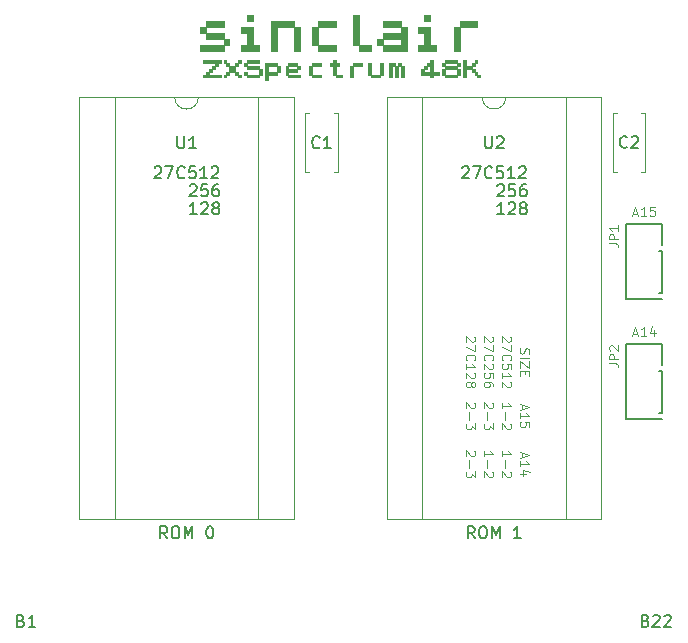
<source format=gto>
%TF.GenerationSoftware,KiCad,Pcbnew,(5.1.8)-1*%
%TF.CreationDate,2021-03-07T18:54:55+01:00*%
%TF.ProjectId,ZX Cartridge 2021,5a582043-6172-4747-9269-646765203230,rev?*%
%TF.SameCoordinates,Original*%
%TF.FileFunction,Legend,Top*%
%TF.FilePolarity,Positive*%
%FSLAX46Y46*%
G04 Gerber Fmt 4.6, Leading zero omitted, Abs format (unit mm)*
G04 Created by KiCad (PCBNEW (5.1.8)-1) date 2021-03-07 18:54:55*
%MOMM*%
%LPD*%
G01*
G04 APERTURE LIST*
%ADD10C,0.150000*%
%ADD11C,0.100000*%
%ADD12C,0.010000*%
%ADD13C,0.120000*%
%ADD14C,0.114000*%
G04 APERTURE END LIST*
D10*
X136431976Y-74096619D02*
X136479595Y-74049000D01*
X136574833Y-74001380D01*
X136812928Y-74001380D01*
X136908166Y-74049000D01*
X136955785Y-74096619D01*
X137003404Y-74191857D01*
X137003404Y-74287095D01*
X136955785Y-74429952D01*
X136384357Y-75001380D01*
X137003404Y-75001380D01*
X137908166Y-74001380D02*
X137431976Y-74001380D01*
X137384357Y-74477571D01*
X137431976Y-74429952D01*
X137527214Y-74382333D01*
X137765309Y-74382333D01*
X137860547Y-74429952D01*
X137908166Y-74477571D01*
X137955785Y-74572809D01*
X137955785Y-74810904D01*
X137908166Y-74906142D01*
X137860547Y-74953761D01*
X137765309Y-75001380D01*
X137527214Y-75001380D01*
X137431976Y-74953761D01*
X137384357Y-74906142D01*
X138812928Y-74001380D02*
X138622452Y-74001380D01*
X138527214Y-74049000D01*
X138479595Y-74096619D01*
X138384357Y-74239476D01*
X138336738Y-74429952D01*
X138336738Y-74810904D01*
X138384357Y-74906142D01*
X138431976Y-74953761D01*
X138527214Y-75001380D01*
X138717690Y-75001380D01*
X138812928Y-74953761D01*
X138860547Y-74906142D01*
X138908166Y-74810904D01*
X138908166Y-74572809D01*
X138860547Y-74477571D01*
X138812928Y-74429952D01*
X138717690Y-74382333D01*
X138527214Y-74382333D01*
X138431976Y-74429952D01*
X138384357Y-74477571D01*
X138336738Y-74572809D01*
X137003404Y-76525380D02*
X136431976Y-76525380D01*
X136717690Y-76525380D02*
X136717690Y-75525380D01*
X136622452Y-75668238D01*
X136527214Y-75763476D01*
X136431976Y-75811095D01*
X137384357Y-75620619D02*
X137431976Y-75573000D01*
X137527214Y-75525380D01*
X137765309Y-75525380D01*
X137860547Y-75573000D01*
X137908166Y-75620619D01*
X137955785Y-75715857D01*
X137955785Y-75811095D01*
X137908166Y-75953952D01*
X137336738Y-76525380D01*
X137955785Y-76525380D01*
X138527214Y-75953952D02*
X138431976Y-75906333D01*
X138384357Y-75858714D01*
X138336738Y-75763476D01*
X138336738Y-75715857D01*
X138384357Y-75620619D01*
X138431976Y-75573000D01*
X138527214Y-75525380D01*
X138717690Y-75525380D01*
X138812928Y-75573000D01*
X138860547Y-75620619D01*
X138908166Y-75715857D01*
X138908166Y-75763476D01*
X138860547Y-75858714D01*
X138812928Y-75906333D01*
X138717690Y-75953952D01*
X138527214Y-75953952D01*
X138431976Y-76001571D01*
X138384357Y-76049190D01*
X138336738Y-76144428D01*
X138336738Y-76334904D01*
X138384357Y-76430142D01*
X138431976Y-76477761D01*
X138527214Y-76525380D01*
X138717690Y-76525380D01*
X138812928Y-76477761D01*
X138860547Y-76430142D01*
X138908166Y-76334904D01*
X138908166Y-76144428D01*
X138860547Y-76049190D01*
X138812928Y-76001571D01*
X138717690Y-75953952D01*
X163038404Y-76525380D02*
X162466976Y-76525380D01*
X162752690Y-76525380D02*
X162752690Y-75525380D01*
X162657452Y-75668238D01*
X162562214Y-75763476D01*
X162466976Y-75811095D01*
X163419357Y-75620619D02*
X163466976Y-75573000D01*
X163562214Y-75525380D01*
X163800309Y-75525380D01*
X163895547Y-75573000D01*
X163943166Y-75620619D01*
X163990785Y-75715857D01*
X163990785Y-75811095D01*
X163943166Y-75953952D01*
X163371738Y-76525380D01*
X163990785Y-76525380D01*
X164562214Y-75953952D02*
X164466976Y-75906333D01*
X164419357Y-75858714D01*
X164371738Y-75763476D01*
X164371738Y-75715857D01*
X164419357Y-75620619D01*
X164466976Y-75573000D01*
X164562214Y-75525380D01*
X164752690Y-75525380D01*
X164847928Y-75573000D01*
X164895547Y-75620619D01*
X164943166Y-75715857D01*
X164943166Y-75763476D01*
X164895547Y-75858714D01*
X164847928Y-75906333D01*
X164752690Y-75953952D01*
X164562214Y-75953952D01*
X164466976Y-76001571D01*
X164419357Y-76049190D01*
X164371738Y-76144428D01*
X164371738Y-76334904D01*
X164419357Y-76430142D01*
X164466976Y-76477761D01*
X164562214Y-76525380D01*
X164752690Y-76525380D01*
X164847928Y-76477761D01*
X164895547Y-76430142D01*
X164943166Y-76334904D01*
X164943166Y-76144428D01*
X164895547Y-76049190D01*
X164847928Y-76001571D01*
X164752690Y-75953952D01*
X162466976Y-74096619D02*
X162514595Y-74049000D01*
X162609833Y-74001380D01*
X162847928Y-74001380D01*
X162943166Y-74049000D01*
X162990785Y-74096619D01*
X163038404Y-74191857D01*
X163038404Y-74287095D01*
X162990785Y-74429952D01*
X162419357Y-75001380D01*
X163038404Y-75001380D01*
X163943166Y-74001380D02*
X163466976Y-74001380D01*
X163419357Y-74477571D01*
X163466976Y-74429952D01*
X163562214Y-74382333D01*
X163800309Y-74382333D01*
X163895547Y-74429952D01*
X163943166Y-74477571D01*
X163990785Y-74572809D01*
X163990785Y-74810904D01*
X163943166Y-74906142D01*
X163895547Y-74953761D01*
X163800309Y-75001380D01*
X163562214Y-75001380D01*
X163466976Y-74953761D01*
X163419357Y-74906142D01*
X164847928Y-74001380D02*
X164657452Y-74001380D01*
X164562214Y-74049000D01*
X164514595Y-74096619D01*
X164419357Y-74239476D01*
X164371738Y-74429952D01*
X164371738Y-74810904D01*
X164419357Y-74906142D01*
X164466976Y-74953761D01*
X164562214Y-75001380D01*
X164752690Y-75001380D01*
X164847928Y-74953761D01*
X164895547Y-74906142D01*
X164943166Y-74810904D01*
X164943166Y-74572809D01*
X164895547Y-74477571D01*
X164847928Y-74429952D01*
X164752690Y-74382333D01*
X164562214Y-74382333D01*
X164466976Y-74429952D01*
X164419357Y-74477571D01*
X164371738Y-74572809D01*
D11*
X164395190Y-87865095D02*
X164357095Y-87979380D01*
X164357095Y-88169857D01*
X164395190Y-88246047D01*
X164433285Y-88284142D01*
X164509476Y-88322238D01*
X164585666Y-88322238D01*
X164661857Y-88284142D01*
X164699952Y-88246047D01*
X164738047Y-88169857D01*
X164776142Y-88017476D01*
X164814238Y-87941285D01*
X164852333Y-87903190D01*
X164928523Y-87865095D01*
X165004714Y-87865095D01*
X165080904Y-87903190D01*
X165119000Y-87941285D01*
X165157095Y-88017476D01*
X165157095Y-88207952D01*
X165119000Y-88322238D01*
X164357095Y-88665095D02*
X165157095Y-88665095D01*
X165157095Y-88969857D02*
X165157095Y-89503190D01*
X164357095Y-88969857D01*
X164357095Y-89503190D01*
X164776142Y-89807952D02*
X164776142Y-90074619D01*
X164357095Y-90188904D02*
X164357095Y-89807952D01*
X165157095Y-89807952D01*
X165157095Y-90188904D01*
X160508904Y-86874619D02*
X160547000Y-86912714D01*
X160585095Y-86988904D01*
X160585095Y-87179380D01*
X160547000Y-87255571D01*
X160508904Y-87293666D01*
X160432714Y-87331761D01*
X160356523Y-87331761D01*
X160242238Y-87293666D01*
X159785095Y-86836523D01*
X159785095Y-87331761D01*
X160585095Y-87598428D02*
X160585095Y-88131761D01*
X159785095Y-87788904D01*
X159861285Y-88893666D02*
X159823190Y-88855571D01*
X159785095Y-88741285D01*
X159785095Y-88665095D01*
X159823190Y-88550809D01*
X159899380Y-88474619D01*
X159975571Y-88436523D01*
X160127952Y-88398428D01*
X160242238Y-88398428D01*
X160394619Y-88436523D01*
X160470809Y-88474619D01*
X160547000Y-88550809D01*
X160585095Y-88665095D01*
X160585095Y-88741285D01*
X160547000Y-88855571D01*
X160508904Y-88893666D01*
X159785095Y-89655571D02*
X159785095Y-89198428D01*
X159785095Y-89427000D02*
X160585095Y-89427000D01*
X160470809Y-89350809D01*
X160394619Y-89274619D01*
X160356523Y-89198428D01*
X160508904Y-89960333D02*
X160547000Y-89998428D01*
X160585095Y-90074619D01*
X160585095Y-90265095D01*
X160547000Y-90341285D01*
X160508904Y-90379380D01*
X160432714Y-90417476D01*
X160356523Y-90417476D01*
X160242238Y-90379380D01*
X159785095Y-89922238D01*
X159785095Y-90417476D01*
X160242238Y-90874619D02*
X160280333Y-90798428D01*
X160318428Y-90760333D01*
X160394619Y-90722238D01*
X160432714Y-90722238D01*
X160508904Y-90760333D01*
X160547000Y-90798428D01*
X160585095Y-90874619D01*
X160585095Y-91027000D01*
X160547000Y-91103190D01*
X160508904Y-91141285D01*
X160432714Y-91179380D01*
X160394619Y-91179380D01*
X160318428Y-91141285D01*
X160280333Y-91103190D01*
X160242238Y-91027000D01*
X160242238Y-90874619D01*
X160204142Y-90798428D01*
X160166047Y-90760333D01*
X160089857Y-90722238D01*
X159937476Y-90722238D01*
X159861285Y-90760333D01*
X159823190Y-90798428D01*
X159785095Y-90874619D01*
X159785095Y-91027000D01*
X159823190Y-91103190D01*
X159861285Y-91141285D01*
X159937476Y-91179380D01*
X160089857Y-91179380D01*
X160166047Y-91141285D01*
X160204142Y-91103190D01*
X160242238Y-91027000D01*
X162032904Y-86874619D02*
X162071000Y-86912714D01*
X162109095Y-86988904D01*
X162109095Y-87179380D01*
X162071000Y-87255571D01*
X162032904Y-87293666D01*
X161956714Y-87331761D01*
X161880523Y-87331761D01*
X161766238Y-87293666D01*
X161309095Y-86836523D01*
X161309095Y-87331761D01*
X162109095Y-87598428D02*
X162109095Y-88131761D01*
X161309095Y-87788904D01*
X161385285Y-88893666D02*
X161347190Y-88855571D01*
X161309095Y-88741285D01*
X161309095Y-88665095D01*
X161347190Y-88550809D01*
X161423380Y-88474619D01*
X161499571Y-88436523D01*
X161651952Y-88398428D01*
X161766238Y-88398428D01*
X161918619Y-88436523D01*
X161994809Y-88474619D01*
X162071000Y-88550809D01*
X162109095Y-88665095D01*
X162109095Y-88741285D01*
X162071000Y-88855571D01*
X162032904Y-88893666D01*
X162032904Y-89198428D02*
X162071000Y-89236523D01*
X162109095Y-89312714D01*
X162109095Y-89503190D01*
X162071000Y-89579380D01*
X162032904Y-89617476D01*
X161956714Y-89655571D01*
X161880523Y-89655571D01*
X161766238Y-89617476D01*
X161309095Y-89160333D01*
X161309095Y-89655571D01*
X162109095Y-90379380D02*
X162109095Y-89998428D01*
X161728142Y-89960333D01*
X161766238Y-89998428D01*
X161804333Y-90074619D01*
X161804333Y-90265095D01*
X161766238Y-90341285D01*
X161728142Y-90379380D01*
X161651952Y-90417476D01*
X161461476Y-90417476D01*
X161385285Y-90379380D01*
X161347190Y-90341285D01*
X161309095Y-90265095D01*
X161309095Y-90074619D01*
X161347190Y-89998428D01*
X161385285Y-89960333D01*
X162109095Y-91103190D02*
X162109095Y-90950809D01*
X162071000Y-90874619D01*
X162032904Y-90836523D01*
X161918619Y-90760333D01*
X161766238Y-90722238D01*
X161461476Y-90722238D01*
X161385285Y-90760333D01*
X161347190Y-90798428D01*
X161309095Y-90874619D01*
X161309095Y-91027000D01*
X161347190Y-91103190D01*
X161385285Y-91141285D01*
X161461476Y-91179380D01*
X161651952Y-91179380D01*
X161728142Y-91141285D01*
X161766238Y-91103190D01*
X161804333Y-91027000D01*
X161804333Y-90874619D01*
X161766238Y-90798428D01*
X161728142Y-90760333D01*
X161651952Y-90722238D01*
X163556904Y-86874619D02*
X163595000Y-86912714D01*
X163633095Y-86988904D01*
X163633095Y-87179380D01*
X163595000Y-87255571D01*
X163556904Y-87293666D01*
X163480714Y-87331761D01*
X163404523Y-87331761D01*
X163290238Y-87293666D01*
X162833095Y-86836523D01*
X162833095Y-87331761D01*
X163633095Y-87598428D02*
X163633095Y-88131761D01*
X162833095Y-87788904D01*
X162909285Y-88893666D02*
X162871190Y-88855571D01*
X162833095Y-88741285D01*
X162833095Y-88665095D01*
X162871190Y-88550809D01*
X162947380Y-88474619D01*
X163023571Y-88436523D01*
X163175952Y-88398428D01*
X163290238Y-88398428D01*
X163442619Y-88436523D01*
X163518809Y-88474619D01*
X163595000Y-88550809D01*
X163633095Y-88665095D01*
X163633095Y-88741285D01*
X163595000Y-88855571D01*
X163556904Y-88893666D01*
X163633095Y-89617476D02*
X163633095Y-89236523D01*
X163252142Y-89198428D01*
X163290238Y-89236523D01*
X163328333Y-89312714D01*
X163328333Y-89503190D01*
X163290238Y-89579380D01*
X163252142Y-89617476D01*
X163175952Y-89655571D01*
X162985476Y-89655571D01*
X162909285Y-89617476D01*
X162871190Y-89579380D01*
X162833095Y-89503190D01*
X162833095Y-89312714D01*
X162871190Y-89236523D01*
X162909285Y-89198428D01*
X162833095Y-90417476D02*
X162833095Y-89960333D01*
X162833095Y-90188904D02*
X163633095Y-90188904D01*
X163518809Y-90112714D01*
X163442619Y-90036523D01*
X163404523Y-89960333D01*
X163556904Y-90722238D02*
X163595000Y-90760333D01*
X163633095Y-90836523D01*
X163633095Y-91027000D01*
X163595000Y-91103190D01*
X163556904Y-91141285D01*
X163480714Y-91179380D01*
X163404523Y-91179380D01*
X163290238Y-91141285D01*
X162833095Y-90684142D01*
X162833095Y-91179380D01*
X160508904Y-96558238D02*
X160547000Y-96596333D01*
X160585095Y-96672523D01*
X160585095Y-96863000D01*
X160547000Y-96939190D01*
X160508904Y-96977285D01*
X160432714Y-97015380D01*
X160356523Y-97015380D01*
X160242238Y-96977285D01*
X159785095Y-96520142D01*
X159785095Y-97015380D01*
X160089857Y-97358238D02*
X160089857Y-97967761D01*
X160585095Y-98272523D02*
X160585095Y-98767761D01*
X160280333Y-98501095D01*
X160280333Y-98615380D01*
X160242238Y-98691571D01*
X160204142Y-98729666D01*
X160127952Y-98767761D01*
X159937476Y-98767761D01*
X159861285Y-98729666D01*
X159823190Y-98691571D01*
X159785095Y-98615380D01*
X159785095Y-98386809D01*
X159823190Y-98310619D01*
X159861285Y-98272523D01*
X160508904Y-92494238D02*
X160547000Y-92532333D01*
X160585095Y-92608523D01*
X160585095Y-92799000D01*
X160547000Y-92875190D01*
X160508904Y-92913285D01*
X160432714Y-92951380D01*
X160356523Y-92951380D01*
X160242238Y-92913285D01*
X159785095Y-92456142D01*
X159785095Y-92951380D01*
X160089857Y-93294238D02*
X160089857Y-93903761D01*
X160585095Y-94208523D02*
X160585095Y-94703761D01*
X160280333Y-94437095D01*
X160280333Y-94551380D01*
X160242238Y-94627571D01*
X160204142Y-94665666D01*
X160127952Y-94703761D01*
X159937476Y-94703761D01*
X159861285Y-94665666D01*
X159823190Y-94627571D01*
X159785095Y-94551380D01*
X159785095Y-94322809D01*
X159823190Y-94246619D01*
X159861285Y-94208523D01*
X162032904Y-92494238D02*
X162071000Y-92532333D01*
X162109095Y-92608523D01*
X162109095Y-92799000D01*
X162071000Y-92875190D01*
X162032904Y-92913285D01*
X161956714Y-92951380D01*
X161880523Y-92951380D01*
X161766238Y-92913285D01*
X161309095Y-92456142D01*
X161309095Y-92951380D01*
X161613857Y-93294238D02*
X161613857Y-93903761D01*
X162109095Y-94208523D02*
X162109095Y-94703761D01*
X161804333Y-94437095D01*
X161804333Y-94551380D01*
X161766238Y-94627571D01*
X161728142Y-94665666D01*
X161651952Y-94703761D01*
X161461476Y-94703761D01*
X161385285Y-94665666D01*
X161347190Y-94627571D01*
X161309095Y-94551380D01*
X161309095Y-94322809D01*
X161347190Y-94246619D01*
X161385285Y-94208523D01*
X161309095Y-97015380D02*
X161309095Y-96558238D01*
X161309095Y-96786809D02*
X162109095Y-96786809D01*
X161994809Y-96710619D01*
X161918619Y-96634428D01*
X161880523Y-96558238D01*
X161613857Y-97358238D02*
X161613857Y-97967761D01*
X162032904Y-98310619D02*
X162071000Y-98348714D01*
X162109095Y-98424904D01*
X162109095Y-98615380D01*
X162071000Y-98691571D01*
X162032904Y-98729666D01*
X161956714Y-98767761D01*
X161880523Y-98767761D01*
X161766238Y-98729666D01*
X161309095Y-98272523D01*
X161309095Y-98767761D01*
X162833095Y-97015380D02*
X162833095Y-96558238D01*
X162833095Y-96786809D02*
X163633095Y-96786809D01*
X163518809Y-96710619D01*
X163442619Y-96634428D01*
X163404523Y-96558238D01*
X163137857Y-97358238D02*
X163137857Y-97967761D01*
X163556904Y-98310619D02*
X163595000Y-98348714D01*
X163633095Y-98424904D01*
X163633095Y-98615380D01*
X163595000Y-98691571D01*
X163556904Y-98729666D01*
X163480714Y-98767761D01*
X163404523Y-98767761D01*
X163290238Y-98729666D01*
X162833095Y-98272523D01*
X162833095Y-98767761D01*
X162833095Y-92951380D02*
X162833095Y-92494238D01*
X162833095Y-92722809D02*
X163633095Y-92722809D01*
X163518809Y-92646619D01*
X163442619Y-92570428D01*
X163404523Y-92494238D01*
X163137857Y-93294238D02*
X163137857Y-93903761D01*
X163556904Y-94246619D02*
X163595000Y-94284714D01*
X163633095Y-94360904D01*
X163633095Y-94551380D01*
X163595000Y-94627571D01*
X163556904Y-94665666D01*
X163480714Y-94703761D01*
X163404523Y-94703761D01*
X163290238Y-94665666D01*
X162833095Y-94208523D01*
X162833095Y-94703761D01*
X164585666Y-96710619D02*
X164585666Y-97091571D01*
X164357095Y-96634428D02*
X165157095Y-96901095D01*
X164357095Y-97167761D01*
X164357095Y-97853476D02*
X164357095Y-97396333D01*
X164357095Y-97624904D02*
X165157095Y-97624904D01*
X165042809Y-97548714D01*
X164966619Y-97472523D01*
X164928523Y-97396333D01*
X164890428Y-98539190D02*
X164357095Y-98539190D01*
X165195190Y-98348714D02*
X164623761Y-98158238D01*
X164623761Y-98653476D01*
X164585666Y-92646619D02*
X164585666Y-93027571D01*
X164357095Y-92570428D02*
X165157095Y-92837095D01*
X164357095Y-93103761D01*
X164357095Y-93789476D02*
X164357095Y-93332333D01*
X164357095Y-93560904D02*
X165157095Y-93560904D01*
X165042809Y-93484714D01*
X164966619Y-93408523D01*
X164928523Y-93332333D01*
X165157095Y-94513285D02*
X165157095Y-94132333D01*
X164776142Y-94094238D01*
X164814238Y-94132333D01*
X164852333Y-94208523D01*
X164852333Y-94399000D01*
X164814238Y-94475190D01*
X164776142Y-94513285D01*
X164699952Y-94551380D01*
X164509476Y-94551380D01*
X164433285Y-94513285D01*
X164395190Y-94475190D01*
X164357095Y-94399000D01*
X164357095Y-94208523D01*
X164395190Y-94132333D01*
X164433285Y-94094238D01*
D10*
X160536142Y-103957380D02*
X160202809Y-103481190D01*
X159964714Y-103957380D02*
X159964714Y-102957380D01*
X160345666Y-102957380D01*
X160440904Y-103005000D01*
X160488523Y-103052619D01*
X160536142Y-103147857D01*
X160536142Y-103290714D01*
X160488523Y-103385952D01*
X160440904Y-103433571D01*
X160345666Y-103481190D01*
X159964714Y-103481190D01*
X161155190Y-102957380D02*
X161345666Y-102957380D01*
X161440904Y-103005000D01*
X161536142Y-103100238D01*
X161583761Y-103290714D01*
X161583761Y-103624047D01*
X161536142Y-103814523D01*
X161440904Y-103909761D01*
X161345666Y-103957380D01*
X161155190Y-103957380D01*
X161059952Y-103909761D01*
X160964714Y-103814523D01*
X160917095Y-103624047D01*
X160917095Y-103290714D01*
X160964714Y-103100238D01*
X161059952Y-103005000D01*
X161155190Y-102957380D01*
X162012333Y-103957380D02*
X162012333Y-102957380D01*
X162345666Y-103671666D01*
X162679000Y-102957380D01*
X162679000Y-103957380D01*
X164440904Y-103957380D02*
X163869476Y-103957380D01*
X164155190Y-103957380D02*
X164155190Y-102957380D01*
X164059952Y-103100238D01*
X163964714Y-103195476D01*
X163869476Y-103243095D01*
X134501142Y-103957380D02*
X134167809Y-103481190D01*
X133929714Y-103957380D02*
X133929714Y-102957380D01*
X134310666Y-102957380D01*
X134405904Y-103005000D01*
X134453523Y-103052619D01*
X134501142Y-103147857D01*
X134501142Y-103290714D01*
X134453523Y-103385952D01*
X134405904Y-103433571D01*
X134310666Y-103481190D01*
X133929714Y-103481190D01*
X135120190Y-102957380D02*
X135310666Y-102957380D01*
X135405904Y-103005000D01*
X135501142Y-103100238D01*
X135548761Y-103290714D01*
X135548761Y-103624047D01*
X135501142Y-103814523D01*
X135405904Y-103909761D01*
X135310666Y-103957380D01*
X135120190Y-103957380D01*
X135024952Y-103909761D01*
X134929714Y-103814523D01*
X134882095Y-103624047D01*
X134882095Y-103290714D01*
X134929714Y-103100238D01*
X135024952Y-103005000D01*
X135120190Y-102957380D01*
X135977333Y-103957380D02*
X135977333Y-102957380D01*
X136310666Y-103671666D01*
X136644000Y-102957380D01*
X136644000Y-103957380D01*
X138072571Y-102957380D02*
X138167809Y-102957380D01*
X138263047Y-103005000D01*
X138310666Y-103052619D01*
X138358285Y-103147857D01*
X138405904Y-103338333D01*
X138405904Y-103576428D01*
X138358285Y-103766904D01*
X138310666Y-103862142D01*
X138263047Y-103909761D01*
X138167809Y-103957380D01*
X138072571Y-103957380D01*
X137977333Y-103909761D01*
X137929714Y-103862142D01*
X137882095Y-103766904D01*
X137834476Y-103576428D01*
X137834476Y-103338333D01*
X137882095Y-103147857D01*
X137929714Y-103052619D01*
X137977333Y-103005000D01*
X138072571Y-102957380D01*
D12*
%TO.C,sinclair_title*%
G36*
X142779000Y-64940000D02*
G01*
X143029000Y-64940000D01*
X143029000Y-65190000D01*
X142779000Y-65190000D01*
X142779000Y-64940000D01*
G37*
X142779000Y-64940000D02*
X143029000Y-64940000D01*
X143029000Y-65190000D01*
X142779000Y-65190000D01*
X142779000Y-64940000D01*
G36*
X160779000Y-64690000D02*
G01*
X161029000Y-64690000D01*
X161029000Y-64940000D01*
X160779000Y-64940000D01*
X160779000Y-64690000D01*
G37*
X160779000Y-64690000D02*
X161029000Y-64690000D01*
X161029000Y-64940000D01*
X160779000Y-64940000D01*
X160779000Y-64690000D01*
G36*
X159529000Y-64690000D02*
G01*
X159779000Y-64690000D01*
X159779000Y-64940000D01*
X159529000Y-64940000D01*
X159529000Y-64690000D01*
G37*
X159529000Y-64690000D02*
X159779000Y-64690000D01*
X159779000Y-64940000D01*
X159529000Y-64940000D01*
X159529000Y-64690000D01*
G36*
X158779000Y-64690000D02*
G01*
X159029000Y-64690000D01*
X159029000Y-64940000D01*
X158779000Y-64940000D01*
X158779000Y-64690000D01*
G37*
X158779000Y-64690000D02*
X159029000Y-64690000D01*
X159029000Y-64940000D01*
X158779000Y-64940000D01*
X158779000Y-64690000D01*
G36*
X158529000Y-64690000D02*
G01*
X158779000Y-64690000D01*
X158779000Y-64940000D01*
X158529000Y-64940000D01*
X158529000Y-64690000D01*
G37*
X158529000Y-64690000D02*
X158779000Y-64690000D01*
X158779000Y-64940000D01*
X158529000Y-64940000D01*
X158529000Y-64690000D01*
G36*
X158279000Y-64690000D02*
G01*
X158529000Y-64690000D01*
X158529000Y-64940000D01*
X158279000Y-64940000D01*
X158279000Y-64690000D01*
G37*
X158279000Y-64690000D02*
X158529000Y-64690000D01*
X158529000Y-64940000D01*
X158279000Y-64940000D01*
X158279000Y-64690000D01*
G36*
X158029000Y-64690000D02*
G01*
X158279000Y-64690000D01*
X158279000Y-64940000D01*
X158029000Y-64940000D01*
X158029000Y-64690000D01*
G37*
X158029000Y-64690000D02*
X158279000Y-64690000D01*
X158279000Y-64940000D01*
X158029000Y-64940000D01*
X158029000Y-64690000D01*
G36*
X156779000Y-64690000D02*
G01*
X157029000Y-64690000D01*
X157029000Y-64940000D01*
X156779000Y-64940000D01*
X156779000Y-64690000D01*
G37*
X156779000Y-64690000D02*
X157029000Y-64690000D01*
X157029000Y-64940000D01*
X156779000Y-64940000D01*
X156779000Y-64690000D01*
G36*
X154279000Y-64690000D02*
G01*
X154529000Y-64690000D01*
X154529000Y-64940000D01*
X154279000Y-64940000D01*
X154279000Y-64690000D01*
G37*
X154279000Y-64690000D02*
X154529000Y-64690000D01*
X154529000Y-64940000D01*
X154279000Y-64940000D01*
X154279000Y-64690000D01*
G36*
X153779000Y-64690000D02*
G01*
X154029000Y-64690000D01*
X154029000Y-64940000D01*
X153779000Y-64940000D01*
X153779000Y-64690000D01*
G37*
X153779000Y-64690000D02*
X154029000Y-64690000D01*
X154029000Y-64940000D01*
X153779000Y-64940000D01*
X153779000Y-64690000D01*
G36*
X153279000Y-64690000D02*
G01*
X153529000Y-64690000D01*
X153529000Y-64940000D01*
X153279000Y-64940000D01*
X153279000Y-64690000D01*
G37*
X153279000Y-64690000D02*
X153529000Y-64690000D01*
X153529000Y-64940000D01*
X153279000Y-64940000D01*
X153279000Y-64690000D01*
G36*
X152279000Y-64690000D02*
G01*
X152529000Y-64690000D01*
X152529000Y-64940000D01*
X152279000Y-64940000D01*
X152279000Y-64690000D01*
G37*
X152279000Y-64690000D02*
X152529000Y-64690000D01*
X152529000Y-64940000D01*
X152279000Y-64940000D01*
X152279000Y-64690000D01*
G36*
X152029000Y-64690000D02*
G01*
X152279000Y-64690000D01*
X152279000Y-64940000D01*
X152029000Y-64940000D01*
X152029000Y-64690000D01*
G37*
X152029000Y-64690000D02*
X152279000Y-64690000D01*
X152279000Y-64940000D01*
X152029000Y-64940000D01*
X152029000Y-64690000D01*
G36*
X151779000Y-64690000D02*
G01*
X152029000Y-64690000D01*
X152029000Y-64940000D01*
X151779000Y-64940000D01*
X151779000Y-64690000D01*
G37*
X151779000Y-64690000D02*
X152029000Y-64690000D01*
X152029000Y-64940000D01*
X151779000Y-64940000D01*
X151779000Y-64690000D01*
G36*
X150029000Y-64690000D02*
G01*
X150279000Y-64690000D01*
X150279000Y-64940000D01*
X150029000Y-64940000D01*
X150029000Y-64690000D01*
G37*
X150029000Y-64690000D02*
X150279000Y-64690000D01*
X150279000Y-64940000D01*
X150029000Y-64940000D01*
X150029000Y-64690000D01*
G36*
X149029000Y-64690000D02*
G01*
X149279000Y-64690000D01*
X149279000Y-64940000D01*
X149029000Y-64940000D01*
X149029000Y-64690000D01*
G37*
X149029000Y-64690000D02*
X149279000Y-64690000D01*
X149279000Y-64940000D01*
X149029000Y-64940000D01*
X149029000Y-64690000D01*
G36*
X148779000Y-64690000D02*
G01*
X149029000Y-64690000D01*
X149029000Y-64940000D01*
X148779000Y-64940000D01*
X148779000Y-64690000D01*
G37*
X148779000Y-64690000D02*
X149029000Y-64690000D01*
X149029000Y-64940000D01*
X148779000Y-64940000D01*
X148779000Y-64690000D01*
G36*
X147279000Y-64690000D02*
G01*
X147529000Y-64690000D01*
X147529000Y-64940000D01*
X147279000Y-64940000D01*
X147279000Y-64690000D01*
G37*
X147279000Y-64690000D02*
X147529000Y-64690000D01*
X147529000Y-64940000D01*
X147279000Y-64940000D01*
X147279000Y-64690000D01*
G36*
X147029000Y-64690000D02*
G01*
X147279000Y-64690000D01*
X147279000Y-64940000D01*
X147029000Y-64940000D01*
X147029000Y-64690000D01*
G37*
X147029000Y-64690000D02*
X147279000Y-64690000D01*
X147279000Y-64940000D01*
X147029000Y-64940000D01*
X147029000Y-64690000D01*
G36*
X146779000Y-64690000D02*
G01*
X147029000Y-64690000D01*
X147029000Y-64940000D01*
X146779000Y-64940000D01*
X146779000Y-64690000D01*
G37*
X146779000Y-64690000D02*
X147029000Y-64690000D01*
X147029000Y-64940000D01*
X146779000Y-64940000D01*
X146779000Y-64690000D01*
G36*
X145529000Y-64690000D02*
G01*
X145779000Y-64690000D01*
X145779000Y-64940000D01*
X145529000Y-64940000D01*
X145529000Y-64690000D01*
G37*
X145529000Y-64690000D02*
X145779000Y-64690000D01*
X145779000Y-64940000D01*
X145529000Y-64940000D01*
X145529000Y-64690000D01*
G36*
X145279000Y-64690000D02*
G01*
X145529000Y-64690000D01*
X145529000Y-64940000D01*
X145279000Y-64940000D01*
X145279000Y-64690000D01*
G37*
X145279000Y-64690000D02*
X145529000Y-64690000D01*
X145529000Y-64940000D01*
X145279000Y-64940000D01*
X145279000Y-64690000D01*
G36*
X145029000Y-64690000D02*
G01*
X145279000Y-64690000D01*
X145279000Y-64940000D01*
X145029000Y-64940000D01*
X145029000Y-64690000D01*
G37*
X145029000Y-64690000D02*
X145279000Y-64690000D01*
X145279000Y-64940000D01*
X145029000Y-64940000D01*
X145029000Y-64690000D01*
G36*
X144779000Y-64690000D02*
G01*
X145029000Y-64690000D01*
X145029000Y-64940000D01*
X144779000Y-64940000D01*
X144779000Y-64690000D01*
G37*
X144779000Y-64690000D02*
X145029000Y-64690000D01*
X145029000Y-64940000D01*
X144779000Y-64940000D01*
X144779000Y-64690000D01*
G36*
X142779000Y-64690000D02*
G01*
X143029000Y-64690000D01*
X143029000Y-64940000D01*
X142779000Y-64940000D01*
X142779000Y-64690000D01*
G37*
X142779000Y-64690000D02*
X143029000Y-64690000D01*
X143029000Y-64940000D01*
X142779000Y-64940000D01*
X142779000Y-64690000D01*
G36*
X142029000Y-64690000D02*
G01*
X142279000Y-64690000D01*
X142279000Y-64940000D01*
X142029000Y-64940000D01*
X142029000Y-64690000D01*
G37*
X142029000Y-64690000D02*
X142279000Y-64690000D01*
X142279000Y-64940000D01*
X142029000Y-64940000D01*
X142029000Y-64690000D01*
G36*
X141779000Y-64690000D02*
G01*
X142029000Y-64690000D01*
X142029000Y-64940000D01*
X141779000Y-64940000D01*
X141779000Y-64690000D01*
G37*
X141779000Y-64690000D02*
X142029000Y-64690000D01*
X142029000Y-64940000D01*
X141779000Y-64940000D01*
X141779000Y-64690000D01*
G36*
X141529000Y-64690000D02*
G01*
X141779000Y-64690000D01*
X141779000Y-64940000D01*
X141529000Y-64940000D01*
X141529000Y-64690000D01*
G37*
X141529000Y-64690000D02*
X141779000Y-64690000D01*
X141779000Y-64940000D01*
X141529000Y-64940000D01*
X141529000Y-64690000D01*
G36*
X141279000Y-64690000D02*
G01*
X141529000Y-64690000D01*
X141529000Y-64940000D01*
X141279000Y-64940000D01*
X141279000Y-64690000D01*
G37*
X141279000Y-64690000D02*
X141529000Y-64690000D01*
X141529000Y-64940000D01*
X141279000Y-64940000D01*
X141279000Y-64690000D01*
G36*
X140529000Y-64690000D02*
G01*
X140779000Y-64690000D01*
X140779000Y-64940000D01*
X140529000Y-64940000D01*
X140529000Y-64690000D01*
G37*
X140529000Y-64690000D02*
X140779000Y-64690000D01*
X140779000Y-64940000D01*
X140529000Y-64940000D01*
X140529000Y-64690000D01*
G36*
X139279000Y-64690000D02*
G01*
X139529000Y-64690000D01*
X139529000Y-64940000D01*
X139279000Y-64940000D01*
X139279000Y-64690000D01*
G37*
X139279000Y-64690000D02*
X139529000Y-64690000D01*
X139529000Y-64940000D01*
X139279000Y-64940000D01*
X139279000Y-64690000D01*
G36*
X138779000Y-64690000D02*
G01*
X139029000Y-64690000D01*
X139029000Y-64940000D01*
X138779000Y-64940000D01*
X138779000Y-64690000D01*
G37*
X138779000Y-64690000D02*
X139029000Y-64690000D01*
X139029000Y-64940000D01*
X138779000Y-64940000D01*
X138779000Y-64690000D01*
G36*
X138529000Y-64690000D02*
G01*
X138779000Y-64690000D01*
X138779000Y-64940000D01*
X138529000Y-64940000D01*
X138529000Y-64690000D01*
G37*
X138529000Y-64690000D02*
X138779000Y-64690000D01*
X138779000Y-64940000D01*
X138529000Y-64940000D01*
X138529000Y-64690000D01*
G36*
X138279000Y-64690000D02*
G01*
X138529000Y-64690000D01*
X138529000Y-64940000D01*
X138279000Y-64940000D01*
X138279000Y-64690000D01*
G37*
X138279000Y-64690000D02*
X138529000Y-64690000D01*
X138529000Y-64940000D01*
X138279000Y-64940000D01*
X138279000Y-64690000D01*
G36*
X138029000Y-64690000D02*
G01*
X138279000Y-64690000D01*
X138279000Y-64940000D01*
X138029000Y-64940000D01*
X138029000Y-64690000D01*
G37*
X138029000Y-64690000D02*
X138279000Y-64690000D01*
X138279000Y-64940000D01*
X138029000Y-64940000D01*
X138029000Y-64690000D01*
G36*
X137779000Y-64690000D02*
G01*
X138029000Y-64690000D01*
X138029000Y-64940000D01*
X137779000Y-64940000D01*
X137779000Y-64690000D01*
G37*
X137779000Y-64690000D02*
X138029000Y-64690000D01*
X138029000Y-64940000D01*
X137779000Y-64940000D01*
X137779000Y-64690000D01*
G36*
X137529000Y-64690000D02*
G01*
X137779000Y-64690000D01*
X137779000Y-64940000D01*
X137529000Y-64940000D01*
X137529000Y-64690000D01*
G37*
X137529000Y-64690000D02*
X137779000Y-64690000D01*
X137779000Y-64940000D01*
X137529000Y-64940000D01*
X137529000Y-64690000D01*
G36*
X160529000Y-64440000D02*
G01*
X160779000Y-64440000D01*
X160779000Y-64690000D01*
X160529000Y-64690000D01*
X160529000Y-64440000D01*
G37*
X160529000Y-64440000D02*
X160779000Y-64440000D01*
X160779000Y-64690000D01*
X160529000Y-64690000D01*
X160529000Y-64440000D01*
G36*
X159529000Y-64440000D02*
G01*
X159779000Y-64440000D01*
X159779000Y-64690000D01*
X159529000Y-64690000D01*
X159529000Y-64440000D01*
G37*
X159529000Y-64440000D02*
X159779000Y-64440000D01*
X159779000Y-64690000D01*
X159529000Y-64690000D01*
X159529000Y-64440000D01*
G36*
X159029000Y-64440000D02*
G01*
X159279000Y-64440000D01*
X159279000Y-64690000D01*
X159029000Y-64690000D01*
X159029000Y-64440000D01*
G37*
X159029000Y-64440000D02*
X159279000Y-64440000D01*
X159279000Y-64690000D01*
X159029000Y-64690000D01*
X159029000Y-64440000D01*
G36*
X157779000Y-64440000D02*
G01*
X158029000Y-64440000D01*
X158029000Y-64690000D01*
X157779000Y-64690000D01*
X157779000Y-64440000D01*
G37*
X157779000Y-64440000D02*
X158029000Y-64440000D01*
X158029000Y-64690000D01*
X157779000Y-64690000D01*
X157779000Y-64440000D01*
G36*
X157279000Y-64440000D02*
G01*
X157529000Y-64440000D01*
X157529000Y-64690000D01*
X157279000Y-64690000D01*
X157279000Y-64440000D01*
G37*
X157279000Y-64440000D02*
X157529000Y-64440000D01*
X157529000Y-64690000D01*
X157279000Y-64690000D01*
X157279000Y-64440000D01*
G36*
X157029000Y-64440000D02*
G01*
X157279000Y-64440000D01*
X157279000Y-64690000D01*
X157029000Y-64690000D01*
X157029000Y-64440000D01*
G37*
X157029000Y-64440000D02*
X157279000Y-64440000D01*
X157279000Y-64690000D01*
X157029000Y-64690000D01*
X157029000Y-64440000D01*
G36*
X156779000Y-64440000D02*
G01*
X157029000Y-64440000D01*
X157029000Y-64690000D01*
X156779000Y-64690000D01*
X156779000Y-64440000D01*
G37*
X156779000Y-64440000D02*
X157029000Y-64440000D01*
X157029000Y-64690000D01*
X156779000Y-64690000D01*
X156779000Y-64440000D01*
G36*
X156529000Y-64440000D02*
G01*
X156779000Y-64440000D01*
X156779000Y-64690000D01*
X156529000Y-64690000D01*
X156529000Y-64440000D01*
G37*
X156529000Y-64440000D02*
X156779000Y-64440000D01*
X156779000Y-64690000D01*
X156529000Y-64690000D01*
X156529000Y-64440000D01*
G36*
X156279000Y-64440000D02*
G01*
X156529000Y-64440000D01*
X156529000Y-64690000D01*
X156279000Y-64690000D01*
X156279000Y-64440000D01*
G37*
X156279000Y-64440000D02*
X156529000Y-64440000D01*
X156529000Y-64690000D01*
X156279000Y-64690000D01*
X156279000Y-64440000D01*
G36*
X156029000Y-64440000D02*
G01*
X156279000Y-64440000D01*
X156279000Y-64690000D01*
X156029000Y-64690000D01*
X156029000Y-64440000D01*
G37*
X156029000Y-64440000D02*
X156279000Y-64440000D01*
X156279000Y-64690000D01*
X156029000Y-64690000D01*
X156029000Y-64440000D01*
G36*
X154279000Y-64440000D02*
G01*
X154529000Y-64440000D01*
X154529000Y-64690000D01*
X154279000Y-64690000D01*
X154279000Y-64440000D01*
G37*
X154279000Y-64440000D02*
X154529000Y-64440000D01*
X154529000Y-64690000D01*
X154279000Y-64690000D01*
X154279000Y-64440000D01*
G36*
X153779000Y-64440000D02*
G01*
X154029000Y-64440000D01*
X154029000Y-64690000D01*
X153779000Y-64690000D01*
X153779000Y-64440000D01*
G37*
X153779000Y-64440000D02*
X154029000Y-64440000D01*
X154029000Y-64690000D01*
X153779000Y-64690000D01*
X153779000Y-64440000D01*
G36*
X153279000Y-64440000D02*
G01*
X153529000Y-64440000D01*
X153529000Y-64690000D01*
X153279000Y-64690000D01*
X153279000Y-64440000D01*
G37*
X153279000Y-64440000D02*
X153529000Y-64440000D01*
X153529000Y-64690000D01*
X153279000Y-64690000D01*
X153279000Y-64440000D01*
G36*
X152529000Y-64440000D02*
G01*
X152779000Y-64440000D01*
X152779000Y-64690000D01*
X152529000Y-64690000D01*
X152529000Y-64440000D01*
G37*
X152529000Y-64440000D02*
X152779000Y-64440000D01*
X152779000Y-64690000D01*
X152529000Y-64690000D01*
X152529000Y-64440000D01*
G36*
X151529000Y-64440000D02*
G01*
X151779000Y-64440000D01*
X151779000Y-64690000D01*
X151529000Y-64690000D01*
X151529000Y-64440000D01*
G37*
X151529000Y-64440000D02*
X151779000Y-64440000D01*
X151779000Y-64690000D01*
X151529000Y-64690000D01*
X151529000Y-64440000D01*
G36*
X150029000Y-64440000D02*
G01*
X150279000Y-64440000D01*
X150279000Y-64690000D01*
X150029000Y-64690000D01*
X150029000Y-64440000D01*
G37*
X150029000Y-64440000D02*
X150279000Y-64440000D01*
X150279000Y-64690000D01*
X150029000Y-64690000D01*
X150029000Y-64440000D01*
G36*
X148529000Y-64440000D02*
G01*
X148779000Y-64440000D01*
X148779000Y-64690000D01*
X148529000Y-64690000D01*
X148529000Y-64440000D01*
G37*
X148529000Y-64440000D02*
X148779000Y-64440000D01*
X148779000Y-64690000D01*
X148529000Y-64690000D01*
X148529000Y-64440000D01*
G36*
X146529000Y-64440000D02*
G01*
X146779000Y-64440000D01*
X146779000Y-64690000D01*
X146529000Y-64690000D01*
X146529000Y-64440000D01*
G37*
X146529000Y-64440000D02*
X146779000Y-64440000D01*
X146779000Y-64690000D01*
X146529000Y-64690000D01*
X146529000Y-64440000D01*
G36*
X144529000Y-64440000D02*
G01*
X144779000Y-64440000D01*
X144779000Y-64690000D01*
X144529000Y-64690000D01*
X144529000Y-64440000D01*
G37*
X144529000Y-64440000D02*
X144779000Y-64440000D01*
X144779000Y-64690000D01*
X144529000Y-64690000D01*
X144529000Y-64440000D01*
G36*
X143529000Y-64440000D02*
G01*
X143779000Y-64440000D01*
X143779000Y-64690000D01*
X143529000Y-64690000D01*
X143529000Y-64440000D01*
G37*
X143529000Y-64440000D02*
X143779000Y-64440000D01*
X143779000Y-64690000D01*
X143529000Y-64690000D01*
X143529000Y-64440000D01*
G36*
X143279000Y-64440000D02*
G01*
X143529000Y-64440000D01*
X143529000Y-64690000D01*
X143279000Y-64690000D01*
X143279000Y-64440000D01*
G37*
X143279000Y-64440000D02*
X143529000Y-64440000D01*
X143529000Y-64690000D01*
X143279000Y-64690000D01*
X143279000Y-64440000D01*
G36*
X143029000Y-64440000D02*
G01*
X143279000Y-64440000D01*
X143279000Y-64690000D01*
X143029000Y-64690000D01*
X143029000Y-64440000D01*
G37*
X143029000Y-64440000D02*
X143279000Y-64440000D01*
X143279000Y-64690000D01*
X143029000Y-64690000D01*
X143029000Y-64440000D01*
G36*
X142779000Y-64440000D02*
G01*
X143029000Y-64440000D01*
X143029000Y-64690000D01*
X142779000Y-64690000D01*
X142779000Y-64440000D01*
G37*
X142779000Y-64440000D02*
X143029000Y-64440000D01*
X143029000Y-64690000D01*
X142779000Y-64690000D01*
X142779000Y-64440000D01*
G36*
X142279000Y-64440000D02*
G01*
X142529000Y-64440000D01*
X142529000Y-64690000D01*
X142279000Y-64690000D01*
X142279000Y-64440000D01*
G37*
X142279000Y-64440000D02*
X142529000Y-64440000D01*
X142529000Y-64690000D01*
X142279000Y-64690000D01*
X142279000Y-64440000D01*
G36*
X141029000Y-64440000D02*
G01*
X141279000Y-64440000D01*
X141279000Y-64690000D01*
X141029000Y-64690000D01*
X141029000Y-64440000D01*
G37*
X141029000Y-64440000D02*
X141279000Y-64440000D01*
X141279000Y-64690000D01*
X141029000Y-64690000D01*
X141029000Y-64440000D01*
G36*
X140279000Y-64440000D02*
G01*
X140529000Y-64440000D01*
X140529000Y-64690000D01*
X140279000Y-64690000D01*
X140279000Y-64440000D01*
G37*
X140279000Y-64440000D02*
X140529000Y-64440000D01*
X140529000Y-64690000D01*
X140279000Y-64690000D01*
X140279000Y-64440000D01*
G36*
X139529000Y-64440000D02*
G01*
X139779000Y-64440000D01*
X139779000Y-64690000D01*
X139529000Y-64690000D01*
X139529000Y-64440000D01*
G37*
X139529000Y-64440000D02*
X139779000Y-64440000D01*
X139779000Y-64690000D01*
X139529000Y-64690000D01*
X139529000Y-64440000D01*
G36*
X137779000Y-64440000D02*
G01*
X138029000Y-64440000D01*
X138029000Y-64690000D01*
X137779000Y-64690000D01*
X137779000Y-64440000D01*
G37*
X137779000Y-64440000D02*
X138029000Y-64440000D01*
X138029000Y-64690000D01*
X137779000Y-64690000D01*
X137779000Y-64440000D01*
G36*
X160279000Y-64190000D02*
G01*
X160529000Y-64190000D01*
X160529000Y-64440000D01*
X160279000Y-64440000D01*
X160279000Y-64190000D01*
G37*
X160279000Y-64190000D02*
X160529000Y-64190000D01*
X160529000Y-64440000D01*
X160279000Y-64440000D01*
X160279000Y-64190000D01*
G36*
X159529000Y-64190000D02*
G01*
X159779000Y-64190000D01*
X159779000Y-64440000D01*
X159529000Y-64440000D01*
X159529000Y-64190000D01*
G37*
X159529000Y-64190000D02*
X159779000Y-64190000D01*
X159779000Y-64440000D01*
X159529000Y-64440000D01*
X159529000Y-64190000D01*
G36*
X159029000Y-64190000D02*
G01*
X159279000Y-64190000D01*
X159279000Y-64440000D01*
X159029000Y-64440000D01*
X159029000Y-64190000D01*
G37*
X159029000Y-64190000D02*
X159279000Y-64190000D01*
X159279000Y-64440000D01*
X159029000Y-64440000D01*
X159029000Y-64190000D01*
G36*
X157779000Y-64190000D02*
G01*
X158029000Y-64190000D01*
X158029000Y-64440000D01*
X157779000Y-64440000D01*
X157779000Y-64190000D01*
G37*
X157779000Y-64190000D02*
X158029000Y-64190000D01*
X158029000Y-64440000D01*
X157779000Y-64440000D01*
X157779000Y-64190000D01*
G36*
X156779000Y-64190000D02*
G01*
X157029000Y-64190000D01*
X157029000Y-64440000D01*
X156779000Y-64440000D01*
X156779000Y-64190000D01*
G37*
X156779000Y-64190000D02*
X157029000Y-64190000D01*
X157029000Y-64440000D01*
X156779000Y-64440000D01*
X156779000Y-64190000D01*
G36*
X156029000Y-64190000D02*
G01*
X156279000Y-64190000D01*
X156279000Y-64440000D01*
X156029000Y-64440000D01*
X156029000Y-64190000D01*
G37*
X156029000Y-64190000D02*
X156279000Y-64190000D01*
X156279000Y-64440000D01*
X156029000Y-64440000D01*
X156029000Y-64190000D01*
G36*
X154279000Y-64190000D02*
G01*
X154529000Y-64190000D01*
X154529000Y-64440000D01*
X154279000Y-64440000D01*
X154279000Y-64190000D01*
G37*
X154279000Y-64190000D02*
X154529000Y-64190000D01*
X154529000Y-64440000D01*
X154279000Y-64440000D01*
X154279000Y-64190000D01*
G36*
X153779000Y-64190000D02*
G01*
X154029000Y-64190000D01*
X154029000Y-64440000D01*
X153779000Y-64440000D01*
X153779000Y-64190000D01*
G37*
X153779000Y-64190000D02*
X154029000Y-64190000D01*
X154029000Y-64440000D01*
X153779000Y-64440000D01*
X153779000Y-64190000D01*
G36*
X153279000Y-64190000D02*
G01*
X153529000Y-64190000D01*
X153529000Y-64440000D01*
X153279000Y-64440000D01*
X153279000Y-64190000D01*
G37*
X153279000Y-64190000D02*
X153529000Y-64190000D01*
X153529000Y-64440000D01*
X153279000Y-64440000D01*
X153279000Y-64190000D01*
G36*
X152529000Y-64190000D02*
G01*
X152779000Y-64190000D01*
X152779000Y-64440000D01*
X152529000Y-64440000D01*
X152529000Y-64190000D01*
G37*
X152529000Y-64190000D02*
X152779000Y-64190000D01*
X152779000Y-64440000D01*
X152529000Y-64440000D01*
X152529000Y-64190000D01*
G36*
X151529000Y-64190000D02*
G01*
X151779000Y-64190000D01*
X151779000Y-64440000D01*
X151529000Y-64440000D01*
X151529000Y-64190000D01*
G37*
X151529000Y-64190000D02*
X151779000Y-64190000D01*
X151779000Y-64440000D01*
X151529000Y-64440000D01*
X151529000Y-64190000D01*
G36*
X150029000Y-64190000D02*
G01*
X150279000Y-64190000D01*
X150279000Y-64440000D01*
X150029000Y-64440000D01*
X150029000Y-64190000D01*
G37*
X150029000Y-64190000D02*
X150279000Y-64190000D01*
X150279000Y-64440000D01*
X150029000Y-64440000D01*
X150029000Y-64190000D01*
G36*
X148529000Y-64190000D02*
G01*
X148779000Y-64190000D01*
X148779000Y-64440000D01*
X148529000Y-64440000D01*
X148529000Y-64190000D01*
G37*
X148529000Y-64190000D02*
X148779000Y-64190000D01*
X148779000Y-64440000D01*
X148529000Y-64440000D01*
X148529000Y-64190000D01*
G36*
X146529000Y-64190000D02*
G01*
X146779000Y-64190000D01*
X146779000Y-64440000D01*
X146529000Y-64440000D01*
X146529000Y-64190000D01*
G37*
X146529000Y-64190000D02*
X146779000Y-64190000D01*
X146779000Y-64440000D01*
X146529000Y-64440000D01*
X146529000Y-64190000D01*
G36*
X145279000Y-64190000D02*
G01*
X145529000Y-64190000D01*
X145529000Y-64440000D01*
X145279000Y-64440000D01*
X145279000Y-64190000D01*
G37*
X145279000Y-64190000D02*
X145529000Y-64190000D01*
X145529000Y-64440000D01*
X145279000Y-64440000D01*
X145279000Y-64190000D01*
G36*
X145029000Y-64190000D02*
G01*
X145279000Y-64190000D01*
X145279000Y-64440000D01*
X145029000Y-64440000D01*
X145029000Y-64190000D01*
G37*
X145029000Y-64190000D02*
X145279000Y-64190000D01*
X145279000Y-64440000D01*
X145029000Y-64440000D01*
X145029000Y-64190000D01*
G36*
X144779000Y-64190000D02*
G01*
X145029000Y-64190000D01*
X145029000Y-64440000D01*
X144779000Y-64440000D01*
X144779000Y-64190000D01*
G37*
X144779000Y-64190000D02*
X145029000Y-64190000D01*
X145029000Y-64440000D01*
X144779000Y-64440000D01*
X144779000Y-64190000D01*
G36*
X144529000Y-64190000D02*
G01*
X144779000Y-64190000D01*
X144779000Y-64440000D01*
X144529000Y-64440000D01*
X144529000Y-64190000D01*
G37*
X144529000Y-64190000D02*
X144779000Y-64190000D01*
X144779000Y-64440000D01*
X144529000Y-64440000D01*
X144529000Y-64190000D01*
G36*
X143779000Y-64190000D02*
G01*
X144029000Y-64190000D01*
X144029000Y-64440000D01*
X143779000Y-64440000D01*
X143779000Y-64190000D01*
G37*
X143779000Y-64190000D02*
X144029000Y-64190000D01*
X144029000Y-64440000D01*
X143779000Y-64440000D01*
X143779000Y-64190000D01*
G36*
X142779000Y-64190000D02*
G01*
X143029000Y-64190000D01*
X143029000Y-64440000D01*
X142779000Y-64440000D01*
X142779000Y-64190000D01*
G37*
X142779000Y-64190000D02*
X143029000Y-64190000D01*
X143029000Y-64440000D01*
X142779000Y-64440000D01*
X142779000Y-64190000D01*
G36*
X142279000Y-64190000D02*
G01*
X142529000Y-64190000D01*
X142529000Y-64440000D01*
X142279000Y-64440000D01*
X142279000Y-64190000D01*
G37*
X142279000Y-64190000D02*
X142529000Y-64190000D01*
X142529000Y-64440000D01*
X142279000Y-64440000D01*
X142279000Y-64190000D01*
G36*
X140029000Y-64190000D02*
G01*
X140279000Y-64190000D01*
X140279000Y-64440000D01*
X140029000Y-64440000D01*
X140029000Y-64190000D01*
G37*
X140029000Y-64190000D02*
X140279000Y-64190000D01*
X140279000Y-64440000D01*
X140029000Y-64440000D01*
X140029000Y-64190000D01*
G36*
X139779000Y-64190000D02*
G01*
X140029000Y-64190000D01*
X140029000Y-64440000D01*
X139779000Y-64440000D01*
X139779000Y-64190000D01*
G37*
X139779000Y-64190000D02*
X140029000Y-64190000D01*
X140029000Y-64440000D01*
X139779000Y-64440000D01*
X139779000Y-64190000D01*
G36*
X138029000Y-64190000D02*
G01*
X138279000Y-64190000D01*
X138279000Y-64440000D01*
X138029000Y-64440000D01*
X138029000Y-64190000D01*
G37*
X138029000Y-64190000D02*
X138279000Y-64190000D01*
X138279000Y-64440000D01*
X138029000Y-64440000D01*
X138029000Y-64190000D01*
G36*
X160029000Y-63940000D02*
G01*
X160279000Y-63940000D01*
X160279000Y-64190000D01*
X160029000Y-64190000D01*
X160029000Y-63940000D01*
G37*
X160029000Y-63940000D02*
X160279000Y-63940000D01*
X160279000Y-64190000D01*
X160029000Y-64190000D01*
X160029000Y-63940000D01*
G36*
X159779000Y-63940000D02*
G01*
X160029000Y-63940000D01*
X160029000Y-64190000D01*
X159779000Y-64190000D01*
X159779000Y-63940000D01*
G37*
X159779000Y-63940000D02*
X160029000Y-63940000D01*
X160029000Y-64190000D01*
X159779000Y-64190000D01*
X159779000Y-63940000D01*
G36*
X159529000Y-63940000D02*
G01*
X159779000Y-63940000D01*
X159779000Y-64190000D01*
X159529000Y-64190000D01*
X159529000Y-63940000D01*
G37*
X159529000Y-63940000D02*
X159779000Y-63940000D01*
X159779000Y-64190000D01*
X159529000Y-64190000D01*
X159529000Y-63940000D01*
G36*
X158779000Y-63940000D02*
G01*
X159029000Y-63940000D01*
X159029000Y-64190000D01*
X158779000Y-64190000D01*
X158779000Y-63940000D01*
G37*
X158779000Y-63940000D02*
X159029000Y-63940000D01*
X159029000Y-64190000D01*
X158779000Y-64190000D01*
X158779000Y-63940000D01*
G36*
X158529000Y-63940000D02*
G01*
X158779000Y-63940000D01*
X158779000Y-64190000D01*
X158529000Y-64190000D01*
X158529000Y-63940000D01*
G37*
X158529000Y-63940000D02*
X158779000Y-63940000D01*
X158779000Y-64190000D01*
X158529000Y-64190000D01*
X158529000Y-63940000D01*
G36*
X158279000Y-63940000D02*
G01*
X158529000Y-63940000D01*
X158529000Y-64190000D01*
X158279000Y-64190000D01*
X158279000Y-63940000D01*
G37*
X158279000Y-63940000D02*
X158529000Y-63940000D01*
X158529000Y-64190000D01*
X158279000Y-64190000D01*
X158279000Y-63940000D01*
G36*
X158029000Y-63940000D02*
G01*
X158279000Y-63940000D01*
X158279000Y-64190000D01*
X158029000Y-64190000D01*
X158029000Y-63940000D01*
G37*
X158029000Y-63940000D02*
X158279000Y-63940000D01*
X158279000Y-64190000D01*
X158029000Y-64190000D01*
X158029000Y-63940000D01*
G36*
X156779000Y-63940000D02*
G01*
X157029000Y-63940000D01*
X157029000Y-64190000D01*
X156779000Y-64190000D01*
X156779000Y-63940000D01*
G37*
X156779000Y-63940000D02*
X157029000Y-63940000D01*
X157029000Y-64190000D01*
X156779000Y-64190000D01*
X156779000Y-63940000D01*
G36*
X156279000Y-63940000D02*
G01*
X156529000Y-63940000D01*
X156529000Y-64190000D01*
X156279000Y-64190000D01*
X156279000Y-63940000D01*
G37*
X156279000Y-63940000D02*
X156529000Y-63940000D01*
X156529000Y-64190000D01*
X156279000Y-64190000D01*
X156279000Y-63940000D01*
G36*
X154279000Y-63940000D02*
G01*
X154529000Y-63940000D01*
X154529000Y-64190000D01*
X154279000Y-64190000D01*
X154279000Y-63940000D01*
G37*
X154279000Y-63940000D02*
X154529000Y-63940000D01*
X154529000Y-64190000D01*
X154279000Y-64190000D01*
X154279000Y-63940000D01*
G36*
X153779000Y-63940000D02*
G01*
X154029000Y-63940000D01*
X154029000Y-64190000D01*
X153779000Y-64190000D01*
X153779000Y-63940000D01*
G37*
X153779000Y-63940000D02*
X154029000Y-63940000D01*
X154029000Y-64190000D01*
X153779000Y-64190000D01*
X153779000Y-63940000D01*
G36*
X153279000Y-63940000D02*
G01*
X153529000Y-63940000D01*
X153529000Y-64190000D01*
X153279000Y-64190000D01*
X153279000Y-63940000D01*
G37*
X153279000Y-63940000D02*
X153529000Y-63940000D01*
X153529000Y-64190000D01*
X153279000Y-64190000D01*
X153279000Y-63940000D01*
G36*
X152529000Y-63940000D02*
G01*
X152779000Y-63940000D01*
X152779000Y-64190000D01*
X152529000Y-64190000D01*
X152529000Y-63940000D01*
G37*
X152529000Y-63940000D02*
X152779000Y-63940000D01*
X152779000Y-64190000D01*
X152529000Y-64190000D01*
X152529000Y-63940000D01*
G36*
X151529000Y-63940000D02*
G01*
X151779000Y-63940000D01*
X151779000Y-64190000D01*
X151529000Y-64190000D01*
X151529000Y-63940000D01*
G37*
X151529000Y-63940000D02*
X151779000Y-63940000D01*
X151779000Y-64190000D01*
X151529000Y-64190000D01*
X151529000Y-63940000D01*
G36*
X150029000Y-63940000D02*
G01*
X150279000Y-63940000D01*
X150279000Y-64190000D01*
X150029000Y-64190000D01*
X150029000Y-63940000D01*
G37*
X150029000Y-63940000D02*
X150279000Y-63940000D01*
X150279000Y-64190000D01*
X150029000Y-64190000D01*
X150029000Y-63940000D01*
G36*
X148529000Y-63940000D02*
G01*
X148779000Y-63940000D01*
X148779000Y-64190000D01*
X148529000Y-64190000D01*
X148529000Y-63940000D01*
G37*
X148529000Y-63940000D02*
X148779000Y-63940000D01*
X148779000Y-64190000D01*
X148529000Y-64190000D01*
X148529000Y-63940000D01*
G36*
X146529000Y-63940000D02*
G01*
X146779000Y-63940000D01*
X146779000Y-64190000D01*
X146529000Y-64190000D01*
X146529000Y-63940000D01*
G37*
X146529000Y-63940000D02*
X146779000Y-63940000D01*
X146779000Y-64190000D01*
X146529000Y-64190000D01*
X146529000Y-63940000D01*
G36*
X145529000Y-63940000D02*
G01*
X145779000Y-63940000D01*
X145779000Y-64190000D01*
X145529000Y-64190000D01*
X145529000Y-63940000D01*
G37*
X145529000Y-63940000D02*
X145779000Y-63940000D01*
X145779000Y-64190000D01*
X145529000Y-64190000D01*
X145529000Y-63940000D01*
G36*
X144529000Y-63940000D02*
G01*
X144779000Y-63940000D01*
X144779000Y-64190000D01*
X144529000Y-64190000D01*
X144529000Y-63940000D01*
G37*
X144529000Y-63940000D02*
X144779000Y-63940000D01*
X144779000Y-64190000D01*
X144529000Y-64190000D01*
X144529000Y-63940000D01*
G36*
X143779000Y-63940000D02*
G01*
X144029000Y-63940000D01*
X144029000Y-64190000D01*
X143779000Y-64190000D01*
X143779000Y-63940000D01*
G37*
X143779000Y-63940000D02*
X144029000Y-63940000D01*
X144029000Y-64190000D01*
X143779000Y-64190000D01*
X143779000Y-63940000D01*
G36*
X142779000Y-63940000D02*
G01*
X143029000Y-63940000D01*
X143029000Y-64190000D01*
X142779000Y-64190000D01*
X142779000Y-63940000D01*
G37*
X142779000Y-63940000D02*
X143029000Y-63940000D01*
X143029000Y-64190000D01*
X142779000Y-64190000D01*
X142779000Y-63940000D01*
G36*
X142029000Y-63940000D02*
G01*
X142279000Y-63940000D01*
X142279000Y-64190000D01*
X142029000Y-64190000D01*
X142029000Y-63940000D01*
G37*
X142029000Y-63940000D02*
X142279000Y-63940000D01*
X142279000Y-64190000D01*
X142029000Y-64190000D01*
X142029000Y-63940000D01*
G36*
X141779000Y-63940000D02*
G01*
X142029000Y-63940000D01*
X142029000Y-64190000D01*
X141779000Y-64190000D01*
X141779000Y-63940000D01*
G37*
X141779000Y-63940000D02*
X142029000Y-63940000D01*
X142029000Y-64190000D01*
X141779000Y-64190000D01*
X141779000Y-63940000D01*
G36*
X141529000Y-63940000D02*
G01*
X141779000Y-63940000D01*
X141779000Y-64190000D01*
X141529000Y-64190000D01*
X141529000Y-63940000D01*
G37*
X141529000Y-63940000D02*
X141779000Y-63940000D01*
X141779000Y-64190000D01*
X141529000Y-64190000D01*
X141529000Y-63940000D01*
G36*
X141279000Y-63940000D02*
G01*
X141529000Y-63940000D01*
X141529000Y-64190000D01*
X141279000Y-64190000D01*
X141279000Y-63940000D01*
G37*
X141279000Y-63940000D02*
X141529000Y-63940000D01*
X141529000Y-64190000D01*
X141279000Y-64190000D01*
X141279000Y-63940000D01*
G36*
X140029000Y-63940000D02*
G01*
X140279000Y-63940000D01*
X140279000Y-64190000D01*
X140029000Y-64190000D01*
X140029000Y-63940000D01*
G37*
X140029000Y-63940000D02*
X140279000Y-63940000D01*
X140279000Y-64190000D01*
X140029000Y-64190000D01*
X140029000Y-63940000D01*
G36*
X139779000Y-63940000D02*
G01*
X140029000Y-63940000D01*
X140029000Y-64190000D01*
X139779000Y-64190000D01*
X139779000Y-63940000D01*
G37*
X139779000Y-63940000D02*
X140029000Y-63940000D01*
X140029000Y-64190000D01*
X139779000Y-64190000D01*
X139779000Y-63940000D01*
G36*
X138279000Y-63940000D02*
G01*
X138529000Y-63940000D01*
X138529000Y-64190000D01*
X138279000Y-64190000D01*
X138279000Y-63940000D01*
G37*
X138279000Y-63940000D02*
X138529000Y-63940000D01*
X138529000Y-64190000D01*
X138279000Y-64190000D01*
X138279000Y-63940000D01*
G36*
X160279000Y-63690000D02*
G01*
X160529000Y-63690000D01*
X160529000Y-63940000D01*
X160279000Y-63940000D01*
X160279000Y-63690000D01*
G37*
X160279000Y-63690000D02*
X160529000Y-63690000D01*
X160529000Y-63940000D01*
X160279000Y-63940000D01*
X160279000Y-63690000D01*
G36*
X159529000Y-63690000D02*
G01*
X159779000Y-63690000D01*
X159779000Y-63940000D01*
X159529000Y-63940000D01*
X159529000Y-63690000D01*
G37*
X159529000Y-63690000D02*
X159779000Y-63690000D01*
X159779000Y-63940000D01*
X159529000Y-63940000D01*
X159529000Y-63690000D01*
G36*
X159029000Y-63690000D02*
G01*
X159279000Y-63690000D01*
X159279000Y-63940000D01*
X159029000Y-63940000D01*
X159029000Y-63690000D01*
G37*
X159029000Y-63690000D02*
X159279000Y-63690000D01*
X159279000Y-63940000D01*
X159029000Y-63940000D01*
X159029000Y-63690000D01*
G36*
X157779000Y-63690000D02*
G01*
X158029000Y-63690000D01*
X158029000Y-63940000D01*
X157779000Y-63940000D01*
X157779000Y-63690000D01*
G37*
X157779000Y-63690000D02*
X158029000Y-63690000D01*
X158029000Y-63940000D01*
X157779000Y-63940000D01*
X157779000Y-63690000D01*
G36*
X156779000Y-63690000D02*
G01*
X157029000Y-63690000D01*
X157029000Y-63940000D01*
X156779000Y-63940000D01*
X156779000Y-63690000D01*
G37*
X156779000Y-63690000D02*
X157029000Y-63690000D01*
X157029000Y-63940000D01*
X156779000Y-63940000D01*
X156779000Y-63690000D01*
G36*
X156529000Y-63690000D02*
G01*
X156779000Y-63690000D01*
X156779000Y-63940000D01*
X156529000Y-63940000D01*
X156529000Y-63690000D01*
G37*
X156529000Y-63690000D02*
X156779000Y-63690000D01*
X156779000Y-63940000D01*
X156529000Y-63940000D01*
X156529000Y-63690000D01*
G36*
X154029000Y-63690000D02*
G01*
X154279000Y-63690000D01*
X154279000Y-63940000D01*
X154029000Y-63940000D01*
X154029000Y-63690000D01*
G37*
X154029000Y-63690000D02*
X154279000Y-63690000D01*
X154279000Y-63940000D01*
X154029000Y-63940000D01*
X154029000Y-63690000D01*
G36*
X153529000Y-63690000D02*
G01*
X153779000Y-63690000D01*
X153779000Y-63940000D01*
X153529000Y-63940000D01*
X153529000Y-63690000D01*
G37*
X153529000Y-63690000D02*
X153779000Y-63690000D01*
X153779000Y-63940000D01*
X153529000Y-63940000D01*
X153529000Y-63690000D01*
G36*
X153279000Y-63690000D02*
G01*
X153529000Y-63690000D01*
X153529000Y-63940000D01*
X153279000Y-63940000D01*
X153279000Y-63690000D01*
G37*
X153279000Y-63690000D02*
X153529000Y-63690000D01*
X153529000Y-63940000D01*
X153279000Y-63940000D01*
X153279000Y-63690000D01*
G36*
X152529000Y-63690000D02*
G01*
X152779000Y-63690000D01*
X152779000Y-63940000D01*
X152529000Y-63940000D01*
X152529000Y-63690000D01*
G37*
X152529000Y-63690000D02*
X152779000Y-63690000D01*
X152779000Y-63940000D01*
X152529000Y-63940000D01*
X152529000Y-63690000D01*
G36*
X151529000Y-63690000D02*
G01*
X151779000Y-63690000D01*
X151779000Y-63940000D01*
X151529000Y-63940000D01*
X151529000Y-63690000D01*
G37*
X151529000Y-63690000D02*
X151779000Y-63690000D01*
X151779000Y-63940000D01*
X151529000Y-63940000D01*
X151529000Y-63690000D01*
G36*
X150779000Y-63690000D02*
G01*
X151029000Y-63690000D01*
X151029000Y-63940000D01*
X150779000Y-63940000D01*
X150779000Y-63690000D01*
G37*
X150779000Y-63690000D02*
X151029000Y-63690000D01*
X151029000Y-63940000D01*
X150779000Y-63940000D01*
X150779000Y-63690000D01*
G36*
X150529000Y-63690000D02*
G01*
X150779000Y-63690000D01*
X150779000Y-63940000D01*
X150529000Y-63940000D01*
X150529000Y-63690000D01*
G37*
X150529000Y-63690000D02*
X150779000Y-63690000D01*
X150779000Y-63940000D01*
X150529000Y-63940000D01*
X150529000Y-63690000D01*
G36*
X150279000Y-63690000D02*
G01*
X150529000Y-63690000D01*
X150529000Y-63940000D01*
X150279000Y-63940000D01*
X150279000Y-63690000D01*
G37*
X150279000Y-63690000D02*
X150529000Y-63690000D01*
X150529000Y-63940000D01*
X150279000Y-63940000D01*
X150279000Y-63690000D01*
G36*
X148779000Y-63690000D02*
G01*
X149029000Y-63690000D01*
X149029000Y-63940000D01*
X148779000Y-63940000D01*
X148779000Y-63690000D01*
G37*
X148779000Y-63690000D02*
X149029000Y-63690000D01*
X149029000Y-63940000D01*
X148779000Y-63940000D01*
X148779000Y-63690000D01*
G36*
X148529000Y-63690000D02*
G01*
X148779000Y-63690000D01*
X148779000Y-63940000D01*
X148529000Y-63940000D01*
X148529000Y-63690000D01*
G37*
X148529000Y-63690000D02*
X148779000Y-63690000D01*
X148779000Y-63940000D01*
X148529000Y-63940000D01*
X148529000Y-63690000D01*
G36*
X148279000Y-63690000D02*
G01*
X148529000Y-63690000D01*
X148529000Y-63940000D01*
X148279000Y-63940000D01*
X148279000Y-63690000D01*
G37*
X148279000Y-63690000D02*
X148529000Y-63690000D01*
X148529000Y-63940000D01*
X148279000Y-63940000D01*
X148279000Y-63690000D01*
G36*
X147279000Y-63690000D02*
G01*
X147529000Y-63690000D01*
X147529000Y-63940000D01*
X147279000Y-63940000D01*
X147279000Y-63690000D01*
G37*
X147279000Y-63690000D02*
X147529000Y-63690000D01*
X147529000Y-63940000D01*
X147279000Y-63940000D01*
X147279000Y-63690000D01*
G36*
X147029000Y-63690000D02*
G01*
X147279000Y-63690000D01*
X147279000Y-63940000D01*
X147029000Y-63940000D01*
X147029000Y-63690000D01*
G37*
X147029000Y-63690000D02*
X147279000Y-63690000D01*
X147279000Y-63940000D01*
X147029000Y-63940000D01*
X147029000Y-63690000D01*
G36*
X146779000Y-63690000D02*
G01*
X147029000Y-63690000D01*
X147029000Y-63940000D01*
X146779000Y-63940000D01*
X146779000Y-63690000D01*
G37*
X146779000Y-63690000D02*
X147029000Y-63690000D01*
X147029000Y-63940000D01*
X146779000Y-63940000D01*
X146779000Y-63690000D01*
G36*
X145279000Y-63690000D02*
G01*
X145529000Y-63690000D01*
X145529000Y-63940000D01*
X145279000Y-63940000D01*
X145279000Y-63690000D01*
G37*
X145279000Y-63690000D02*
X145529000Y-63690000D01*
X145529000Y-63940000D01*
X145279000Y-63940000D01*
X145279000Y-63690000D01*
G36*
X145029000Y-63690000D02*
G01*
X145279000Y-63690000D01*
X145279000Y-63940000D01*
X145029000Y-63940000D01*
X145029000Y-63690000D01*
G37*
X145029000Y-63690000D02*
X145279000Y-63690000D01*
X145279000Y-63940000D01*
X145029000Y-63940000D01*
X145029000Y-63690000D01*
G36*
X144779000Y-63690000D02*
G01*
X145029000Y-63690000D01*
X145029000Y-63940000D01*
X144779000Y-63940000D01*
X144779000Y-63690000D01*
G37*
X144779000Y-63690000D02*
X145029000Y-63690000D01*
X145029000Y-63940000D01*
X144779000Y-63940000D01*
X144779000Y-63690000D01*
G36*
X143529000Y-63690000D02*
G01*
X143779000Y-63690000D01*
X143779000Y-63940000D01*
X143529000Y-63940000D01*
X143529000Y-63690000D01*
G37*
X143529000Y-63690000D02*
X143779000Y-63690000D01*
X143779000Y-63940000D01*
X143529000Y-63940000D01*
X143529000Y-63690000D01*
G36*
X143279000Y-63690000D02*
G01*
X143529000Y-63690000D01*
X143529000Y-63940000D01*
X143279000Y-63940000D01*
X143279000Y-63690000D01*
G37*
X143279000Y-63690000D02*
X143529000Y-63690000D01*
X143529000Y-63940000D01*
X143279000Y-63940000D01*
X143279000Y-63690000D01*
G36*
X143029000Y-63690000D02*
G01*
X143279000Y-63690000D01*
X143279000Y-63940000D01*
X143029000Y-63940000D01*
X143029000Y-63690000D01*
G37*
X143029000Y-63690000D02*
X143279000Y-63690000D01*
X143279000Y-63940000D01*
X143029000Y-63940000D01*
X143029000Y-63690000D01*
G36*
X142779000Y-63690000D02*
G01*
X143029000Y-63690000D01*
X143029000Y-63940000D01*
X142779000Y-63940000D01*
X142779000Y-63690000D01*
G37*
X142779000Y-63690000D02*
X143029000Y-63690000D01*
X143029000Y-63940000D01*
X142779000Y-63940000D01*
X142779000Y-63690000D01*
G36*
X141029000Y-63690000D02*
G01*
X141279000Y-63690000D01*
X141279000Y-63940000D01*
X141029000Y-63940000D01*
X141029000Y-63690000D01*
G37*
X141029000Y-63690000D02*
X141279000Y-63690000D01*
X141279000Y-63940000D01*
X141029000Y-63940000D01*
X141029000Y-63690000D01*
G36*
X140279000Y-63690000D02*
G01*
X140529000Y-63690000D01*
X140529000Y-63940000D01*
X140279000Y-63940000D01*
X140279000Y-63690000D01*
G37*
X140279000Y-63690000D02*
X140529000Y-63690000D01*
X140529000Y-63940000D01*
X140279000Y-63940000D01*
X140279000Y-63690000D01*
G36*
X139529000Y-63690000D02*
G01*
X139779000Y-63690000D01*
X139779000Y-63940000D01*
X139529000Y-63940000D01*
X139529000Y-63690000D01*
G37*
X139529000Y-63690000D02*
X139779000Y-63690000D01*
X139779000Y-63940000D01*
X139529000Y-63940000D01*
X139529000Y-63690000D01*
G36*
X138529000Y-63690000D02*
G01*
X138779000Y-63690000D01*
X138779000Y-63940000D01*
X138529000Y-63940000D01*
X138529000Y-63690000D01*
G37*
X138529000Y-63690000D02*
X138779000Y-63690000D01*
X138779000Y-63940000D01*
X138529000Y-63940000D01*
X138529000Y-63690000D01*
G36*
X160529000Y-63440000D02*
G01*
X160779000Y-63440000D01*
X160779000Y-63690000D01*
X160529000Y-63690000D01*
X160529000Y-63440000D01*
G37*
X160529000Y-63440000D02*
X160779000Y-63440000D01*
X160779000Y-63690000D01*
X160529000Y-63690000D01*
X160529000Y-63440000D01*
G36*
X159529000Y-63440000D02*
G01*
X159779000Y-63440000D01*
X159779000Y-63690000D01*
X159529000Y-63690000D01*
X159529000Y-63440000D01*
G37*
X159529000Y-63440000D02*
X159779000Y-63440000D01*
X159779000Y-63690000D01*
X159529000Y-63690000D01*
X159529000Y-63440000D01*
G36*
X158779000Y-63440000D02*
G01*
X159029000Y-63440000D01*
X159029000Y-63690000D01*
X158779000Y-63690000D01*
X158779000Y-63440000D01*
G37*
X158779000Y-63440000D02*
X159029000Y-63440000D01*
X159029000Y-63690000D01*
X158779000Y-63690000D01*
X158779000Y-63440000D01*
G36*
X158529000Y-63440000D02*
G01*
X158779000Y-63440000D01*
X158779000Y-63690000D01*
X158529000Y-63690000D01*
X158529000Y-63440000D01*
G37*
X158529000Y-63440000D02*
X158779000Y-63440000D01*
X158779000Y-63690000D01*
X158529000Y-63690000D01*
X158529000Y-63440000D01*
G36*
X158279000Y-63440000D02*
G01*
X158529000Y-63440000D01*
X158529000Y-63690000D01*
X158279000Y-63690000D01*
X158279000Y-63440000D01*
G37*
X158279000Y-63440000D02*
X158529000Y-63440000D01*
X158529000Y-63690000D01*
X158279000Y-63690000D01*
X158279000Y-63440000D01*
G36*
X158029000Y-63440000D02*
G01*
X158279000Y-63440000D01*
X158279000Y-63690000D01*
X158029000Y-63690000D01*
X158029000Y-63440000D01*
G37*
X158029000Y-63440000D02*
X158279000Y-63440000D01*
X158279000Y-63690000D01*
X158029000Y-63690000D01*
X158029000Y-63440000D01*
G36*
X156779000Y-63440000D02*
G01*
X157029000Y-63440000D01*
X157029000Y-63690000D01*
X156779000Y-63690000D01*
X156779000Y-63440000D01*
G37*
X156779000Y-63440000D02*
X157029000Y-63440000D01*
X157029000Y-63690000D01*
X156779000Y-63690000D01*
X156779000Y-63440000D01*
G36*
X148529000Y-63440000D02*
G01*
X148779000Y-63440000D01*
X148779000Y-63690000D01*
X148529000Y-63690000D01*
X148529000Y-63440000D01*
G37*
X148529000Y-63440000D02*
X148779000Y-63440000D01*
X148779000Y-63690000D01*
X148529000Y-63690000D01*
X148529000Y-63440000D01*
G36*
X142029000Y-63440000D02*
G01*
X142279000Y-63440000D01*
X142279000Y-63690000D01*
X142029000Y-63690000D01*
X142029000Y-63440000D01*
G37*
X142029000Y-63440000D02*
X142279000Y-63440000D01*
X142279000Y-63690000D01*
X142029000Y-63690000D01*
X142029000Y-63440000D01*
G36*
X141779000Y-63440000D02*
G01*
X142029000Y-63440000D01*
X142029000Y-63690000D01*
X141779000Y-63690000D01*
X141779000Y-63440000D01*
G37*
X141779000Y-63440000D02*
X142029000Y-63440000D01*
X142029000Y-63690000D01*
X141779000Y-63690000D01*
X141779000Y-63440000D01*
G36*
X141529000Y-63440000D02*
G01*
X141779000Y-63440000D01*
X141779000Y-63690000D01*
X141529000Y-63690000D01*
X141529000Y-63440000D01*
G37*
X141529000Y-63440000D02*
X141779000Y-63440000D01*
X141779000Y-63690000D01*
X141529000Y-63690000D01*
X141529000Y-63440000D01*
G36*
X141279000Y-63440000D02*
G01*
X141529000Y-63440000D01*
X141529000Y-63690000D01*
X141279000Y-63690000D01*
X141279000Y-63440000D01*
G37*
X141279000Y-63440000D02*
X141529000Y-63440000D01*
X141529000Y-63690000D01*
X141279000Y-63690000D01*
X141279000Y-63440000D01*
G36*
X140529000Y-63440000D02*
G01*
X140779000Y-63440000D01*
X140779000Y-63690000D01*
X140529000Y-63690000D01*
X140529000Y-63440000D01*
G37*
X140529000Y-63440000D02*
X140779000Y-63440000D01*
X140779000Y-63690000D01*
X140529000Y-63690000D01*
X140529000Y-63440000D01*
G36*
X139279000Y-63440000D02*
G01*
X139529000Y-63440000D01*
X139529000Y-63690000D01*
X139279000Y-63690000D01*
X139279000Y-63440000D01*
G37*
X139279000Y-63440000D02*
X139529000Y-63440000D01*
X139529000Y-63690000D01*
X139279000Y-63690000D01*
X139279000Y-63440000D01*
G36*
X138779000Y-63440000D02*
G01*
X139029000Y-63440000D01*
X139029000Y-63690000D01*
X138779000Y-63690000D01*
X138779000Y-63440000D01*
G37*
X138779000Y-63440000D02*
X139029000Y-63440000D01*
X139029000Y-63690000D01*
X138779000Y-63690000D01*
X138779000Y-63440000D01*
G36*
X138529000Y-63440000D02*
G01*
X138779000Y-63440000D01*
X138779000Y-63690000D01*
X138529000Y-63690000D01*
X138529000Y-63440000D01*
G37*
X138529000Y-63440000D02*
X138779000Y-63440000D01*
X138779000Y-63690000D01*
X138529000Y-63690000D01*
X138529000Y-63440000D01*
G36*
X138279000Y-63440000D02*
G01*
X138529000Y-63440000D01*
X138529000Y-63690000D01*
X138279000Y-63690000D01*
X138279000Y-63440000D01*
G37*
X138279000Y-63440000D02*
X138529000Y-63440000D01*
X138529000Y-63690000D01*
X138279000Y-63690000D01*
X138279000Y-63440000D01*
G36*
X138029000Y-63440000D02*
G01*
X138279000Y-63440000D01*
X138279000Y-63690000D01*
X138029000Y-63690000D01*
X138029000Y-63440000D01*
G37*
X138029000Y-63440000D02*
X138279000Y-63440000D01*
X138279000Y-63690000D01*
X138029000Y-63690000D01*
X138029000Y-63440000D01*
G36*
X137779000Y-63440000D02*
G01*
X138029000Y-63440000D01*
X138029000Y-63690000D01*
X137779000Y-63690000D01*
X137779000Y-63440000D01*
G37*
X137779000Y-63440000D02*
X138029000Y-63440000D01*
X138029000Y-63690000D01*
X137779000Y-63690000D01*
X137779000Y-63440000D01*
G36*
X137529000Y-63440000D02*
G01*
X137779000Y-63440000D01*
X137779000Y-63690000D01*
X137529000Y-63690000D01*
X137529000Y-63440000D01*
G37*
X137529000Y-63440000D02*
X137779000Y-63440000D01*
X137779000Y-63690000D01*
X137529000Y-63690000D01*
X137529000Y-63440000D01*
G36*
X159029000Y-62440000D02*
G01*
X159279000Y-62440000D01*
X159279000Y-62690000D01*
X159029000Y-62690000D01*
X159029000Y-62440000D01*
G37*
X159029000Y-62440000D02*
X159279000Y-62440000D01*
X159279000Y-62690000D01*
X159029000Y-62690000D01*
X159029000Y-62440000D01*
G36*
X158779000Y-62440000D02*
G01*
X159029000Y-62440000D01*
X159029000Y-62690000D01*
X158779000Y-62690000D01*
X158779000Y-62440000D01*
G37*
X158779000Y-62440000D02*
X159029000Y-62440000D01*
X159029000Y-62690000D01*
X158779000Y-62690000D01*
X158779000Y-62440000D01*
G36*
X157029000Y-62440000D02*
G01*
X157279000Y-62440000D01*
X157279000Y-62690000D01*
X157029000Y-62690000D01*
X157029000Y-62440000D01*
G37*
X157029000Y-62440000D02*
X157279000Y-62440000D01*
X157279000Y-62690000D01*
X157029000Y-62690000D01*
X157029000Y-62440000D01*
G36*
X156779000Y-62440000D02*
G01*
X157029000Y-62440000D01*
X157029000Y-62690000D01*
X156779000Y-62690000D01*
X156779000Y-62440000D01*
G37*
X156779000Y-62440000D02*
X157029000Y-62440000D01*
X157029000Y-62690000D01*
X156779000Y-62690000D01*
X156779000Y-62440000D01*
G36*
X156529000Y-62440000D02*
G01*
X156779000Y-62440000D01*
X156779000Y-62690000D01*
X156529000Y-62690000D01*
X156529000Y-62440000D01*
G37*
X156529000Y-62440000D02*
X156779000Y-62440000D01*
X156779000Y-62690000D01*
X156529000Y-62690000D01*
X156529000Y-62440000D01*
G36*
X156279000Y-62440000D02*
G01*
X156529000Y-62440000D01*
X156529000Y-62690000D01*
X156279000Y-62690000D01*
X156279000Y-62440000D01*
G37*
X156279000Y-62440000D02*
X156529000Y-62440000D01*
X156529000Y-62690000D01*
X156279000Y-62690000D01*
X156279000Y-62440000D01*
G36*
X156029000Y-62440000D02*
G01*
X156279000Y-62440000D01*
X156279000Y-62690000D01*
X156029000Y-62690000D01*
X156029000Y-62440000D01*
G37*
X156029000Y-62440000D02*
X156279000Y-62440000D01*
X156279000Y-62690000D01*
X156029000Y-62690000D01*
X156029000Y-62440000D01*
G36*
X155779000Y-62440000D02*
G01*
X156029000Y-62440000D01*
X156029000Y-62690000D01*
X155779000Y-62690000D01*
X155779000Y-62440000D01*
G37*
X155779000Y-62440000D02*
X156029000Y-62440000D01*
X156029000Y-62690000D01*
X155779000Y-62690000D01*
X155779000Y-62440000D01*
G36*
X154529000Y-62440000D02*
G01*
X154779000Y-62440000D01*
X154779000Y-62690000D01*
X154529000Y-62690000D01*
X154529000Y-62440000D01*
G37*
X154529000Y-62440000D02*
X154779000Y-62440000D01*
X154779000Y-62690000D01*
X154529000Y-62690000D01*
X154529000Y-62440000D01*
G36*
X154279000Y-62440000D02*
G01*
X154529000Y-62440000D01*
X154529000Y-62690000D01*
X154279000Y-62690000D01*
X154279000Y-62440000D01*
G37*
X154279000Y-62440000D02*
X154529000Y-62440000D01*
X154529000Y-62690000D01*
X154279000Y-62690000D01*
X154279000Y-62440000D01*
G36*
X154029000Y-62440000D02*
G01*
X154279000Y-62440000D01*
X154279000Y-62690000D01*
X154029000Y-62690000D01*
X154029000Y-62440000D01*
G37*
X154029000Y-62440000D02*
X154279000Y-62440000D01*
X154279000Y-62690000D01*
X154029000Y-62690000D01*
X154029000Y-62440000D01*
G36*
X153779000Y-62440000D02*
G01*
X154029000Y-62440000D01*
X154029000Y-62690000D01*
X153779000Y-62690000D01*
X153779000Y-62440000D01*
G37*
X153779000Y-62440000D02*
X154029000Y-62440000D01*
X154029000Y-62690000D01*
X153779000Y-62690000D01*
X153779000Y-62440000D01*
G36*
X153529000Y-62440000D02*
G01*
X153779000Y-62440000D01*
X153779000Y-62690000D01*
X153529000Y-62690000D01*
X153529000Y-62440000D01*
G37*
X153529000Y-62440000D02*
X153779000Y-62440000D01*
X153779000Y-62690000D01*
X153529000Y-62690000D01*
X153529000Y-62440000D01*
G36*
X153279000Y-62440000D02*
G01*
X153529000Y-62440000D01*
X153529000Y-62690000D01*
X153279000Y-62690000D01*
X153279000Y-62440000D01*
G37*
X153279000Y-62440000D02*
X153529000Y-62440000D01*
X153529000Y-62690000D01*
X153279000Y-62690000D01*
X153279000Y-62440000D01*
G36*
X153029000Y-62440000D02*
G01*
X153279000Y-62440000D01*
X153279000Y-62690000D01*
X153029000Y-62690000D01*
X153029000Y-62440000D01*
G37*
X153029000Y-62440000D02*
X153279000Y-62440000D01*
X153279000Y-62690000D01*
X153029000Y-62690000D01*
X153029000Y-62440000D01*
G36*
X152779000Y-62440000D02*
G01*
X153029000Y-62440000D01*
X153029000Y-62690000D01*
X152779000Y-62690000D01*
X152779000Y-62440000D01*
G37*
X152779000Y-62440000D02*
X153029000Y-62440000D01*
X153029000Y-62690000D01*
X152779000Y-62690000D01*
X152779000Y-62440000D01*
G36*
X151529000Y-62440000D02*
G01*
X151779000Y-62440000D01*
X151779000Y-62690000D01*
X151529000Y-62690000D01*
X151529000Y-62440000D01*
G37*
X151529000Y-62440000D02*
X151779000Y-62440000D01*
X151779000Y-62690000D01*
X151529000Y-62690000D01*
X151529000Y-62440000D01*
G36*
X151279000Y-62440000D02*
G01*
X151529000Y-62440000D01*
X151529000Y-62690000D01*
X151279000Y-62690000D01*
X151279000Y-62440000D01*
G37*
X151279000Y-62440000D02*
X151529000Y-62440000D01*
X151529000Y-62690000D01*
X151279000Y-62690000D01*
X151279000Y-62440000D01*
G36*
X151029000Y-62440000D02*
G01*
X151279000Y-62440000D01*
X151279000Y-62690000D01*
X151029000Y-62690000D01*
X151029000Y-62440000D01*
G37*
X151029000Y-62440000D02*
X151279000Y-62440000D01*
X151279000Y-62690000D01*
X151029000Y-62690000D01*
X151029000Y-62440000D01*
G36*
X150779000Y-62440000D02*
G01*
X151029000Y-62440000D01*
X151029000Y-62690000D01*
X150779000Y-62690000D01*
X150779000Y-62440000D01*
G37*
X150779000Y-62440000D02*
X151029000Y-62440000D01*
X151029000Y-62690000D01*
X150779000Y-62690000D01*
X150779000Y-62440000D01*
G36*
X148529000Y-62440000D02*
G01*
X148779000Y-62440000D01*
X148779000Y-62690000D01*
X148529000Y-62690000D01*
X148529000Y-62440000D01*
G37*
X148529000Y-62440000D02*
X148779000Y-62440000D01*
X148779000Y-62690000D01*
X148529000Y-62690000D01*
X148529000Y-62440000D01*
G36*
X148279000Y-62440000D02*
G01*
X148529000Y-62440000D01*
X148529000Y-62690000D01*
X148279000Y-62690000D01*
X148279000Y-62440000D01*
G37*
X148279000Y-62440000D02*
X148529000Y-62440000D01*
X148529000Y-62690000D01*
X148279000Y-62690000D01*
X148279000Y-62440000D01*
G36*
X148029000Y-62440000D02*
G01*
X148279000Y-62440000D01*
X148279000Y-62690000D01*
X148029000Y-62690000D01*
X148029000Y-62440000D01*
G37*
X148029000Y-62440000D02*
X148279000Y-62440000D01*
X148279000Y-62690000D01*
X148029000Y-62690000D01*
X148029000Y-62440000D01*
G36*
X147779000Y-62440000D02*
G01*
X148029000Y-62440000D01*
X148029000Y-62690000D01*
X147779000Y-62690000D01*
X147779000Y-62440000D01*
G37*
X147779000Y-62440000D02*
X148029000Y-62440000D01*
X148029000Y-62690000D01*
X147779000Y-62690000D01*
X147779000Y-62440000D01*
G36*
X147529000Y-62440000D02*
G01*
X147779000Y-62440000D01*
X147779000Y-62690000D01*
X147529000Y-62690000D01*
X147529000Y-62440000D01*
G37*
X147529000Y-62440000D02*
X147779000Y-62440000D01*
X147779000Y-62690000D01*
X147529000Y-62690000D01*
X147529000Y-62440000D01*
G36*
X147279000Y-62440000D02*
G01*
X147529000Y-62440000D01*
X147529000Y-62690000D01*
X147279000Y-62690000D01*
X147279000Y-62440000D01*
G37*
X147279000Y-62440000D02*
X147529000Y-62440000D01*
X147529000Y-62690000D01*
X147279000Y-62690000D01*
X147279000Y-62440000D01*
G36*
X145529000Y-62440000D02*
G01*
X145779000Y-62440000D01*
X145779000Y-62690000D01*
X145529000Y-62690000D01*
X145529000Y-62440000D01*
G37*
X145529000Y-62440000D02*
X145779000Y-62440000D01*
X145779000Y-62690000D01*
X145529000Y-62690000D01*
X145529000Y-62440000D01*
G36*
X145279000Y-62440000D02*
G01*
X145529000Y-62440000D01*
X145529000Y-62690000D01*
X145279000Y-62690000D01*
X145279000Y-62440000D01*
G37*
X145279000Y-62440000D02*
X145529000Y-62440000D01*
X145529000Y-62690000D01*
X145279000Y-62690000D01*
X145279000Y-62440000D01*
G36*
X143529000Y-62440000D02*
G01*
X143779000Y-62440000D01*
X143779000Y-62690000D01*
X143529000Y-62690000D01*
X143529000Y-62440000D01*
G37*
X143529000Y-62440000D02*
X143779000Y-62440000D01*
X143779000Y-62690000D01*
X143529000Y-62690000D01*
X143529000Y-62440000D01*
G36*
X143279000Y-62440000D02*
G01*
X143529000Y-62440000D01*
X143529000Y-62690000D01*
X143279000Y-62690000D01*
X143279000Y-62440000D01*
G37*
X143279000Y-62440000D02*
X143529000Y-62440000D01*
X143529000Y-62690000D01*
X143279000Y-62690000D01*
X143279000Y-62440000D01*
G36*
X142029000Y-62440000D02*
G01*
X142279000Y-62440000D01*
X142279000Y-62690000D01*
X142029000Y-62690000D01*
X142029000Y-62440000D01*
G37*
X142029000Y-62440000D02*
X142279000Y-62440000D01*
X142279000Y-62690000D01*
X142029000Y-62690000D01*
X142029000Y-62440000D01*
G36*
X141779000Y-62440000D02*
G01*
X142029000Y-62440000D01*
X142029000Y-62690000D01*
X141779000Y-62690000D01*
X141779000Y-62440000D01*
G37*
X141779000Y-62440000D02*
X142029000Y-62440000D01*
X142029000Y-62690000D01*
X141779000Y-62690000D01*
X141779000Y-62440000D01*
G36*
X141529000Y-62440000D02*
G01*
X141779000Y-62440000D01*
X141779000Y-62690000D01*
X141529000Y-62690000D01*
X141529000Y-62440000D01*
G37*
X141529000Y-62440000D02*
X141779000Y-62440000D01*
X141779000Y-62690000D01*
X141529000Y-62690000D01*
X141529000Y-62440000D01*
G36*
X141279000Y-62440000D02*
G01*
X141529000Y-62440000D01*
X141529000Y-62690000D01*
X141279000Y-62690000D01*
X141279000Y-62440000D01*
G37*
X141279000Y-62440000D02*
X141529000Y-62440000D01*
X141529000Y-62690000D01*
X141279000Y-62690000D01*
X141279000Y-62440000D01*
G36*
X141029000Y-62440000D02*
G01*
X141279000Y-62440000D01*
X141279000Y-62690000D01*
X141029000Y-62690000D01*
X141029000Y-62440000D01*
G37*
X141029000Y-62440000D02*
X141279000Y-62440000D01*
X141279000Y-62690000D01*
X141029000Y-62690000D01*
X141029000Y-62440000D01*
G36*
X140779000Y-62440000D02*
G01*
X141029000Y-62440000D01*
X141029000Y-62690000D01*
X140779000Y-62690000D01*
X140779000Y-62440000D01*
G37*
X140779000Y-62440000D02*
X141029000Y-62440000D01*
X141029000Y-62690000D01*
X140779000Y-62690000D01*
X140779000Y-62440000D01*
G36*
X139029000Y-62440000D02*
G01*
X139279000Y-62440000D01*
X139279000Y-62690000D01*
X139029000Y-62690000D01*
X139029000Y-62440000D01*
G37*
X139029000Y-62440000D02*
X139279000Y-62440000D01*
X139279000Y-62690000D01*
X139029000Y-62690000D01*
X139029000Y-62440000D01*
G36*
X138779000Y-62440000D02*
G01*
X139029000Y-62440000D01*
X139029000Y-62690000D01*
X138779000Y-62690000D01*
X138779000Y-62440000D01*
G37*
X138779000Y-62440000D02*
X139029000Y-62440000D01*
X139029000Y-62690000D01*
X138779000Y-62690000D01*
X138779000Y-62440000D01*
G36*
X138529000Y-62440000D02*
G01*
X138779000Y-62440000D01*
X138779000Y-62690000D01*
X138529000Y-62690000D01*
X138529000Y-62440000D01*
G37*
X138529000Y-62440000D02*
X138779000Y-62440000D01*
X138779000Y-62690000D01*
X138529000Y-62690000D01*
X138529000Y-62440000D01*
G36*
X138279000Y-62440000D02*
G01*
X138529000Y-62440000D01*
X138529000Y-62690000D01*
X138279000Y-62690000D01*
X138279000Y-62440000D01*
G37*
X138279000Y-62440000D02*
X138529000Y-62440000D01*
X138529000Y-62690000D01*
X138279000Y-62690000D01*
X138279000Y-62440000D01*
G36*
X138029000Y-62440000D02*
G01*
X138279000Y-62440000D01*
X138279000Y-62690000D01*
X138029000Y-62690000D01*
X138029000Y-62440000D01*
G37*
X138029000Y-62440000D02*
X138279000Y-62440000D01*
X138279000Y-62690000D01*
X138029000Y-62690000D01*
X138029000Y-62440000D01*
G36*
X137779000Y-62440000D02*
G01*
X138029000Y-62440000D01*
X138029000Y-62690000D01*
X137779000Y-62690000D01*
X137779000Y-62440000D01*
G37*
X137779000Y-62440000D02*
X138029000Y-62440000D01*
X138029000Y-62690000D01*
X137779000Y-62690000D01*
X137779000Y-62440000D01*
G36*
X137529000Y-62440000D02*
G01*
X137779000Y-62440000D01*
X137779000Y-62690000D01*
X137529000Y-62690000D01*
X137529000Y-62440000D01*
G37*
X137529000Y-62440000D02*
X137779000Y-62440000D01*
X137779000Y-62690000D01*
X137529000Y-62690000D01*
X137529000Y-62440000D01*
G36*
X137279000Y-62440000D02*
G01*
X137529000Y-62440000D01*
X137529000Y-62690000D01*
X137279000Y-62690000D01*
X137279000Y-62440000D01*
G37*
X137279000Y-62440000D02*
X137529000Y-62440000D01*
X137529000Y-62690000D01*
X137279000Y-62690000D01*
X137279000Y-62440000D01*
G36*
X159029000Y-62190000D02*
G01*
X159279000Y-62190000D01*
X159279000Y-62440000D01*
X159029000Y-62440000D01*
X159029000Y-62190000D01*
G37*
X159029000Y-62190000D02*
X159279000Y-62190000D01*
X159279000Y-62440000D01*
X159029000Y-62440000D01*
X159029000Y-62190000D01*
G36*
X158779000Y-62190000D02*
G01*
X159029000Y-62190000D01*
X159029000Y-62440000D01*
X158779000Y-62440000D01*
X158779000Y-62190000D01*
G37*
X158779000Y-62190000D02*
X159029000Y-62190000D01*
X159029000Y-62440000D01*
X158779000Y-62440000D01*
X158779000Y-62190000D01*
G36*
X157029000Y-62190000D02*
G01*
X157279000Y-62190000D01*
X157279000Y-62440000D01*
X157029000Y-62440000D01*
X157029000Y-62190000D01*
G37*
X157029000Y-62190000D02*
X157279000Y-62190000D01*
X157279000Y-62440000D01*
X157029000Y-62440000D01*
X157029000Y-62190000D01*
G36*
X156779000Y-62190000D02*
G01*
X157029000Y-62190000D01*
X157029000Y-62440000D01*
X156779000Y-62440000D01*
X156779000Y-62190000D01*
G37*
X156779000Y-62190000D02*
X157029000Y-62190000D01*
X157029000Y-62440000D01*
X156779000Y-62440000D01*
X156779000Y-62190000D01*
G36*
X156529000Y-62190000D02*
G01*
X156779000Y-62190000D01*
X156779000Y-62440000D01*
X156529000Y-62440000D01*
X156529000Y-62190000D01*
G37*
X156529000Y-62190000D02*
X156779000Y-62190000D01*
X156779000Y-62440000D01*
X156529000Y-62440000D01*
X156529000Y-62190000D01*
G36*
X156279000Y-62190000D02*
G01*
X156529000Y-62190000D01*
X156529000Y-62440000D01*
X156279000Y-62440000D01*
X156279000Y-62190000D01*
G37*
X156279000Y-62190000D02*
X156529000Y-62190000D01*
X156529000Y-62440000D01*
X156279000Y-62440000D01*
X156279000Y-62190000D01*
G36*
X156029000Y-62190000D02*
G01*
X156279000Y-62190000D01*
X156279000Y-62440000D01*
X156029000Y-62440000D01*
X156029000Y-62190000D01*
G37*
X156029000Y-62190000D02*
X156279000Y-62190000D01*
X156279000Y-62440000D01*
X156029000Y-62440000D01*
X156029000Y-62190000D01*
G36*
X155779000Y-62190000D02*
G01*
X156029000Y-62190000D01*
X156029000Y-62440000D01*
X155779000Y-62440000D01*
X155779000Y-62190000D01*
G37*
X155779000Y-62190000D02*
X156029000Y-62190000D01*
X156029000Y-62440000D01*
X155779000Y-62440000D01*
X155779000Y-62190000D01*
G36*
X154529000Y-62190000D02*
G01*
X154779000Y-62190000D01*
X154779000Y-62440000D01*
X154529000Y-62440000D01*
X154529000Y-62190000D01*
G37*
X154529000Y-62190000D02*
X154779000Y-62190000D01*
X154779000Y-62440000D01*
X154529000Y-62440000D01*
X154529000Y-62190000D01*
G36*
X154279000Y-62190000D02*
G01*
X154529000Y-62190000D01*
X154529000Y-62440000D01*
X154279000Y-62440000D01*
X154279000Y-62190000D01*
G37*
X154279000Y-62190000D02*
X154529000Y-62190000D01*
X154529000Y-62440000D01*
X154279000Y-62440000D01*
X154279000Y-62190000D01*
G36*
X154029000Y-62190000D02*
G01*
X154279000Y-62190000D01*
X154279000Y-62440000D01*
X154029000Y-62440000D01*
X154029000Y-62190000D01*
G37*
X154029000Y-62190000D02*
X154279000Y-62190000D01*
X154279000Y-62440000D01*
X154029000Y-62440000D01*
X154029000Y-62190000D01*
G36*
X153779000Y-62190000D02*
G01*
X154029000Y-62190000D01*
X154029000Y-62440000D01*
X153779000Y-62440000D01*
X153779000Y-62190000D01*
G37*
X153779000Y-62190000D02*
X154029000Y-62190000D01*
X154029000Y-62440000D01*
X153779000Y-62440000D01*
X153779000Y-62190000D01*
G36*
X153529000Y-62190000D02*
G01*
X153779000Y-62190000D01*
X153779000Y-62440000D01*
X153529000Y-62440000D01*
X153529000Y-62190000D01*
G37*
X153529000Y-62190000D02*
X153779000Y-62190000D01*
X153779000Y-62440000D01*
X153529000Y-62440000D01*
X153529000Y-62190000D01*
G36*
X153279000Y-62190000D02*
G01*
X153529000Y-62190000D01*
X153529000Y-62440000D01*
X153279000Y-62440000D01*
X153279000Y-62190000D01*
G37*
X153279000Y-62190000D02*
X153529000Y-62190000D01*
X153529000Y-62440000D01*
X153279000Y-62440000D01*
X153279000Y-62190000D01*
G36*
X153029000Y-62190000D02*
G01*
X153279000Y-62190000D01*
X153279000Y-62440000D01*
X153029000Y-62440000D01*
X153029000Y-62190000D01*
G37*
X153029000Y-62190000D02*
X153279000Y-62190000D01*
X153279000Y-62440000D01*
X153029000Y-62440000D01*
X153029000Y-62190000D01*
G36*
X152779000Y-62190000D02*
G01*
X153029000Y-62190000D01*
X153029000Y-62440000D01*
X152779000Y-62440000D01*
X152779000Y-62190000D01*
G37*
X152779000Y-62190000D02*
X153029000Y-62190000D01*
X153029000Y-62440000D01*
X152779000Y-62440000D01*
X152779000Y-62190000D01*
G36*
X151529000Y-62190000D02*
G01*
X151779000Y-62190000D01*
X151779000Y-62440000D01*
X151529000Y-62440000D01*
X151529000Y-62190000D01*
G37*
X151529000Y-62190000D02*
X151779000Y-62190000D01*
X151779000Y-62440000D01*
X151529000Y-62440000D01*
X151529000Y-62190000D01*
G36*
X151279000Y-62190000D02*
G01*
X151529000Y-62190000D01*
X151529000Y-62440000D01*
X151279000Y-62440000D01*
X151279000Y-62190000D01*
G37*
X151279000Y-62190000D02*
X151529000Y-62190000D01*
X151529000Y-62440000D01*
X151279000Y-62440000D01*
X151279000Y-62190000D01*
G36*
X151029000Y-62190000D02*
G01*
X151279000Y-62190000D01*
X151279000Y-62440000D01*
X151029000Y-62440000D01*
X151029000Y-62190000D01*
G37*
X151029000Y-62190000D02*
X151279000Y-62190000D01*
X151279000Y-62440000D01*
X151029000Y-62440000D01*
X151029000Y-62190000D01*
G36*
X150779000Y-62190000D02*
G01*
X151029000Y-62190000D01*
X151029000Y-62440000D01*
X150779000Y-62440000D01*
X150779000Y-62190000D01*
G37*
X150779000Y-62190000D02*
X151029000Y-62190000D01*
X151029000Y-62440000D01*
X150779000Y-62440000D01*
X150779000Y-62190000D01*
G36*
X148529000Y-62190000D02*
G01*
X148779000Y-62190000D01*
X148779000Y-62440000D01*
X148529000Y-62440000D01*
X148529000Y-62190000D01*
G37*
X148529000Y-62190000D02*
X148779000Y-62190000D01*
X148779000Y-62440000D01*
X148529000Y-62440000D01*
X148529000Y-62190000D01*
G36*
X148279000Y-62190000D02*
G01*
X148529000Y-62190000D01*
X148529000Y-62440000D01*
X148279000Y-62440000D01*
X148279000Y-62190000D01*
G37*
X148279000Y-62190000D02*
X148529000Y-62190000D01*
X148529000Y-62440000D01*
X148279000Y-62440000D01*
X148279000Y-62190000D01*
G36*
X148029000Y-62190000D02*
G01*
X148279000Y-62190000D01*
X148279000Y-62440000D01*
X148029000Y-62440000D01*
X148029000Y-62190000D01*
G37*
X148029000Y-62190000D02*
X148279000Y-62190000D01*
X148279000Y-62440000D01*
X148029000Y-62440000D01*
X148029000Y-62190000D01*
G36*
X147779000Y-62190000D02*
G01*
X148029000Y-62190000D01*
X148029000Y-62440000D01*
X147779000Y-62440000D01*
X147779000Y-62190000D01*
G37*
X147779000Y-62190000D02*
X148029000Y-62190000D01*
X148029000Y-62440000D01*
X147779000Y-62440000D01*
X147779000Y-62190000D01*
G36*
X147529000Y-62190000D02*
G01*
X147779000Y-62190000D01*
X147779000Y-62440000D01*
X147529000Y-62440000D01*
X147529000Y-62190000D01*
G37*
X147529000Y-62190000D02*
X147779000Y-62190000D01*
X147779000Y-62440000D01*
X147529000Y-62440000D01*
X147529000Y-62190000D01*
G36*
X147279000Y-62190000D02*
G01*
X147529000Y-62190000D01*
X147529000Y-62440000D01*
X147279000Y-62440000D01*
X147279000Y-62190000D01*
G37*
X147279000Y-62190000D02*
X147529000Y-62190000D01*
X147529000Y-62440000D01*
X147279000Y-62440000D01*
X147279000Y-62190000D01*
G36*
X145529000Y-62190000D02*
G01*
X145779000Y-62190000D01*
X145779000Y-62440000D01*
X145529000Y-62440000D01*
X145529000Y-62190000D01*
G37*
X145529000Y-62190000D02*
X145779000Y-62190000D01*
X145779000Y-62440000D01*
X145529000Y-62440000D01*
X145529000Y-62190000D01*
G36*
X145279000Y-62190000D02*
G01*
X145529000Y-62190000D01*
X145529000Y-62440000D01*
X145279000Y-62440000D01*
X145279000Y-62190000D01*
G37*
X145279000Y-62190000D02*
X145529000Y-62190000D01*
X145529000Y-62440000D01*
X145279000Y-62440000D01*
X145279000Y-62190000D01*
G36*
X143529000Y-62190000D02*
G01*
X143779000Y-62190000D01*
X143779000Y-62440000D01*
X143529000Y-62440000D01*
X143529000Y-62190000D01*
G37*
X143529000Y-62190000D02*
X143779000Y-62190000D01*
X143779000Y-62440000D01*
X143529000Y-62440000D01*
X143529000Y-62190000D01*
G36*
X143279000Y-62190000D02*
G01*
X143529000Y-62190000D01*
X143529000Y-62440000D01*
X143279000Y-62440000D01*
X143279000Y-62190000D01*
G37*
X143279000Y-62190000D02*
X143529000Y-62190000D01*
X143529000Y-62440000D01*
X143279000Y-62440000D01*
X143279000Y-62190000D01*
G36*
X142029000Y-62190000D02*
G01*
X142279000Y-62190000D01*
X142279000Y-62440000D01*
X142029000Y-62440000D01*
X142029000Y-62190000D01*
G37*
X142029000Y-62190000D02*
X142279000Y-62190000D01*
X142279000Y-62440000D01*
X142029000Y-62440000D01*
X142029000Y-62190000D01*
G36*
X141779000Y-62190000D02*
G01*
X142029000Y-62190000D01*
X142029000Y-62440000D01*
X141779000Y-62440000D01*
X141779000Y-62190000D01*
G37*
X141779000Y-62190000D02*
X142029000Y-62190000D01*
X142029000Y-62440000D01*
X141779000Y-62440000D01*
X141779000Y-62190000D01*
G36*
X141529000Y-62190000D02*
G01*
X141779000Y-62190000D01*
X141779000Y-62440000D01*
X141529000Y-62440000D01*
X141529000Y-62190000D01*
G37*
X141529000Y-62190000D02*
X141779000Y-62190000D01*
X141779000Y-62440000D01*
X141529000Y-62440000D01*
X141529000Y-62190000D01*
G36*
X141279000Y-62190000D02*
G01*
X141529000Y-62190000D01*
X141529000Y-62440000D01*
X141279000Y-62440000D01*
X141279000Y-62190000D01*
G37*
X141279000Y-62190000D02*
X141529000Y-62190000D01*
X141529000Y-62440000D01*
X141279000Y-62440000D01*
X141279000Y-62190000D01*
G36*
X141029000Y-62190000D02*
G01*
X141279000Y-62190000D01*
X141279000Y-62440000D01*
X141029000Y-62440000D01*
X141029000Y-62190000D01*
G37*
X141029000Y-62190000D02*
X141279000Y-62190000D01*
X141279000Y-62440000D01*
X141029000Y-62440000D01*
X141029000Y-62190000D01*
G36*
X140779000Y-62190000D02*
G01*
X141029000Y-62190000D01*
X141029000Y-62440000D01*
X140779000Y-62440000D01*
X140779000Y-62190000D01*
G37*
X140779000Y-62190000D02*
X141029000Y-62190000D01*
X141029000Y-62440000D01*
X140779000Y-62440000D01*
X140779000Y-62190000D01*
G36*
X139029000Y-62190000D02*
G01*
X139279000Y-62190000D01*
X139279000Y-62440000D01*
X139029000Y-62440000D01*
X139029000Y-62190000D01*
G37*
X139029000Y-62190000D02*
X139279000Y-62190000D01*
X139279000Y-62440000D01*
X139029000Y-62440000D01*
X139029000Y-62190000D01*
G36*
X138779000Y-62190000D02*
G01*
X139029000Y-62190000D01*
X139029000Y-62440000D01*
X138779000Y-62440000D01*
X138779000Y-62190000D01*
G37*
X138779000Y-62190000D02*
X139029000Y-62190000D01*
X139029000Y-62440000D01*
X138779000Y-62440000D01*
X138779000Y-62190000D01*
G36*
X138529000Y-62190000D02*
G01*
X138779000Y-62190000D01*
X138779000Y-62440000D01*
X138529000Y-62440000D01*
X138529000Y-62190000D01*
G37*
X138529000Y-62190000D02*
X138779000Y-62190000D01*
X138779000Y-62440000D01*
X138529000Y-62440000D01*
X138529000Y-62190000D01*
G36*
X138279000Y-62190000D02*
G01*
X138529000Y-62190000D01*
X138529000Y-62440000D01*
X138279000Y-62440000D01*
X138279000Y-62190000D01*
G37*
X138279000Y-62190000D02*
X138529000Y-62190000D01*
X138529000Y-62440000D01*
X138279000Y-62440000D01*
X138279000Y-62190000D01*
G36*
X138029000Y-62190000D02*
G01*
X138279000Y-62190000D01*
X138279000Y-62440000D01*
X138029000Y-62440000D01*
X138029000Y-62190000D01*
G37*
X138029000Y-62190000D02*
X138279000Y-62190000D01*
X138279000Y-62440000D01*
X138029000Y-62440000D01*
X138029000Y-62190000D01*
G36*
X137779000Y-62190000D02*
G01*
X138029000Y-62190000D01*
X138029000Y-62440000D01*
X137779000Y-62440000D01*
X137779000Y-62190000D01*
G37*
X137779000Y-62190000D02*
X138029000Y-62190000D01*
X138029000Y-62440000D01*
X137779000Y-62440000D01*
X137779000Y-62190000D01*
G36*
X137529000Y-62190000D02*
G01*
X137779000Y-62190000D01*
X137779000Y-62440000D01*
X137529000Y-62440000D01*
X137529000Y-62190000D01*
G37*
X137529000Y-62190000D02*
X137779000Y-62190000D01*
X137779000Y-62440000D01*
X137529000Y-62440000D01*
X137529000Y-62190000D01*
G36*
X137279000Y-62190000D02*
G01*
X137529000Y-62190000D01*
X137529000Y-62440000D01*
X137279000Y-62440000D01*
X137279000Y-62190000D01*
G37*
X137279000Y-62190000D02*
X137529000Y-62190000D01*
X137529000Y-62440000D01*
X137279000Y-62440000D01*
X137279000Y-62190000D01*
G36*
X159029000Y-61940000D02*
G01*
X159279000Y-61940000D01*
X159279000Y-62190000D01*
X159029000Y-62190000D01*
X159029000Y-61940000D01*
G37*
X159029000Y-61940000D02*
X159279000Y-61940000D01*
X159279000Y-62190000D01*
X159029000Y-62190000D01*
X159029000Y-61940000D01*
G36*
X158779000Y-61940000D02*
G01*
X159029000Y-61940000D01*
X159029000Y-62190000D01*
X158779000Y-62190000D01*
X158779000Y-61940000D01*
G37*
X158779000Y-61940000D02*
X159029000Y-61940000D01*
X159029000Y-62190000D01*
X158779000Y-62190000D01*
X158779000Y-61940000D01*
G36*
X156529000Y-61940000D02*
G01*
X156779000Y-61940000D01*
X156779000Y-62190000D01*
X156529000Y-62190000D01*
X156529000Y-61940000D01*
G37*
X156529000Y-61940000D02*
X156779000Y-61940000D01*
X156779000Y-62190000D01*
X156529000Y-62190000D01*
X156529000Y-61940000D01*
G36*
X156279000Y-61940000D02*
G01*
X156529000Y-61940000D01*
X156529000Y-62190000D01*
X156279000Y-62190000D01*
X156279000Y-61940000D01*
G37*
X156279000Y-61940000D02*
X156529000Y-61940000D01*
X156529000Y-62190000D01*
X156279000Y-62190000D01*
X156279000Y-61940000D01*
G36*
X154529000Y-61940000D02*
G01*
X154779000Y-61940000D01*
X154779000Y-62190000D01*
X154529000Y-62190000D01*
X154529000Y-61940000D01*
G37*
X154529000Y-61940000D02*
X154779000Y-61940000D01*
X154779000Y-62190000D01*
X154529000Y-62190000D01*
X154529000Y-61940000D01*
G36*
X154279000Y-61940000D02*
G01*
X154529000Y-61940000D01*
X154529000Y-62190000D01*
X154279000Y-62190000D01*
X154279000Y-61940000D01*
G37*
X154279000Y-61940000D02*
X154529000Y-61940000D01*
X154529000Y-62190000D01*
X154279000Y-62190000D01*
X154279000Y-61940000D01*
G36*
X152529000Y-61940000D02*
G01*
X152779000Y-61940000D01*
X152779000Y-62190000D01*
X152529000Y-62190000D01*
X152529000Y-61940000D01*
G37*
X152529000Y-61940000D02*
X152779000Y-61940000D01*
X152779000Y-62190000D01*
X152529000Y-62190000D01*
X152529000Y-61940000D01*
G36*
X152279000Y-61940000D02*
G01*
X152529000Y-61940000D01*
X152529000Y-62190000D01*
X152279000Y-62190000D01*
X152279000Y-61940000D01*
G37*
X152279000Y-61940000D02*
X152529000Y-61940000D01*
X152529000Y-62190000D01*
X152279000Y-62190000D01*
X152279000Y-61940000D01*
G36*
X150529000Y-61940000D02*
G01*
X150779000Y-61940000D01*
X150779000Y-62190000D01*
X150529000Y-62190000D01*
X150529000Y-61940000D01*
G37*
X150529000Y-61940000D02*
X150779000Y-61940000D01*
X150779000Y-62190000D01*
X150529000Y-62190000D01*
X150529000Y-61940000D01*
G36*
X150279000Y-61940000D02*
G01*
X150529000Y-61940000D01*
X150529000Y-62190000D01*
X150279000Y-62190000D01*
X150279000Y-61940000D01*
G37*
X150279000Y-61940000D02*
X150529000Y-61940000D01*
X150529000Y-62190000D01*
X150279000Y-62190000D01*
X150279000Y-61940000D01*
G36*
X147029000Y-61940000D02*
G01*
X147279000Y-61940000D01*
X147279000Y-62190000D01*
X147029000Y-62190000D01*
X147029000Y-61940000D01*
G37*
X147029000Y-61940000D02*
X147279000Y-61940000D01*
X147279000Y-62190000D01*
X147029000Y-62190000D01*
X147029000Y-61940000D01*
G36*
X146779000Y-61940000D02*
G01*
X147029000Y-61940000D01*
X147029000Y-62190000D01*
X146779000Y-62190000D01*
X146779000Y-61940000D01*
G37*
X146779000Y-61940000D02*
X147029000Y-61940000D01*
X147029000Y-62190000D01*
X146779000Y-62190000D01*
X146779000Y-61940000D01*
G36*
X145529000Y-61940000D02*
G01*
X145779000Y-61940000D01*
X145779000Y-62190000D01*
X145529000Y-62190000D01*
X145529000Y-61940000D01*
G37*
X145529000Y-61940000D02*
X145779000Y-61940000D01*
X145779000Y-62190000D01*
X145529000Y-62190000D01*
X145529000Y-61940000D01*
G36*
X145279000Y-61940000D02*
G01*
X145529000Y-61940000D01*
X145529000Y-62190000D01*
X145279000Y-62190000D01*
X145279000Y-61940000D01*
G37*
X145279000Y-61940000D02*
X145529000Y-61940000D01*
X145529000Y-62190000D01*
X145279000Y-62190000D01*
X145279000Y-61940000D01*
G36*
X143529000Y-61940000D02*
G01*
X143779000Y-61940000D01*
X143779000Y-62190000D01*
X143529000Y-62190000D01*
X143529000Y-61940000D01*
G37*
X143529000Y-61940000D02*
X143779000Y-61940000D01*
X143779000Y-62190000D01*
X143529000Y-62190000D01*
X143529000Y-61940000D01*
G36*
X143279000Y-61940000D02*
G01*
X143529000Y-61940000D01*
X143529000Y-62190000D01*
X143279000Y-62190000D01*
X143279000Y-61940000D01*
G37*
X143279000Y-61940000D02*
X143529000Y-61940000D01*
X143529000Y-62190000D01*
X143279000Y-62190000D01*
X143279000Y-61940000D01*
G36*
X141529000Y-61940000D02*
G01*
X141779000Y-61940000D01*
X141779000Y-62190000D01*
X141529000Y-62190000D01*
X141529000Y-61940000D01*
G37*
X141529000Y-61940000D02*
X141779000Y-61940000D01*
X141779000Y-62190000D01*
X141529000Y-62190000D01*
X141529000Y-61940000D01*
G36*
X141279000Y-61940000D02*
G01*
X141529000Y-61940000D01*
X141529000Y-62190000D01*
X141279000Y-62190000D01*
X141279000Y-61940000D01*
G37*
X141279000Y-61940000D02*
X141529000Y-61940000D01*
X141529000Y-62190000D01*
X141279000Y-62190000D01*
X141279000Y-61940000D01*
G36*
X139529000Y-61940000D02*
G01*
X139779000Y-61940000D01*
X139779000Y-62190000D01*
X139529000Y-62190000D01*
X139529000Y-61940000D01*
G37*
X139529000Y-61940000D02*
X139779000Y-61940000D01*
X139779000Y-62190000D01*
X139529000Y-62190000D01*
X139529000Y-61940000D01*
G36*
X139279000Y-61940000D02*
G01*
X139529000Y-61940000D01*
X139529000Y-62190000D01*
X139279000Y-62190000D01*
X139279000Y-61940000D01*
G37*
X139279000Y-61940000D02*
X139529000Y-61940000D01*
X139529000Y-62190000D01*
X139279000Y-62190000D01*
X139279000Y-61940000D01*
G36*
X159029000Y-61690000D02*
G01*
X159279000Y-61690000D01*
X159279000Y-61940000D01*
X159029000Y-61940000D01*
X159029000Y-61690000D01*
G37*
X159029000Y-61690000D02*
X159279000Y-61690000D01*
X159279000Y-61940000D01*
X159029000Y-61940000D01*
X159029000Y-61690000D01*
G36*
X158779000Y-61690000D02*
G01*
X159029000Y-61690000D01*
X159029000Y-61940000D01*
X158779000Y-61940000D01*
X158779000Y-61690000D01*
G37*
X158779000Y-61690000D02*
X159029000Y-61690000D01*
X159029000Y-61940000D01*
X158779000Y-61940000D01*
X158779000Y-61690000D01*
G36*
X156529000Y-61690000D02*
G01*
X156779000Y-61690000D01*
X156779000Y-61940000D01*
X156529000Y-61940000D01*
X156529000Y-61690000D01*
G37*
X156529000Y-61690000D02*
X156779000Y-61690000D01*
X156779000Y-61940000D01*
X156529000Y-61940000D01*
X156529000Y-61690000D01*
G36*
X156279000Y-61690000D02*
G01*
X156529000Y-61690000D01*
X156529000Y-61940000D01*
X156279000Y-61940000D01*
X156279000Y-61690000D01*
G37*
X156279000Y-61690000D02*
X156529000Y-61690000D01*
X156529000Y-61940000D01*
X156279000Y-61940000D01*
X156279000Y-61690000D01*
G36*
X154529000Y-61690000D02*
G01*
X154779000Y-61690000D01*
X154779000Y-61940000D01*
X154529000Y-61940000D01*
X154529000Y-61690000D01*
G37*
X154529000Y-61690000D02*
X154779000Y-61690000D01*
X154779000Y-61940000D01*
X154529000Y-61940000D01*
X154529000Y-61690000D01*
G36*
X154279000Y-61690000D02*
G01*
X154529000Y-61690000D01*
X154529000Y-61940000D01*
X154279000Y-61940000D01*
X154279000Y-61690000D01*
G37*
X154279000Y-61690000D02*
X154529000Y-61690000D01*
X154529000Y-61940000D01*
X154279000Y-61940000D01*
X154279000Y-61690000D01*
G36*
X152529000Y-61690000D02*
G01*
X152779000Y-61690000D01*
X152779000Y-61940000D01*
X152529000Y-61940000D01*
X152529000Y-61690000D01*
G37*
X152529000Y-61690000D02*
X152779000Y-61690000D01*
X152779000Y-61940000D01*
X152529000Y-61940000D01*
X152529000Y-61690000D01*
G36*
X152279000Y-61690000D02*
G01*
X152529000Y-61690000D01*
X152529000Y-61940000D01*
X152279000Y-61940000D01*
X152279000Y-61690000D01*
G37*
X152279000Y-61690000D02*
X152529000Y-61690000D01*
X152529000Y-61940000D01*
X152279000Y-61940000D01*
X152279000Y-61690000D01*
G36*
X150529000Y-61690000D02*
G01*
X150779000Y-61690000D01*
X150779000Y-61940000D01*
X150529000Y-61940000D01*
X150529000Y-61690000D01*
G37*
X150529000Y-61690000D02*
X150779000Y-61690000D01*
X150779000Y-61940000D01*
X150529000Y-61940000D01*
X150529000Y-61690000D01*
G36*
X150279000Y-61690000D02*
G01*
X150529000Y-61690000D01*
X150529000Y-61940000D01*
X150279000Y-61940000D01*
X150279000Y-61690000D01*
G37*
X150279000Y-61690000D02*
X150529000Y-61690000D01*
X150529000Y-61940000D01*
X150279000Y-61940000D01*
X150279000Y-61690000D01*
G36*
X147029000Y-61690000D02*
G01*
X147279000Y-61690000D01*
X147279000Y-61940000D01*
X147029000Y-61940000D01*
X147029000Y-61690000D01*
G37*
X147029000Y-61690000D02*
X147279000Y-61690000D01*
X147279000Y-61940000D01*
X147029000Y-61940000D01*
X147029000Y-61690000D01*
G36*
X146779000Y-61690000D02*
G01*
X147029000Y-61690000D01*
X147029000Y-61940000D01*
X146779000Y-61940000D01*
X146779000Y-61690000D01*
G37*
X146779000Y-61690000D02*
X147029000Y-61690000D01*
X147029000Y-61940000D01*
X146779000Y-61940000D01*
X146779000Y-61690000D01*
G36*
X145529000Y-61690000D02*
G01*
X145779000Y-61690000D01*
X145779000Y-61940000D01*
X145529000Y-61940000D01*
X145529000Y-61690000D01*
G37*
X145529000Y-61690000D02*
X145779000Y-61690000D01*
X145779000Y-61940000D01*
X145529000Y-61940000D01*
X145529000Y-61690000D01*
G36*
X145279000Y-61690000D02*
G01*
X145529000Y-61690000D01*
X145529000Y-61940000D01*
X145279000Y-61940000D01*
X145279000Y-61690000D01*
G37*
X145279000Y-61690000D02*
X145529000Y-61690000D01*
X145529000Y-61940000D01*
X145279000Y-61940000D01*
X145279000Y-61690000D01*
G36*
X143529000Y-61690000D02*
G01*
X143779000Y-61690000D01*
X143779000Y-61940000D01*
X143529000Y-61940000D01*
X143529000Y-61690000D01*
G37*
X143529000Y-61690000D02*
X143779000Y-61690000D01*
X143779000Y-61940000D01*
X143529000Y-61940000D01*
X143529000Y-61690000D01*
G36*
X143279000Y-61690000D02*
G01*
X143529000Y-61690000D01*
X143529000Y-61940000D01*
X143279000Y-61940000D01*
X143279000Y-61690000D01*
G37*
X143279000Y-61690000D02*
X143529000Y-61690000D01*
X143529000Y-61940000D01*
X143279000Y-61940000D01*
X143279000Y-61690000D01*
G36*
X141529000Y-61690000D02*
G01*
X141779000Y-61690000D01*
X141779000Y-61940000D01*
X141529000Y-61940000D01*
X141529000Y-61690000D01*
G37*
X141529000Y-61690000D02*
X141779000Y-61690000D01*
X141779000Y-61940000D01*
X141529000Y-61940000D01*
X141529000Y-61690000D01*
G36*
X141279000Y-61690000D02*
G01*
X141529000Y-61690000D01*
X141529000Y-61940000D01*
X141279000Y-61940000D01*
X141279000Y-61690000D01*
G37*
X141279000Y-61690000D02*
X141529000Y-61690000D01*
X141529000Y-61940000D01*
X141279000Y-61940000D01*
X141279000Y-61690000D01*
G36*
X139529000Y-61690000D02*
G01*
X139779000Y-61690000D01*
X139779000Y-61940000D01*
X139529000Y-61940000D01*
X139529000Y-61690000D01*
G37*
X139529000Y-61690000D02*
X139779000Y-61690000D01*
X139779000Y-61940000D01*
X139529000Y-61940000D01*
X139529000Y-61690000D01*
G36*
X139279000Y-61690000D02*
G01*
X139529000Y-61690000D01*
X139529000Y-61940000D01*
X139279000Y-61940000D01*
X139279000Y-61690000D01*
G37*
X139279000Y-61690000D02*
X139529000Y-61690000D01*
X139529000Y-61940000D01*
X139279000Y-61940000D01*
X139279000Y-61690000D01*
G36*
X159029000Y-61440000D02*
G01*
X159279000Y-61440000D01*
X159279000Y-61690000D01*
X159029000Y-61690000D01*
X159029000Y-61440000D01*
G37*
X159029000Y-61440000D02*
X159279000Y-61440000D01*
X159279000Y-61690000D01*
X159029000Y-61690000D01*
X159029000Y-61440000D01*
G36*
X158779000Y-61440000D02*
G01*
X159029000Y-61440000D01*
X159029000Y-61690000D01*
X158779000Y-61690000D01*
X158779000Y-61440000D01*
G37*
X158779000Y-61440000D02*
X159029000Y-61440000D01*
X159029000Y-61690000D01*
X158779000Y-61690000D01*
X158779000Y-61440000D01*
G36*
X156529000Y-61440000D02*
G01*
X156779000Y-61440000D01*
X156779000Y-61690000D01*
X156529000Y-61690000D01*
X156529000Y-61440000D01*
G37*
X156529000Y-61440000D02*
X156779000Y-61440000D01*
X156779000Y-61690000D01*
X156529000Y-61690000D01*
X156529000Y-61440000D01*
G36*
X156279000Y-61440000D02*
G01*
X156529000Y-61440000D01*
X156529000Y-61690000D01*
X156279000Y-61690000D01*
X156279000Y-61440000D01*
G37*
X156279000Y-61440000D02*
X156529000Y-61440000D01*
X156529000Y-61690000D01*
X156279000Y-61690000D01*
X156279000Y-61440000D01*
G36*
X154529000Y-61440000D02*
G01*
X154779000Y-61440000D01*
X154779000Y-61690000D01*
X154529000Y-61690000D01*
X154529000Y-61440000D01*
G37*
X154529000Y-61440000D02*
X154779000Y-61440000D01*
X154779000Y-61690000D01*
X154529000Y-61690000D01*
X154529000Y-61440000D01*
G36*
X154279000Y-61440000D02*
G01*
X154529000Y-61440000D01*
X154529000Y-61690000D01*
X154279000Y-61690000D01*
X154279000Y-61440000D01*
G37*
X154279000Y-61440000D02*
X154529000Y-61440000D01*
X154529000Y-61690000D01*
X154279000Y-61690000D01*
X154279000Y-61440000D01*
G36*
X154029000Y-61440000D02*
G01*
X154279000Y-61440000D01*
X154279000Y-61690000D01*
X154029000Y-61690000D01*
X154029000Y-61440000D01*
G37*
X154029000Y-61440000D02*
X154279000Y-61440000D01*
X154279000Y-61690000D01*
X154029000Y-61690000D01*
X154029000Y-61440000D01*
G36*
X153779000Y-61440000D02*
G01*
X154029000Y-61440000D01*
X154029000Y-61690000D01*
X153779000Y-61690000D01*
X153779000Y-61440000D01*
G37*
X153779000Y-61440000D02*
X154029000Y-61440000D01*
X154029000Y-61690000D01*
X153779000Y-61690000D01*
X153779000Y-61440000D01*
G36*
X153529000Y-61440000D02*
G01*
X153779000Y-61440000D01*
X153779000Y-61690000D01*
X153529000Y-61690000D01*
X153529000Y-61440000D01*
G37*
X153529000Y-61440000D02*
X153779000Y-61440000D01*
X153779000Y-61690000D01*
X153529000Y-61690000D01*
X153529000Y-61440000D01*
G36*
X153279000Y-61440000D02*
G01*
X153529000Y-61440000D01*
X153529000Y-61690000D01*
X153279000Y-61690000D01*
X153279000Y-61440000D01*
G37*
X153279000Y-61440000D02*
X153529000Y-61440000D01*
X153529000Y-61690000D01*
X153279000Y-61690000D01*
X153279000Y-61440000D01*
G36*
X153029000Y-61440000D02*
G01*
X153279000Y-61440000D01*
X153279000Y-61690000D01*
X153029000Y-61690000D01*
X153029000Y-61440000D01*
G37*
X153029000Y-61440000D02*
X153279000Y-61440000D01*
X153279000Y-61690000D01*
X153029000Y-61690000D01*
X153029000Y-61440000D01*
G36*
X152779000Y-61440000D02*
G01*
X153029000Y-61440000D01*
X153029000Y-61690000D01*
X152779000Y-61690000D01*
X152779000Y-61440000D01*
G37*
X152779000Y-61440000D02*
X153029000Y-61440000D01*
X153029000Y-61690000D01*
X152779000Y-61690000D01*
X152779000Y-61440000D01*
G36*
X150529000Y-61440000D02*
G01*
X150779000Y-61440000D01*
X150779000Y-61690000D01*
X150529000Y-61690000D01*
X150529000Y-61440000D01*
G37*
X150529000Y-61440000D02*
X150779000Y-61440000D01*
X150779000Y-61690000D01*
X150529000Y-61690000D01*
X150529000Y-61440000D01*
G36*
X150279000Y-61440000D02*
G01*
X150529000Y-61440000D01*
X150529000Y-61690000D01*
X150279000Y-61690000D01*
X150279000Y-61440000D01*
G37*
X150279000Y-61440000D02*
X150529000Y-61440000D01*
X150529000Y-61690000D01*
X150279000Y-61690000D01*
X150279000Y-61440000D01*
G36*
X147029000Y-61440000D02*
G01*
X147279000Y-61440000D01*
X147279000Y-61690000D01*
X147029000Y-61690000D01*
X147029000Y-61440000D01*
G37*
X147029000Y-61440000D02*
X147279000Y-61440000D01*
X147279000Y-61690000D01*
X147029000Y-61690000D01*
X147029000Y-61440000D01*
G36*
X146779000Y-61440000D02*
G01*
X147029000Y-61440000D01*
X147029000Y-61690000D01*
X146779000Y-61690000D01*
X146779000Y-61440000D01*
G37*
X146779000Y-61440000D02*
X147029000Y-61440000D01*
X147029000Y-61690000D01*
X146779000Y-61690000D01*
X146779000Y-61440000D01*
G36*
X145529000Y-61440000D02*
G01*
X145779000Y-61440000D01*
X145779000Y-61690000D01*
X145529000Y-61690000D01*
X145529000Y-61440000D01*
G37*
X145529000Y-61440000D02*
X145779000Y-61440000D01*
X145779000Y-61690000D01*
X145529000Y-61690000D01*
X145529000Y-61440000D01*
G36*
X145279000Y-61440000D02*
G01*
X145529000Y-61440000D01*
X145529000Y-61690000D01*
X145279000Y-61690000D01*
X145279000Y-61440000D01*
G37*
X145279000Y-61440000D02*
X145529000Y-61440000D01*
X145529000Y-61690000D01*
X145279000Y-61690000D01*
X145279000Y-61440000D01*
G36*
X143529000Y-61440000D02*
G01*
X143779000Y-61440000D01*
X143779000Y-61690000D01*
X143529000Y-61690000D01*
X143529000Y-61440000D01*
G37*
X143529000Y-61440000D02*
X143779000Y-61440000D01*
X143779000Y-61690000D01*
X143529000Y-61690000D01*
X143529000Y-61440000D01*
G36*
X143279000Y-61440000D02*
G01*
X143529000Y-61440000D01*
X143529000Y-61690000D01*
X143279000Y-61690000D01*
X143279000Y-61440000D01*
G37*
X143279000Y-61440000D02*
X143529000Y-61440000D01*
X143529000Y-61690000D01*
X143279000Y-61690000D01*
X143279000Y-61440000D01*
G36*
X141529000Y-61440000D02*
G01*
X141779000Y-61440000D01*
X141779000Y-61690000D01*
X141529000Y-61690000D01*
X141529000Y-61440000D01*
G37*
X141529000Y-61440000D02*
X141779000Y-61440000D01*
X141779000Y-61690000D01*
X141529000Y-61690000D01*
X141529000Y-61440000D01*
G36*
X141279000Y-61440000D02*
G01*
X141529000Y-61440000D01*
X141529000Y-61690000D01*
X141279000Y-61690000D01*
X141279000Y-61440000D01*
G37*
X141279000Y-61440000D02*
X141529000Y-61440000D01*
X141529000Y-61690000D01*
X141279000Y-61690000D01*
X141279000Y-61440000D01*
G36*
X139029000Y-61440000D02*
G01*
X139279000Y-61440000D01*
X139279000Y-61690000D01*
X139029000Y-61690000D01*
X139029000Y-61440000D01*
G37*
X139029000Y-61440000D02*
X139279000Y-61440000D01*
X139279000Y-61690000D01*
X139029000Y-61690000D01*
X139029000Y-61440000D01*
G36*
X138779000Y-61440000D02*
G01*
X139029000Y-61440000D01*
X139029000Y-61690000D01*
X138779000Y-61690000D01*
X138779000Y-61440000D01*
G37*
X138779000Y-61440000D02*
X139029000Y-61440000D01*
X139029000Y-61690000D01*
X138779000Y-61690000D01*
X138779000Y-61440000D01*
G36*
X138529000Y-61440000D02*
G01*
X138779000Y-61440000D01*
X138779000Y-61690000D01*
X138529000Y-61690000D01*
X138529000Y-61440000D01*
G37*
X138529000Y-61440000D02*
X138779000Y-61440000D01*
X138779000Y-61690000D01*
X138529000Y-61690000D01*
X138529000Y-61440000D01*
G36*
X138279000Y-61440000D02*
G01*
X138529000Y-61440000D01*
X138529000Y-61690000D01*
X138279000Y-61690000D01*
X138279000Y-61440000D01*
G37*
X138279000Y-61440000D02*
X138529000Y-61440000D01*
X138529000Y-61690000D01*
X138279000Y-61690000D01*
X138279000Y-61440000D01*
G36*
X138029000Y-61440000D02*
G01*
X138279000Y-61440000D01*
X138279000Y-61690000D01*
X138029000Y-61690000D01*
X138029000Y-61440000D01*
G37*
X138029000Y-61440000D02*
X138279000Y-61440000D01*
X138279000Y-61690000D01*
X138029000Y-61690000D01*
X138029000Y-61440000D01*
G36*
X137779000Y-61440000D02*
G01*
X138029000Y-61440000D01*
X138029000Y-61690000D01*
X137779000Y-61690000D01*
X137779000Y-61440000D01*
G37*
X137779000Y-61440000D02*
X138029000Y-61440000D01*
X138029000Y-61690000D01*
X137779000Y-61690000D01*
X137779000Y-61440000D01*
G36*
X159029000Y-61190000D02*
G01*
X159279000Y-61190000D01*
X159279000Y-61440000D01*
X159029000Y-61440000D01*
X159029000Y-61190000D01*
G37*
X159029000Y-61190000D02*
X159279000Y-61190000D01*
X159279000Y-61440000D01*
X159029000Y-61440000D01*
X159029000Y-61190000D01*
G36*
X158779000Y-61190000D02*
G01*
X159029000Y-61190000D01*
X159029000Y-61440000D01*
X158779000Y-61440000D01*
X158779000Y-61190000D01*
G37*
X158779000Y-61190000D02*
X159029000Y-61190000D01*
X159029000Y-61440000D01*
X158779000Y-61440000D01*
X158779000Y-61190000D01*
G36*
X156529000Y-61190000D02*
G01*
X156779000Y-61190000D01*
X156779000Y-61440000D01*
X156529000Y-61440000D01*
X156529000Y-61190000D01*
G37*
X156529000Y-61190000D02*
X156779000Y-61190000D01*
X156779000Y-61440000D01*
X156529000Y-61440000D01*
X156529000Y-61190000D01*
G36*
X156279000Y-61190000D02*
G01*
X156529000Y-61190000D01*
X156529000Y-61440000D01*
X156279000Y-61440000D01*
X156279000Y-61190000D01*
G37*
X156279000Y-61190000D02*
X156529000Y-61190000D01*
X156529000Y-61440000D01*
X156279000Y-61440000D01*
X156279000Y-61190000D01*
G36*
X154529000Y-61190000D02*
G01*
X154779000Y-61190000D01*
X154779000Y-61440000D01*
X154529000Y-61440000D01*
X154529000Y-61190000D01*
G37*
X154529000Y-61190000D02*
X154779000Y-61190000D01*
X154779000Y-61440000D01*
X154529000Y-61440000D01*
X154529000Y-61190000D01*
G36*
X154279000Y-61190000D02*
G01*
X154529000Y-61190000D01*
X154529000Y-61440000D01*
X154279000Y-61440000D01*
X154279000Y-61190000D01*
G37*
X154279000Y-61190000D02*
X154529000Y-61190000D01*
X154529000Y-61440000D01*
X154279000Y-61440000D01*
X154279000Y-61190000D01*
G36*
X154029000Y-61190000D02*
G01*
X154279000Y-61190000D01*
X154279000Y-61440000D01*
X154029000Y-61440000D01*
X154029000Y-61190000D01*
G37*
X154029000Y-61190000D02*
X154279000Y-61190000D01*
X154279000Y-61440000D01*
X154029000Y-61440000D01*
X154029000Y-61190000D01*
G36*
X153779000Y-61190000D02*
G01*
X154029000Y-61190000D01*
X154029000Y-61440000D01*
X153779000Y-61440000D01*
X153779000Y-61190000D01*
G37*
X153779000Y-61190000D02*
X154029000Y-61190000D01*
X154029000Y-61440000D01*
X153779000Y-61440000D01*
X153779000Y-61190000D01*
G36*
X153529000Y-61190000D02*
G01*
X153779000Y-61190000D01*
X153779000Y-61440000D01*
X153529000Y-61440000D01*
X153529000Y-61190000D01*
G37*
X153529000Y-61190000D02*
X153779000Y-61190000D01*
X153779000Y-61440000D01*
X153529000Y-61440000D01*
X153529000Y-61190000D01*
G36*
X153279000Y-61190000D02*
G01*
X153529000Y-61190000D01*
X153529000Y-61440000D01*
X153279000Y-61440000D01*
X153279000Y-61190000D01*
G37*
X153279000Y-61190000D02*
X153529000Y-61190000D01*
X153529000Y-61440000D01*
X153279000Y-61440000D01*
X153279000Y-61190000D01*
G36*
X153029000Y-61190000D02*
G01*
X153279000Y-61190000D01*
X153279000Y-61440000D01*
X153029000Y-61440000D01*
X153029000Y-61190000D01*
G37*
X153029000Y-61190000D02*
X153279000Y-61190000D01*
X153279000Y-61440000D01*
X153029000Y-61440000D01*
X153029000Y-61190000D01*
G36*
X152779000Y-61190000D02*
G01*
X153029000Y-61190000D01*
X153029000Y-61440000D01*
X152779000Y-61440000D01*
X152779000Y-61190000D01*
G37*
X152779000Y-61190000D02*
X153029000Y-61190000D01*
X153029000Y-61440000D01*
X152779000Y-61440000D01*
X152779000Y-61190000D01*
G36*
X150529000Y-61190000D02*
G01*
X150779000Y-61190000D01*
X150779000Y-61440000D01*
X150529000Y-61440000D01*
X150529000Y-61190000D01*
G37*
X150529000Y-61190000D02*
X150779000Y-61190000D01*
X150779000Y-61440000D01*
X150529000Y-61440000D01*
X150529000Y-61190000D01*
G36*
X150279000Y-61190000D02*
G01*
X150529000Y-61190000D01*
X150529000Y-61440000D01*
X150279000Y-61440000D01*
X150279000Y-61190000D01*
G37*
X150279000Y-61190000D02*
X150529000Y-61190000D01*
X150529000Y-61440000D01*
X150279000Y-61440000D01*
X150279000Y-61190000D01*
G36*
X147029000Y-61190000D02*
G01*
X147279000Y-61190000D01*
X147279000Y-61440000D01*
X147029000Y-61440000D01*
X147029000Y-61190000D01*
G37*
X147029000Y-61190000D02*
X147279000Y-61190000D01*
X147279000Y-61440000D01*
X147029000Y-61440000D01*
X147029000Y-61190000D01*
G36*
X146779000Y-61190000D02*
G01*
X147029000Y-61190000D01*
X147029000Y-61440000D01*
X146779000Y-61440000D01*
X146779000Y-61190000D01*
G37*
X146779000Y-61190000D02*
X147029000Y-61190000D01*
X147029000Y-61440000D01*
X146779000Y-61440000D01*
X146779000Y-61190000D01*
G36*
X145529000Y-61190000D02*
G01*
X145779000Y-61190000D01*
X145779000Y-61440000D01*
X145529000Y-61440000D01*
X145529000Y-61190000D01*
G37*
X145529000Y-61190000D02*
X145779000Y-61190000D01*
X145779000Y-61440000D01*
X145529000Y-61440000D01*
X145529000Y-61190000D01*
G36*
X145279000Y-61190000D02*
G01*
X145529000Y-61190000D01*
X145529000Y-61440000D01*
X145279000Y-61440000D01*
X145279000Y-61190000D01*
G37*
X145279000Y-61190000D02*
X145529000Y-61190000D01*
X145529000Y-61440000D01*
X145279000Y-61440000D01*
X145279000Y-61190000D01*
G36*
X143529000Y-61190000D02*
G01*
X143779000Y-61190000D01*
X143779000Y-61440000D01*
X143529000Y-61440000D01*
X143529000Y-61190000D01*
G37*
X143529000Y-61190000D02*
X143779000Y-61190000D01*
X143779000Y-61440000D01*
X143529000Y-61440000D01*
X143529000Y-61190000D01*
G36*
X143279000Y-61190000D02*
G01*
X143529000Y-61190000D01*
X143529000Y-61440000D01*
X143279000Y-61440000D01*
X143279000Y-61190000D01*
G37*
X143279000Y-61190000D02*
X143529000Y-61190000D01*
X143529000Y-61440000D01*
X143279000Y-61440000D01*
X143279000Y-61190000D01*
G36*
X141529000Y-61190000D02*
G01*
X141779000Y-61190000D01*
X141779000Y-61440000D01*
X141529000Y-61440000D01*
X141529000Y-61190000D01*
G37*
X141529000Y-61190000D02*
X141779000Y-61190000D01*
X141779000Y-61440000D01*
X141529000Y-61440000D01*
X141529000Y-61190000D01*
G36*
X141279000Y-61190000D02*
G01*
X141529000Y-61190000D01*
X141529000Y-61440000D01*
X141279000Y-61440000D01*
X141279000Y-61190000D01*
G37*
X141279000Y-61190000D02*
X141529000Y-61190000D01*
X141529000Y-61440000D01*
X141279000Y-61440000D01*
X141279000Y-61190000D01*
G36*
X139029000Y-61190000D02*
G01*
X139279000Y-61190000D01*
X139279000Y-61440000D01*
X139029000Y-61440000D01*
X139029000Y-61190000D01*
G37*
X139029000Y-61190000D02*
X139279000Y-61190000D01*
X139279000Y-61440000D01*
X139029000Y-61440000D01*
X139029000Y-61190000D01*
G36*
X138779000Y-61190000D02*
G01*
X139029000Y-61190000D01*
X139029000Y-61440000D01*
X138779000Y-61440000D01*
X138779000Y-61190000D01*
G37*
X138779000Y-61190000D02*
X139029000Y-61190000D01*
X139029000Y-61440000D01*
X138779000Y-61440000D01*
X138779000Y-61190000D01*
G36*
X138529000Y-61190000D02*
G01*
X138779000Y-61190000D01*
X138779000Y-61440000D01*
X138529000Y-61440000D01*
X138529000Y-61190000D01*
G37*
X138529000Y-61190000D02*
X138779000Y-61190000D01*
X138779000Y-61440000D01*
X138529000Y-61440000D01*
X138529000Y-61190000D01*
G36*
X138279000Y-61190000D02*
G01*
X138529000Y-61190000D01*
X138529000Y-61440000D01*
X138279000Y-61440000D01*
X138279000Y-61190000D01*
G37*
X138279000Y-61190000D02*
X138529000Y-61190000D01*
X138529000Y-61440000D01*
X138279000Y-61440000D01*
X138279000Y-61190000D01*
G36*
X138029000Y-61190000D02*
G01*
X138279000Y-61190000D01*
X138279000Y-61440000D01*
X138029000Y-61440000D01*
X138029000Y-61190000D01*
G37*
X138029000Y-61190000D02*
X138279000Y-61190000D01*
X138279000Y-61440000D01*
X138029000Y-61440000D01*
X138029000Y-61190000D01*
G36*
X137779000Y-61190000D02*
G01*
X138029000Y-61190000D01*
X138029000Y-61440000D01*
X137779000Y-61440000D01*
X137779000Y-61190000D01*
G37*
X137779000Y-61190000D02*
X138029000Y-61190000D01*
X138029000Y-61440000D01*
X137779000Y-61440000D01*
X137779000Y-61190000D01*
G36*
X159029000Y-60940000D02*
G01*
X159279000Y-60940000D01*
X159279000Y-61190000D01*
X159029000Y-61190000D01*
X159029000Y-60940000D01*
G37*
X159029000Y-60940000D02*
X159279000Y-60940000D01*
X159279000Y-61190000D01*
X159029000Y-61190000D01*
X159029000Y-60940000D01*
G36*
X158779000Y-60940000D02*
G01*
X159029000Y-60940000D01*
X159029000Y-61190000D01*
X158779000Y-61190000D01*
X158779000Y-60940000D01*
G37*
X158779000Y-60940000D02*
X159029000Y-60940000D01*
X159029000Y-61190000D01*
X158779000Y-61190000D01*
X158779000Y-60940000D01*
G36*
X156529000Y-60940000D02*
G01*
X156779000Y-60940000D01*
X156779000Y-61190000D01*
X156529000Y-61190000D01*
X156529000Y-60940000D01*
G37*
X156529000Y-60940000D02*
X156779000Y-60940000D01*
X156779000Y-61190000D01*
X156529000Y-61190000D01*
X156529000Y-60940000D01*
G36*
X156279000Y-60940000D02*
G01*
X156529000Y-60940000D01*
X156529000Y-61190000D01*
X156279000Y-61190000D01*
X156279000Y-60940000D01*
G37*
X156279000Y-60940000D02*
X156529000Y-60940000D01*
X156529000Y-61190000D01*
X156279000Y-61190000D01*
X156279000Y-60940000D01*
G36*
X156029000Y-60940000D02*
G01*
X156279000Y-60940000D01*
X156279000Y-61190000D01*
X156029000Y-61190000D01*
X156029000Y-60940000D01*
G37*
X156029000Y-60940000D02*
X156279000Y-60940000D01*
X156279000Y-61190000D01*
X156029000Y-61190000D01*
X156029000Y-60940000D01*
G36*
X155779000Y-60940000D02*
G01*
X156029000Y-60940000D01*
X156029000Y-61190000D01*
X155779000Y-61190000D01*
X155779000Y-60940000D01*
G37*
X155779000Y-60940000D02*
X156029000Y-60940000D01*
X156029000Y-61190000D01*
X155779000Y-61190000D01*
X155779000Y-60940000D01*
G36*
X154529000Y-60940000D02*
G01*
X154779000Y-60940000D01*
X154779000Y-61190000D01*
X154529000Y-61190000D01*
X154529000Y-60940000D01*
G37*
X154529000Y-60940000D02*
X154779000Y-60940000D01*
X154779000Y-61190000D01*
X154529000Y-61190000D01*
X154529000Y-60940000D01*
G36*
X154279000Y-60940000D02*
G01*
X154529000Y-60940000D01*
X154529000Y-61190000D01*
X154279000Y-61190000D01*
X154279000Y-60940000D01*
G37*
X154279000Y-60940000D02*
X154529000Y-60940000D01*
X154529000Y-61190000D01*
X154279000Y-61190000D01*
X154279000Y-60940000D01*
G36*
X150529000Y-60940000D02*
G01*
X150779000Y-60940000D01*
X150779000Y-61190000D01*
X150529000Y-61190000D01*
X150529000Y-60940000D01*
G37*
X150529000Y-60940000D02*
X150779000Y-60940000D01*
X150779000Y-61190000D01*
X150529000Y-61190000D01*
X150529000Y-60940000D01*
G36*
X150279000Y-60940000D02*
G01*
X150529000Y-60940000D01*
X150529000Y-61190000D01*
X150279000Y-61190000D01*
X150279000Y-60940000D01*
G37*
X150279000Y-60940000D02*
X150529000Y-60940000D01*
X150529000Y-61190000D01*
X150279000Y-61190000D01*
X150279000Y-60940000D01*
G36*
X147029000Y-60940000D02*
G01*
X147279000Y-60940000D01*
X147279000Y-61190000D01*
X147029000Y-61190000D01*
X147029000Y-60940000D01*
G37*
X147029000Y-60940000D02*
X147279000Y-60940000D01*
X147279000Y-61190000D01*
X147029000Y-61190000D01*
X147029000Y-60940000D01*
G36*
X146779000Y-60940000D02*
G01*
X147029000Y-60940000D01*
X147029000Y-61190000D01*
X146779000Y-61190000D01*
X146779000Y-60940000D01*
G37*
X146779000Y-60940000D02*
X147029000Y-60940000D01*
X147029000Y-61190000D01*
X146779000Y-61190000D01*
X146779000Y-60940000D01*
G36*
X145529000Y-60940000D02*
G01*
X145779000Y-60940000D01*
X145779000Y-61190000D01*
X145529000Y-61190000D01*
X145529000Y-60940000D01*
G37*
X145529000Y-60940000D02*
X145779000Y-60940000D01*
X145779000Y-61190000D01*
X145529000Y-61190000D01*
X145529000Y-60940000D01*
G36*
X145279000Y-60940000D02*
G01*
X145529000Y-60940000D01*
X145529000Y-61190000D01*
X145279000Y-61190000D01*
X145279000Y-60940000D01*
G37*
X145279000Y-60940000D02*
X145529000Y-60940000D01*
X145529000Y-61190000D01*
X145279000Y-61190000D01*
X145279000Y-60940000D01*
G36*
X143529000Y-60940000D02*
G01*
X143779000Y-60940000D01*
X143779000Y-61190000D01*
X143529000Y-61190000D01*
X143529000Y-60940000D01*
G37*
X143529000Y-60940000D02*
X143779000Y-60940000D01*
X143779000Y-61190000D01*
X143529000Y-61190000D01*
X143529000Y-60940000D01*
G36*
X143279000Y-60940000D02*
G01*
X143529000Y-60940000D01*
X143529000Y-61190000D01*
X143279000Y-61190000D01*
X143279000Y-60940000D01*
G37*
X143279000Y-60940000D02*
X143529000Y-60940000D01*
X143529000Y-61190000D01*
X143279000Y-61190000D01*
X143279000Y-60940000D01*
G36*
X141529000Y-60940000D02*
G01*
X141779000Y-60940000D01*
X141779000Y-61190000D01*
X141529000Y-61190000D01*
X141529000Y-60940000D01*
G37*
X141529000Y-60940000D02*
X141779000Y-60940000D01*
X141779000Y-61190000D01*
X141529000Y-61190000D01*
X141529000Y-60940000D01*
G36*
X141279000Y-60940000D02*
G01*
X141529000Y-60940000D01*
X141529000Y-61190000D01*
X141279000Y-61190000D01*
X141279000Y-60940000D01*
G37*
X141279000Y-60940000D02*
X141529000Y-60940000D01*
X141529000Y-61190000D01*
X141279000Y-61190000D01*
X141279000Y-60940000D01*
G36*
X141029000Y-60940000D02*
G01*
X141279000Y-60940000D01*
X141279000Y-61190000D01*
X141029000Y-61190000D01*
X141029000Y-60940000D01*
G37*
X141029000Y-60940000D02*
X141279000Y-60940000D01*
X141279000Y-61190000D01*
X141029000Y-61190000D01*
X141029000Y-60940000D01*
G36*
X140779000Y-60940000D02*
G01*
X141029000Y-60940000D01*
X141029000Y-61190000D01*
X140779000Y-61190000D01*
X140779000Y-60940000D01*
G37*
X140779000Y-60940000D02*
X141029000Y-60940000D01*
X141029000Y-61190000D01*
X140779000Y-61190000D01*
X140779000Y-60940000D01*
G36*
X137529000Y-60940000D02*
G01*
X137779000Y-60940000D01*
X137779000Y-61190000D01*
X137529000Y-61190000D01*
X137529000Y-60940000D01*
G37*
X137529000Y-60940000D02*
X137779000Y-60940000D01*
X137779000Y-61190000D01*
X137529000Y-61190000D01*
X137529000Y-60940000D01*
G36*
X137279000Y-60940000D02*
G01*
X137529000Y-60940000D01*
X137529000Y-61190000D01*
X137279000Y-61190000D01*
X137279000Y-60940000D01*
G37*
X137279000Y-60940000D02*
X137529000Y-60940000D01*
X137529000Y-61190000D01*
X137279000Y-61190000D01*
X137279000Y-60940000D01*
G36*
X159029000Y-60690000D02*
G01*
X159279000Y-60690000D01*
X159279000Y-60940000D01*
X159029000Y-60940000D01*
X159029000Y-60690000D01*
G37*
X159029000Y-60690000D02*
X159279000Y-60690000D01*
X159279000Y-60940000D01*
X159029000Y-60940000D01*
X159029000Y-60690000D01*
G36*
X158779000Y-60690000D02*
G01*
X159029000Y-60690000D01*
X159029000Y-60940000D01*
X158779000Y-60940000D01*
X158779000Y-60690000D01*
G37*
X158779000Y-60690000D02*
X159029000Y-60690000D01*
X159029000Y-60940000D01*
X158779000Y-60940000D01*
X158779000Y-60690000D01*
G36*
X156529000Y-60690000D02*
G01*
X156779000Y-60690000D01*
X156779000Y-60940000D01*
X156529000Y-60940000D01*
X156529000Y-60690000D01*
G37*
X156529000Y-60690000D02*
X156779000Y-60690000D01*
X156779000Y-60940000D01*
X156529000Y-60940000D01*
X156529000Y-60690000D01*
G36*
X156279000Y-60690000D02*
G01*
X156529000Y-60690000D01*
X156529000Y-60940000D01*
X156279000Y-60940000D01*
X156279000Y-60690000D01*
G37*
X156279000Y-60690000D02*
X156529000Y-60690000D01*
X156529000Y-60940000D01*
X156279000Y-60940000D01*
X156279000Y-60690000D01*
G36*
X156029000Y-60690000D02*
G01*
X156279000Y-60690000D01*
X156279000Y-60940000D01*
X156029000Y-60940000D01*
X156029000Y-60690000D01*
G37*
X156029000Y-60690000D02*
X156279000Y-60690000D01*
X156279000Y-60940000D01*
X156029000Y-60940000D01*
X156029000Y-60690000D01*
G36*
X155779000Y-60690000D02*
G01*
X156029000Y-60690000D01*
X156029000Y-60940000D01*
X155779000Y-60940000D01*
X155779000Y-60690000D01*
G37*
X155779000Y-60690000D02*
X156029000Y-60690000D01*
X156029000Y-60940000D01*
X155779000Y-60940000D01*
X155779000Y-60690000D01*
G36*
X154529000Y-60690000D02*
G01*
X154779000Y-60690000D01*
X154779000Y-60940000D01*
X154529000Y-60940000D01*
X154529000Y-60690000D01*
G37*
X154529000Y-60690000D02*
X154779000Y-60690000D01*
X154779000Y-60940000D01*
X154529000Y-60940000D01*
X154529000Y-60690000D01*
G36*
X154279000Y-60690000D02*
G01*
X154529000Y-60690000D01*
X154529000Y-60940000D01*
X154279000Y-60940000D01*
X154279000Y-60690000D01*
G37*
X154279000Y-60690000D02*
X154529000Y-60690000D01*
X154529000Y-60940000D01*
X154279000Y-60940000D01*
X154279000Y-60690000D01*
G36*
X150529000Y-60690000D02*
G01*
X150779000Y-60690000D01*
X150779000Y-60940000D01*
X150529000Y-60940000D01*
X150529000Y-60690000D01*
G37*
X150529000Y-60690000D02*
X150779000Y-60690000D01*
X150779000Y-60940000D01*
X150529000Y-60940000D01*
X150529000Y-60690000D01*
G36*
X150279000Y-60690000D02*
G01*
X150529000Y-60690000D01*
X150529000Y-60940000D01*
X150279000Y-60940000D01*
X150279000Y-60690000D01*
G37*
X150279000Y-60690000D02*
X150529000Y-60690000D01*
X150529000Y-60940000D01*
X150279000Y-60940000D01*
X150279000Y-60690000D01*
G36*
X147029000Y-60690000D02*
G01*
X147279000Y-60690000D01*
X147279000Y-60940000D01*
X147029000Y-60940000D01*
X147029000Y-60690000D01*
G37*
X147029000Y-60690000D02*
X147279000Y-60690000D01*
X147279000Y-60940000D01*
X147029000Y-60940000D01*
X147029000Y-60690000D01*
G36*
X146779000Y-60690000D02*
G01*
X147029000Y-60690000D01*
X147029000Y-60940000D01*
X146779000Y-60940000D01*
X146779000Y-60690000D01*
G37*
X146779000Y-60690000D02*
X147029000Y-60690000D01*
X147029000Y-60940000D01*
X146779000Y-60940000D01*
X146779000Y-60690000D01*
G36*
X145529000Y-60690000D02*
G01*
X145779000Y-60690000D01*
X145779000Y-60940000D01*
X145529000Y-60940000D01*
X145529000Y-60690000D01*
G37*
X145529000Y-60690000D02*
X145779000Y-60690000D01*
X145779000Y-60940000D01*
X145529000Y-60940000D01*
X145529000Y-60690000D01*
G36*
X145279000Y-60690000D02*
G01*
X145529000Y-60690000D01*
X145529000Y-60940000D01*
X145279000Y-60940000D01*
X145279000Y-60690000D01*
G37*
X145279000Y-60690000D02*
X145529000Y-60690000D01*
X145529000Y-60940000D01*
X145279000Y-60940000D01*
X145279000Y-60690000D01*
G36*
X143529000Y-60690000D02*
G01*
X143779000Y-60690000D01*
X143779000Y-60940000D01*
X143529000Y-60940000D01*
X143529000Y-60690000D01*
G37*
X143529000Y-60690000D02*
X143779000Y-60690000D01*
X143779000Y-60940000D01*
X143529000Y-60940000D01*
X143529000Y-60690000D01*
G36*
X143279000Y-60690000D02*
G01*
X143529000Y-60690000D01*
X143529000Y-60940000D01*
X143279000Y-60940000D01*
X143279000Y-60690000D01*
G37*
X143279000Y-60690000D02*
X143529000Y-60690000D01*
X143529000Y-60940000D01*
X143279000Y-60940000D01*
X143279000Y-60690000D01*
G36*
X141529000Y-60690000D02*
G01*
X141779000Y-60690000D01*
X141779000Y-60940000D01*
X141529000Y-60940000D01*
X141529000Y-60690000D01*
G37*
X141529000Y-60690000D02*
X141779000Y-60690000D01*
X141779000Y-60940000D01*
X141529000Y-60940000D01*
X141529000Y-60690000D01*
G36*
X141279000Y-60690000D02*
G01*
X141529000Y-60690000D01*
X141529000Y-60940000D01*
X141279000Y-60940000D01*
X141279000Y-60690000D01*
G37*
X141279000Y-60690000D02*
X141529000Y-60690000D01*
X141529000Y-60940000D01*
X141279000Y-60940000D01*
X141279000Y-60690000D01*
G36*
X141029000Y-60690000D02*
G01*
X141279000Y-60690000D01*
X141279000Y-60940000D01*
X141029000Y-60940000D01*
X141029000Y-60690000D01*
G37*
X141029000Y-60690000D02*
X141279000Y-60690000D01*
X141279000Y-60940000D01*
X141029000Y-60940000D01*
X141029000Y-60690000D01*
G36*
X140779000Y-60690000D02*
G01*
X141029000Y-60690000D01*
X141029000Y-60940000D01*
X140779000Y-60940000D01*
X140779000Y-60690000D01*
G37*
X140779000Y-60690000D02*
X141029000Y-60690000D01*
X141029000Y-60940000D01*
X140779000Y-60940000D01*
X140779000Y-60690000D01*
G36*
X137529000Y-60690000D02*
G01*
X137779000Y-60690000D01*
X137779000Y-60940000D01*
X137529000Y-60940000D01*
X137529000Y-60690000D01*
G37*
X137529000Y-60690000D02*
X137779000Y-60690000D01*
X137779000Y-60940000D01*
X137529000Y-60940000D01*
X137529000Y-60690000D01*
G36*
X137279000Y-60690000D02*
G01*
X137529000Y-60690000D01*
X137529000Y-60940000D01*
X137279000Y-60940000D01*
X137279000Y-60690000D01*
G37*
X137279000Y-60690000D02*
X137529000Y-60690000D01*
X137529000Y-60940000D01*
X137279000Y-60940000D01*
X137279000Y-60690000D01*
G36*
X160529000Y-60440000D02*
G01*
X160779000Y-60440000D01*
X160779000Y-60690000D01*
X160529000Y-60690000D01*
X160529000Y-60440000D01*
G37*
X160529000Y-60440000D02*
X160779000Y-60440000D01*
X160779000Y-60690000D01*
X160529000Y-60690000D01*
X160529000Y-60440000D01*
G36*
X160279000Y-60440000D02*
G01*
X160529000Y-60440000D01*
X160529000Y-60690000D01*
X160279000Y-60690000D01*
X160279000Y-60440000D01*
G37*
X160279000Y-60440000D02*
X160529000Y-60440000D01*
X160529000Y-60690000D01*
X160279000Y-60690000D01*
X160279000Y-60440000D01*
G36*
X160029000Y-60440000D02*
G01*
X160279000Y-60440000D01*
X160279000Y-60690000D01*
X160029000Y-60690000D01*
X160029000Y-60440000D01*
G37*
X160029000Y-60440000D02*
X160279000Y-60440000D01*
X160279000Y-60690000D01*
X160029000Y-60690000D01*
X160029000Y-60440000D01*
G36*
X159779000Y-60440000D02*
G01*
X160029000Y-60440000D01*
X160029000Y-60690000D01*
X159779000Y-60690000D01*
X159779000Y-60440000D01*
G37*
X159779000Y-60440000D02*
X160029000Y-60440000D01*
X160029000Y-60690000D01*
X159779000Y-60690000D01*
X159779000Y-60440000D01*
G36*
X159529000Y-60440000D02*
G01*
X159779000Y-60440000D01*
X159779000Y-60690000D01*
X159529000Y-60690000D01*
X159529000Y-60440000D01*
G37*
X159529000Y-60440000D02*
X159779000Y-60440000D01*
X159779000Y-60690000D01*
X159529000Y-60690000D01*
X159529000Y-60440000D01*
G36*
X159279000Y-60440000D02*
G01*
X159529000Y-60440000D01*
X159529000Y-60690000D01*
X159279000Y-60690000D01*
X159279000Y-60440000D01*
G37*
X159279000Y-60440000D02*
X159529000Y-60440000D01*
X159529000Y-60690000D01*
X159279000Y-60690000D01*
X159279000Y-60440000D01*
G36*
X154029000Y-60440000D02*
G01*
X154279000Y-60440000D01*
X154279000Y-60690000D01*
X154029000Y-60690000D01*
X154029000Y-60440000D01*
G37*
X154029000Y-60440000D02*
X154279000Y-60440000D01*
X154279000Y-60690000D01*
X154029000Y-60690000D01*
X154029000Y-60440000D01*
G36*
X153779000Y-60440000D02*
G01*
X154029000Y-60440000D01*
X154029000Y-60690000D01*
X153779000Y-60690000D01*
X153779000Y-60440000D01*
G37*
X153779000Y-60440000D02*
X154029000Y-60440000D01*
X154029000Y-60690000D01*
X153779000Y-60690000D01*
X153779000Y-60440000D01*
G36*
X153529000Y-60440000D02*
G01*
X153779000Y-60440000D01*
X153779000Y-60690000D01*
X153529000Y-60690000D01*
X153529000Y-60440000D01*
G37*
X153529000Y-60440000D02*
X153779000Y-60440000D01*
X153779000Y-60690000D01*
X153529000Y-60690000D01*
X153529000Y-60440000D01*
G36*
X153279000Y-60440000D02*
G01*
X153529000Y-60440000D01*
X153529000Y-60690000D01*
X153279000Y-60690000D01*
X153279000Y-60440000D01*
G37*
X153279000Y-60440000D02*
X153529000Y-60440000D01*
X153529000Y-60690000D01*
X153279000Y-60690000D01*
X153279000Y-60440000D01*
G36*
X153029000Y-60440000D02*
G01*
X153279000Y-60440000D01*
X153279000Y-60690000D01*
X153029000Y-60690000D01*
X153029000Y-60440000D01*
G37*
X153029000Y-60440000D02*
X153279000Y-60440000D01*
X153279000Y-60690000D01*
X153029000Y-60690000D01*
X153029000Y-60440000D01*
G36*
X152779000Y-60440000D02*
G01*
X153029000Y-60440000D01*
X153029000Y-60690000D01*
X152779000Y-60690000D01*
X152779000Y-60440000D01*
G37*
X152779000Y-60440000D02*
X153029000Y-60440000D01*
X153029000Y-60690000D01*
X152779000Y-60690000D01*
X152779000Y-60440000D01*
G36*
X150529000Y-60440000D02*
G01*
X150779000Y-60440000D01*
X150779000Y-60690000D01*
X150529000Y-60690000D01*
X150529000Y-60440000D01*
G37*
X150529000Y-60440000D02*
X150779000Y-60440000D01*
X150779000Y-60690000D01*
X150529000Y-60690000D01*
X150529000Y-60440000D01*
G36*
X150279000Y-60440000D02*
G01*
X150529000Y-60440000D01*
X150529000Y-60690000D01*
X150279000Y-60690000D01*
X150279000Y-60440000D01*
G37*
X150279000Y-60440000D02*
X150529000Y-60440000D01*
X150529000Y-60690000D01*
X150279000Y-60690000D01*
X150279000Y-60440000D01*
G36*
X148529000Y-60440000D02*
G01*
X148779000Y-60440000D01*
X148779000Y-60690000D01*
X148529000Y-60690000D01*
X148529000Y-60440000D01*
G37*
X148529000Y-60440000D02*
X148779000Y-60440000D01*
X148779000Y-60690000D01*
X148529000Y-60690000D01*
X148529000Y-60440000D01*
G36*
X148279000Y-60440000D02*
G01*
X148529000Y-60440000D01*
X148529000Y-60690000D01*
X148279000Y-60690000D01*
X148279000Y-60440000D01*
G37*
X148279000Y-60440000D02*
X148529000Y-60440000D01*
X148529000Y-60690000D01*
X148279000Y-60690000D01*
X148279000Y-60440000D01*
G36*
X148029000Y-60440000D02*
G01*
X148279000Y-60440000D01*
X148279000Y-60690000D01*
X148029000Y-60690000D01*
X148029000Y-60440000D01*
G37*
X148029000Y-60440000D02*
X148279000Y-60440000D01*
X148279000Y-60690000D01*
X148029000Y-60690000D01*
X148029000Y-60440000D01*
G36*
X147779000Y-60440000D02*
G01*
X148029000Y-60440000D01*
X148029000Y-60690000D01*
X147779000Y-60690000D01*
X147779000Y-60440000D01*
G37*
X147779000Y-60440000D02*
X148029000Y-60440000D01*
X148029000Y-60690000D01*
X147779000Y-60690000D01*
X147779000Y-60440000D01*
G36*
X147529000Y-60440000D02*
G01*
X147779000Y-60440000D01*
X147779000Y-60690000D01*
X147529000Y-60690000D01*
X147529000Y-60440000D01*
G37*
X147529000Y-60440000D02*
X147779000Y-60440000D01*
X147779000Y-60690000D01*
X147529000Y-60690000D01*
X147529000Y-60440000D01*
G36*
X147279000Y-60440000D02*
G01*
X147529000Y-60440000D01*
X147529000Y-60690000D01*
X147279000Y-60690000D01*
X147279000Y-60440000D01*
G37*
X147279000Y-60440000D02*
X147529000Y-60440000D01*
X147529000Y-60690000D01*
X147279000Y-60690000D01*
X147279000Y-60440000D01*
G36*
X145029000Y-60440000D02*
G01*
X145279000Y-60440000D01*
X145279000Y-60690000D01*
X145029000Y-60690000D01*
X145029000Y-60440000D01*
G37*
X145029000Y-60440000D02*
X145279000Y-60440000D01*
X145279000Y-60690000D01*
X145029000Y-60690000D01*
X145029000Y-60440000D01*
G36*
X144779000Y-60440000D02*
G01*
X145029000Y-60440000D01*
X145029000Y-60690000D01*
X144779000Y-60690000D01*
X144779000Y-60440000D01*
G37*
X144779000Y-60440000D02*
X145029000Y-60440000D01*
X145029000Y-60690000D01*
X144779000Y-60690000D01*
X144779000Y-60440000D01*
G36*
X144529000Y-60440000D02*
G01*
X144779000Y-60440000D01*
X144779000Y-60690000D01*
X144529000Y-60690000D01*
X144529000Y-60440000D01*
G37*
X144529000Y-60440000D02*
X144779000Y-60440000D01*
X144779000Y-60690000D01*
X144529000Y-60690000D01*
X144529000Y-60440000D01*
G36*
X144279000Y-60440000D02*
G01*
X144529000Y-60440000D01*
X144529000Y-60690000D01*
X144279000Y-60690000D01*
X144279000Y-60440000D01*
G37*
X144279000Y-60440000D02*
X144529000Y-60440000D01*
X144529000Y-60690000D01*
X144279000Y-60690000D01*
X144279000Y-60440000D01*
G36*
X144029000Y-60440000D02*
G01*
X144279000Y-60440000D01*
X144279000Y-60690000D01*
X144029000Y-60690000D01*
X144029000Y-60440000D01*
G37*
X144029000Y-60440000D02*
X144279000Y-60440000D01*
X144279000Y-60690000D01*
X144029000Y-60690000D01*
X144029000Y-60440000D01*
G36*
X143779000Y-60440000D02*
G01*
X144029000Y-60440000D01*
X144029000Y-60690000D01*
X143779000Y-60690000D01*
X143779000Y-60440000D01*
G37*
X143779000Y-60440000D02*
X144029000Y-60440000D01*
X144029000Y-60690000D01*
X143779000Y-60690000D01*
X143779000Y-60440000D01*
G36*
X143529000Y-60440000D02*
G01*
X143779000Y-60440000D01*
X143779000Y-60690000D01*
X143529000Y-60690000D01*
X143529000Y-60440000D01*
G37*
X143529000Y-60440000D02*
X143779000Y-60440000D01*
X143779000Y-60690000D01*
X143529000Y-60690000D01*
X143529000Y-60440000D01*
G36*
X143279000Y-60440000D02*
G01*
X143529000Y-60440000D01*
X143529000Y-60690000D01*
X143279000Y-60690000D01*
X143279000Y-60440000D01*
G37*
X143279000Y-60440000D02*
X143529000Y-60440000D01*
X143529000Y-60690000D01*
X143279000Y-60690000D01*
X143279000Y-60440000D01*
G36*
X139029000Y-60440000D02*
G01*
X139279000Y-60440000D01*
X139279000Y-60690000D01*
X139029000Y-60690000D01*
X139029000Y-60440000D01*
G37*
X139029000Y-60440000D02*
X139279000Y-60440000D01*
X139279000Y-60690000D01*
X139029000Y-60690000D01*
X139029000Y-60440000D01*
G36*
X138779000Y-60440000D02*
G01*
X139029000Y-60440000D01*
X139029000Y-60690000D01*
X138779000Y-60690000D01*
X138779000Y-60440000D01*
G37*
X138779000Y-60440000D02*
X139029000Y-60440000D01*
X139029000Y-60690000D01*
X138779000Y-60690000D01*
X138779000Y-60440000D01*
G36*
X138529000Y-60440000D02*
G01*
X138779000Y-60440000D01*
X138779000Y-60690000D01*
X138529000Y-60690000D01*
X138529000Y-60440000D01*
G37*
X138529000Y-60440000D02*
X138779000Y-60440000D01*
X138779000Y-60690000D01*
X138529000Y-60690000D01*
X138529000Y-60440000D01*
G36*
X138279000Y-60440000D02*
G01*
X138529000Y-60440000D01*
X138529000Y-60690000D01*
X138279000Y-60690000D01*
X138279000Y-60440000D01*
G37*
X138279000Y-60440000D02*
X138529000Y-60440000D01*
X138529000Y-60690000D01*
X138279000Y-60690000D01*
X138279000Y-60440000D01*
G36*
X138029000Y-60440000D02*
G01*
X138279000Y-60440000D01*
X138279000Y-60690000D01*
X138029000Y-60690000D01*
X138029000Y-60440000D01*
G37*
X138029000Y-60440000D02*
X138279000Y-60440000D01*
X138279000Y-60690000D01*
X138029000Y-60690000D01*
X138029000Y-60440000D01*
G36*
X137779000Y-60440000D02*
G01*
X138029000Y-60440000D01*
X138029000Y-60690000D01*
X137779000Y-60690000D01*
X137779000Y-60440000D01*
G37*
X137779000Y-60440000D02*
X138029000Y-60440000D01*
X138029000Y-60690000D01*
X137779000Y-60690000D01*
X137779000Y-60440000D01*
G36*
X160529000Y-60190000D02*
G01*
X160779000Y-60190000D01*
X160779000Y-60440000D01*
X160529000Y-60440000D01*
X160529000Y-60190000D01*
G37*
X160529000Y-60190000D02*
X160779000Y-60190000D01*
X160779000Y-60440000D01*
X160529000Y-60440000D01*
X160529000Y-60190000D01*
G36*
X160279000Y-60190000D02*
G01*
X160529000Y-60190000D01*
X160529000Y-60440000D01*
X160279000Y-60440000D01*
X160279000Y-60190000D01*
G37*
X160279000Y-60190000D02*
X160529000Y-60190000D01*
X160529000Y-60440000D01*
X160279000Y-60440000D01*
X160279000Y-60190000D01*
G36*
X160029000Y-60190000D02*
G01*
X160279000Y-60190000D01*
X160279000Y-60440000D01*
X160029000Y-60440000D01*
X160029000Y-60190000D01*
G37*
X160029000Y-60190000D02*
X160279000Y-60190000D01*
X160279000Y-60440000D01*
X160029000Y-60440000D01*
X160029000Y-60190000D01*
G36*
X159779000Y-60190000D02*
G01*
X160029000Y-60190000D01*
X160029000Y-60440000D01*
X159779000Y-60440000D01*
X159779000Y-60190000D01*
G37*
X159779000Y-60190000D02*
X160029000Y-60190000D01*
X160029000Y-60440000D01*
X159779000Y-60440000D01*
X159779000Y-60190000D01*
G36*
X159529000Y-60190000D02*
G01*
X159779000Y-60190000D01*
X159779000Y-60440000D01*
X159529000Y-60440000D01*
X159529000Y-60190000D01*
G37*
X159529000Y-60190000D02*
X159779000Y-60190000D01*
X159779000Y-60440000D01*
X159529000Y-60440000D01*
X159529000Y-60190000D01*
G36*
X159279000Y-60190000D02*
G01*
X159529000Y-60190000D01*
X159529000Y-60440000D01*
X159279000Y-60440000D01*
X159279000Y-60190000D01*
G37*
X159279000Y-60190000D02*
X159529000Y-60190000D01*
X159529000Y-60440000D01*
X159279000Y-60440000D01*
X159279000Y-60190000D01*
G36*
X154029000Y-60190000D02*
G01*
X154279000Y-60190000D01*
X154279000Y-60440000D01*
X154029000Y-60440000D01*
X154029000Y-60190000D01*
G37*
X154029000Y-60190000D02*
X154279000Y-60190000D01*
X154279000Y-60440000D01*
X154029000Y-60440000D01*
X154029000Y-60190000D01*
G36*
X153779000Y-60190000D02*
G01*
X154029000Y-60190000D01*
X154029000Y-60440000D01*
X153779000Y-60440000D01*
X153779000Y-60190000D01*
G37*
X153779000Y-60190000D02*
X154029000Y-60190000D01*
X154029000Y-60440000D01*
X153779000Y-60440000D01*
X153779000Y-60190000D01*
G36*
X153529000Y-60190000D02*
G01*
X153779000Y-60190000D01*
X153779000Y-60440000D01*
X153529000Y-60440000D01*
X153529000Y-60190000D01*
G37*
X153529000Y-60190000D02*
X153779000Y-60190000D01*
X153779000Y-60440000D01*
X153529000Y-60440000D01*
X153529000Y-60190000D01*
G36*
X153279000Y-60190000D02*
G01*
X153529000Y-60190000D01*
X153529000Y-60440000D01*
X153279000Y-60440000D01*
X153279000Y-60190000D01*
G37*
X153279000Y-60190000D02*
X153529000Y-60190000D01*
X153529000Y-60440000D01*
X153279000Y-60440000D01*
X153279000Y-60190000D01*
G36*
X153029000Y-60190000D02*
G01*
X153279000Y-60190000D01*
X153279000Y-60440000D01*
X153029000Y-60440000D01*
X153029000Y-60190000D01*
G37*
X153029000Y-60190000D02*
X153279000Y-60190000D01*
X153279000Y-60440000D01*
X153029000Y-60440000D01*
X153029000Y-60190000D01*
G36*
X152779000Y-60190000D02*
G01*
X153029000Y-60190000D01*
X153029000Y-60440000D01*
X152779000Y-60440000D01*
X152779000Y-60190000D01*
G37*
X152779000Y-60190000D02*
X153029000Y-60190000D01*
X153029000Y-60440000D01*
X152779000Y-60440000D01*
X152779000Y-60190000D01*
G36*
X150529000Y-60190000D02*
G01*
X150779000Y-60190000D01*
X150779000Y-60440000D01*
X150529000Y-60440000D01*
X150529000Y-60190000D01*
G37*
X150529000Y-60190000D02*
X150779000Y-60190000D01*
X150779000Y-60440000D01*
X150529000Y-60440000D01*
X150529000Y-60190000D01*
G36*
X150279000Y-60190000D02*
G01*
X150529000Y-60190000D01*
X150529000Y-60440000D01*
X150279000Y-60440000D01*
X150279000Y-60190000D01*
G37*
X150279000Y-60190000D02*
X150529000Y-60190000D01*
X150529000Y-60440000D01*
X150279000Y-60440000D01*
X150279000Y-60190000D01*
G36*
X148529000Y-60190000D02*
G01*
X148779000Y-60190000D01*
X148779000Y-60440000D01*
X148529000Y-60440000D01*
X148529000Y-60190000D01*
G37*
X148529000Y-60190000D02*
X148779000Y-60190000D01*
X148779000Y-60440000D01*
X148529000Y-60440000D01*
X148529000Y-60190000D01*
G36*
X148279000Y-60190000D02*
G01*
X148529000Y-60190000D01*
X148529000Y-60440000D01*
X148279000Y-60440000D01*
X148279000Y-60190000D01*
G37*
X148279000Y-60190000D02*
X148529000Y-60190000D01*
X148529000Y-60440000D01*
X148279000Y-60440000D01*
X148279000Y-60190000D01*
G36*
X148029000Y-60190000D02*
G01*
X148279000Y-60190000D01*
X148279000Y-60440000D01*
X148029000Y-60440000D01*
X148029000Y-60190000D01*
G37*
X148029000Y-60190000D02*
X148279000Y-60190000D01*
X148279000Y-60440000D01*
X148029000Y-60440000D01*
X148029000Y-60190000D01*
G36*
X147779000Y-60190000D02*
G01*
X148029000Y-60190000D01*
X148029000Y-60440000D01*
X147779000Y-60440000D01*
X147779000Y-60190000D01*
G37*
X147779000Y-60190000D02*
X148029000Y-60190000D01*
X148029000Y-60440000D01*
X147779000Y-60440000D01*
X147779000Y-60190000D01*
G36*
X147529000Y-60190000D02*
G01*
X147779000Y-60190000D01*
X147779000Y-60440000D01*
X147529000Y-60440000D01*
X147529000Y-60190000D01*
G37*
X147529000Y-60190000D02*
X147779000Y-60190000D01*
X147779000Y-60440000D01*
X147529000Y-60440000D01*
X147529000Y-60190000D01*
G36*
X147279000Y-60190000D02*
G01*
X147529000Y-60190000D01*
X147529000Y-60440000D01*
X147279000Y-60440000D01*
X147279000Y-60190000D01*
G37*
X147279000Y-60190000D02*
X147529000Y-60190000D01*
X147529000Y-60440000D01*
X147279000Y-60440000D01*
X147279000Y-60190000D01*
G36*
X145029000Y-60190000D02*
G01*
X145279000Y-60190000D01*
X145279000Y-60440000D01*
X145029000Y-60440000D01*
X145029000Y-60190000D01*
G37*
X145029000Y-60190000D02*
X145279000Y-60190000D01*
X145279000Y-60440000D01*
X145029000Y-60440000D01*
X145029000Y-60190000D01*
G36*
X144779000Y-60190000D02*
G01*
X145029000Y-60190000D01*
X145029000Y-60440000D01*
X144779000Y-60440000D01*
X144779000Y-60190000D01*
G37*
X144779000Y-60190000D02*
X145029000Y-60190000D01*
X145029000Y-60440000D01*
X144779000Y-60440000D01*
X144779000Y-60190000D01*
G36*
X144529000Y-60190000D02*
G01*
X144779000Y-60190000D01*
X144779000Y-60440000D01*
X144529000Y-60440000D01*
X144529000Y-60190000D01*
G37*
X144529000Y-60190000D02*
X144779000Y-60190000D01*
X144779000Y-60440000D01*
X144529000Y-60440000D01*
X144529000Y-60190000D01*
G36*
X144279000Y-60190000D02*
G01*
X144529000Y-60190000D01*
X144529000Y-60440000D01*
X144279000Y-60440000D01*
X144279000Y-60190000D01*
G37*
X144279000Y-60190000D02*
X144529000Y-60190000D01*
X144529000Y-60440000D01*
X144279000Y-60440000D01*
X144279000Y-60190000D01*
G36*
X144029000Y-60190000D02*
G01*
X144279000Y-60190000D01*
X144279000Y-60440000D01*
X144029000Y-60440000D01*
X144029000Y-60190000D01*
G37*
X144029000Y-60190000D02*
X144279000Y-60190000D01*
X144279000Y-60440000D01*
X144029000Y-60440000D01*
X144029000Y-60190000D01*
G36*
X143779000Y-60190000D02*
G01*
X144029000Y-60190000D01*
X144029000Y-60440000D01*
X143779000Y-60440000D01*
X143779000Y-60190000D01*
G37*
X143779000Y-60190000D02*
X144029000Y-60190000D01*
X144029000Y-60440000D01*
X143779000Y-60440000D01*
X143779000Y-60190000D01*
G36*
X143529000Y-60190000D02*
G01*
X143779000Y-60190000D01*
X143779000Y-60440000D01*
X143529000Y-60440000D01*
X143529000Y-60190000D01*
G37*
X143529000Y-60190000D02*
X143779000Y-60190000D01*
X143779000Y-60440000D01*
X143529000Y-60440000D01*
X143529000Y-60190000D01*
G36*
X143279000Y-60190000D02*
G01*
X143529000Y-60190000D01*
X143529000Y-60440000D01*
X143279000Y-60440000D01*
X143279000Y-60190000D01*
G37*
X143279000Y-60190000D02*
X143529000Y-60190000D01*
X143529000Y-60440000D01*
X143279000Y-60440000D01*
X143279000Y-60190000D01*
G36*
X139029000Y-60190000D02*
G01*
X139279000Y-60190000D01*
X139279000Y-60440000D01*
X139029000Y-60440000D01*
X139029000Y-60190000D01*
G37*
X139029000Y-60190000D02*
X139279000Y-60190000D01*
X139279000Y-60440000D01*
X139029000Y-60440000D01*
X139029000Y-60190000D01*
G36*
X138779000Y-60190000D02*
G01*
X139029000Y-60190000D01*
X139029000Y-60440000D01*
X138779000Y-60440000D01*
X138779000Y-60190000D01*
G37*
X138779000Y-60190000D02*
X139029000Y-60190000D01*
X139029000Y-60440000D01*
X138779000Y-60440000D01*
X138779000Y-60190000D01*
G36*
X138529000Y-60190000D02*
G01*
X138779000Y-60190000D01*
X138779000Y-60440000D01*
X138529000Y-60440000D01*
X138529000Y-60190000D01*
G37*
X138529000Y-60190000D02*
X138779000Y-60190000D01*
X138779000Y-60440000D01*
X138529000Y-60440000D01*
X138529000Y-60190000D01*
G36*
X138279000Y-60190000D02*
G01*
X138529000Y-60190000D01*
X138529000Y-60440000D01*
X138279000Y-60440000D01*
X138279000Y-60190000D01*
G37*
X138279000Y-60190000D02*
X138529000Y-60190000D01*
X138529000Y-60440000D01*
X138279000Y-60440000D01*
X138279000Y-60190000D01*
G36*
X138029000Y-60190000D02*
G01*
X138279000Y-60190000D01*
X138279000Y-60440000D01*
X138029000Y-60440000D01*
X138029000Y-60190000D01*
G37*
X138029000Y-60190000D02*
X138279000Y-60190000D01*
X138279000Y-60440000D01*
X138029000Y-60440000D01*
X138029000Y-60190000D01*
G36*
X137779000Y-60190000D02*
G01*
X138029000Y-60190000D01*
X138029000Y-60440000D01*
X137779000Y-60440000D01*
X137779000Y-60190000D01*
G37*
X137779000Y-60190000D02*
X138029000Y-60190000D01*
X138029000Y-60440000D01*
X137779000Y-60440000D01*
X137779000Y-60190000D01*
G36*
X156529000Y-59940000D02*
G01*
X156779000Y-59940000D01*
X156779000Y-60190000D01*
X156529000Y-60190000D01*
X156529000Y-59940000D01*
G37*
X156529000Y-59940000D02*
X156779000Y-59940000D01*
X156779000Y-60190000D01*
X156529000Y-60190000D01*
X156529000Y-59940000D01*
G36*
X156279000Y-59940000D02*
G01*
X156529000Y-59940000D01*
X156529000Y-60190000D01*
X156279000Y-60190000D01*
X156279000Y-59940000D01*
G37*
X156279000Y-59940000D02*
X156529000Y-59940000D01*
X156529000Y-60190000D01*
X156279000Y-60190000D01*
X156279000Y-59940000D01*
G36*
X150529000Y-59940000D02*
G01*
X150779000Y-59940000D01*
X150779000Y-60190000D01*
X150529000Y-60190000D01*
X150529000Y-59940000D01*
G37*
X150529000Y-59940000D02*
X150779000Y-59940000D01*
X150779000Y-60190000D01*
X150529000Y-60190000D01*
X150529000Y-59940000D01*
G36*
X150279000Y-59940000D02*
G01*
X150529000Y-59940000D01*
X150529000Y-60190000D01*
X150279000Y-60190000D01*
X150279000Y-59940000D01*
G37*
X150279000Y-59940000D02*
X150529000Y-59940000D01*
X150529000Y-60190000D01*
X150279000Y-60190000D01*
X150279000Y-59940000D01*
G36*
X141529000Y-59940000D02*
G01*
X141779000Y-59940000D01*
X141779000Y-60190000D01*
X141529000Y-60190000D01*
X141529000Y-59940000D01*
G37*
X141529000Y-59940000D02*
X141779000Y-59940000D01*
X141779000Y-60190000D01*
X141529000Y-60190000D01*
X141529000Y-59940000D01*
G36*
X141279000Y-59940000D02*
G01*
X141529000Y-59940000D01*
X141529000Y-60190000D01*
X141279000Y-60190000D01*
X141279000Y-59940000D01*
G37*
X141279000Y-59940000D02*
X141529000Y-59940000D01*
X141529000Y-60190000D01*
X141279000Y-60190000D01*
X141279000Y-59940000D01*
G36*
X156529000Y-59690000D02*
G01*
X156779000Y-59690000D01*
X156779000Y-59940000D01*
X156529000Y-59940000D01*
X156529000Y-59690000D01*
G37*
X156529000Y-59690000D02*
X156779000Y-59690000D01*
X156779000Y-59940000D01*
X156529000Y-59940000D01*
X156529000Y-59690000D01*
G36*
X156279000Y-59690000D02*
G01*
X156529000Y-59690000D01*
X156529000Y-59940000D01*
X156279000Y-59940000D01*
X156279000Y-59690000D01*
G37*
X156279000Y-59690000D02*
X156529000Y-59690000D01*
X156529000Y-59940000D01*
X156279000Y-59940000D01*
X156279000Y-59690000D01*
G36*
X150529000Y-59690000D02*
G01*
X150779000Y-59690000D01*
X150779000Y-59940000D01*
X150529000Y-59940000D01*
X150529000Y-59690000D01*
G37*
X150529000Y-59690000D02*
X150779000Y-59690000D01*
X150779000Y-59940000D01*
X150529000Y-59940000D01*
X150529000Y-59690000D01*
G36*
X150279000Y-59690000D02*
G01*
X150529000Y-59690000D01*
X150529000Y-59940000D01*
X150279000Y-59940000D01*
X150279000Y-59690000D01*
G37*
X150279000Y-59690000D02*
X150529000Y-59690000D01*
X150529000Y-59940000D01*
X150279000Y-59940000D01*
X150279000Y-59690000D01*
G36*
X141529000Y-59690000D02*
G01*
X141779000Y-59690000D01*
X141779000Y-59940000D01*
X141529000Y-59940000D01*
X141529000Y-59690000D01*
G37*
X141529000Y-59690000D02*
X141779000Y-59690000D01*
X141779000Y-59940000D01*
X141529000Y-59940000D01*
X141529000Y-59690000D01*
G36*
X141279000Y-59690000D02*
G01*
X141529000Y-59690000D01*
X141529000Y-59940000D01*
X141279000Y-59940000D01*
X141279000Y-59690000D01*
G37*
X141279000Y-59690000D02*
X141529000Y-59690000D01*
X141529000Y-59940000D01*
X141279000Y-59940000D01*
X141279000Y-59690000D01*
D13*
%TO.C,C1*%
X146519000Y-72915000D02*
X146204000Y-72915000D01*
X148944000Y-72915000D02*
X148629000Y-72915000D01*
X146519000Y-67975000D02*
X146204000Y-67975000D01*
X148944000Y-67975000D02*
X148629000Y-67975000D01*
X146204000Y-67975000D02*
X146204000Y-72915000D01*
X148944000Y-67975000D02*
X148944000Y-72915000D01*
%TO.C,U1*%
X145204000Y-66555000D02*
X127084000Y-66555000D01*
X145204000Y-102355000D02*
X145204000Y-66555000D01*
X127084000Y-102355000D02*
X145204000Y-102355000D01*
X127084000Y-66555000D02*
X127084000Y-102355000D01*
X142204000Y-66615000D02*
X137144000Y-66615000D01*
X142204000Y-102295000D02*
X142204000Y-66615000D01*
X130084000Y-102295000D02*
X142204000Y-102295000D01*
X130084000Y-66615000D02*
X130084000Y-102295000D01*
X135144000Y-66615000D02*
X130084000Y-66615000D01*
X137144000Y-66615000D02*
G75*
G02*
X135144000Y-66615000I-1000000J0D01*
G01*
%TO.C,C2*%
X174979000Y-67975000D02*
X174979000Y-72915000D01*
X172239000Y-67975000D02*
X172239000Y-72915000D01*
X174979000Y-67975000D02*
X174664000Y-67975000D01*
X172554000Y-67975000D02*
X172239000Y-67975000D01*
X174979000Y-72915000D02*
X174664000Y-72915000D01*
X172554000Y-72915000D02*
X172239000Y-72915000D01*
%TO.C,U2*%
X161179000Y-66615000D02*
X156119000Y-66615000D01*
X156119000Y-66615000D02*
X156119000Y-102295000D01*
X156119000Y-102295000D02*
X168239000Y-102295000D01*
X168239000Y-102295000D02*
X168239000Y-66615000D01*
X168239000Y-66615000D02*
X163179000Y-66615000D01*
X153119000Y-66555000D02*
X153119000Y-102355000D01*
X153119000Y-102355000D02*
X171239000Y-102355000D01*
X171239000Y-102355000D02*
X171239000Y-66555000D01*
X171239000Y-66555000D02*
X153119000Y-66555000D01*
X163179000Y-66615000D02*
G75*
G02*
X161179000Y-66615000I-1000000J0D01*
G01*
D10*
%TO.C,JP1*%
X176403000Y-77343000D02*
X173355000Y-77343000D01*
X176403000Y-79121000D02*
X176403000Y-77343000D01*
X176403000Y-83185000D02*
X176403000Y-79629000D01*
X176149000Y-83185000D02*
X176403000Y-83185000D01*
X173355000Y-83693000D02*
X176403000Y-83693000D01*
X173355000Y-77343000D02*
X173355000Y-83693000D01*
X176149000Y-79629000D02*
X176403000Y-79629000D01*
%TO.C,JP2*%
X176149000Y-89789000D02*
X176403000Y-89789000D01*
X173355000Y-87503000D02*
X173355000Y-93853000D01*
X173355000Y-93853000D02*
X176403000Y-93853000D01*
X176149000Y-93345000D02*
X176403000Y-93345000D01*
X176403000Y-93345000D02*
X176403000Y-89789000D01*
X176403000Y-89281000D02*
X176403000Y-87503000D01*
X176403000Y-87503000D02*
X173355000Y-87503000D01*
%TO.C,J1*%
X175014047Y-110926571D02*
X175156904Y-110974190D01*
X175204523Y-111021809D01*
X175252142Y-111117047D01*
X175252142Y-111259904D01*
X175204523Y-111355142D01*
X175156904Y-111402761D01*
X175061666Y-111450380D01*
X174680714Y-111450380D01*
X174680714Y-110450380D01*
X175014047Y-110450380D01*
X175109285Y-110498000D01*
X175156904Y-110545619D01*
X175204523Y-110640857D01*
X175204523Y-110736095D01*
X175156904Y-110831333D01*
X175109285Y-110878952D01*
X175014047Y-110926571D01*
X174680714Y-110926571D01*
X175633095Y-110545619D02*
X175680714Y-110498000D01*
X175775952Y-110450380D01*
X176014047Y-110450380D01*
X176109285Y-110498000D01*
X176156904Y-110545619D01*
X176204523Y-110640857D01*
X176204523Y-110736095D01*
X176156904Y-110878952D01*
X175585476Y-111450380D01*
X176204523Y-111450380D01*
X176585476Y-110545619D02*
X176633095Y-110498000D01*
X176728333Y-110450380D01*
X176966428Y-110450380D01*
X177061666Y-110498000D01*
X177109285Y-110545619D01*
X177156904Y-110640857D01*
X177156904Y-110736095D01*
X177109285Y-110878952D01*
X176537857Y-111450380D01*
X177156904Y-111450380D01*
X122150238Y-110926571D02*
X122293095Y-110974190D01*
X122340714Y-111021809D01*
X122388333Y-111117047D01*
X122388333Y-111259904D01*
X122340714Y-111355142D01*
X122293095Y-111402761D01*
X122197857Y-111450380D01*
X121816904Y-111450380D01*
X121816904Y-110450380D01*
X122150238Y-110450380D01*
X122245476Y-110498000D01*
X122293095Y-110545619D01*
X122340714Y-110640857D01*
X122340714Y-110736095D01*
X122293095Y-110831333D01*
X122245476Y-110878952D01*
X122150238Y-110926571D01*
X121816904Y-110926571D01*
X123340714Y-111450380D02*
X122769285Y-111450380D01*
X123055000Y-111450380D02*
X123055000Y-110450380D01*
X122959761Y-110593238D01*
X122864523Y-110688476D01*
X122769285Y-110736095D01*
%TO.C,sinclair_title*%
%TO.C,C1*%
X147407333Y-70842142D02*
X147359714Y-70889761D01*
X147216857Y-70937380D01*
X147121619Y-70937380D01*
X146978761Y-70889761D01*
X146883523Y-70794523D01*
X146835904Y-70699285D01*
X146788285Y-70508809D01*
X146788285Y-70365952D01*
X146835904Y-70175476D01*
X146883523Y-70080238D01*
X146978761Y-69985000D01*
X147121619Y-69937380D01*
X147216857Y-69937380D01*
X147359714Y-69985000D01*
X147407333Y-70032619D01*
X148359714Y-70937380D02*
X147788285Y-70937380D01*
X148074000Y-70937380D02*
X148074000Y-69937380D01*
X147978761Y-70080238D01*
X147883523Y-70175476D01*
X147788285Y-70223095D01*
%TO.C,U1*%
X135382095Y-69937380D02*
X135382095Y-70746904D01*
X135429714Y-70842142D01*
X135477333Y-70889761D01*
X135572571Y-70937380D01*
X135763047Y-70937380D01*
X135858285Y-70889761D01*
X135905904Y-70842142D01*
X135953523Y-70746904D01*
X135953523Y-69937380D01*
X136953523Y-70937380D02*
X136382095Y-70937380D01*
X136667809Y-70937380D02*
X136667809Y-69937380D01*
X136572571Y-70080238D01*
X136477333Y-70175476D01*
X136382095Y-70223095D01*
X133453523Y-72572619D02*
X133501142Y-72525000D01*
X133596380Y-72477380D01*
X133834476Y-72477380D01*
X133929714Y-72525000D01*
X133977333Y-72572619D01*
X134024952Y-72667857D01*
X134024952Y-72763095D01*
X133977333Y-72905952D01*
X133405904Y-73477380D01*
X134024952Y-73477380D01*
X134358285Y-72477380D02*
X135024952Y-72477380D01*
X134596380Y-73477380D01*
X135977333Y-73382142D02*
X135929714Y-73429761D01*
X135786857Y-73477380D01*
X135691619Y-73477380D01*
X135548761Y-73429761D01*
X135453523Y-73334523D01*
X135405904Y-73239285D01*
X135358285Y-73048809D01*
X135358285Y-72905952D01*
X135405904Y-72715476D01*
X135453523Y-72620238D01*
X135548761Y-72525000D01*
X135691619Y-72477380D01*
X135786857Y-72477380D01*
X135929714Y-72525000D01*
X135977333Y-72572619D01*
X136882095Y-72477380D02*
X136405904Y-72477380D01*
X136358285Y-72953571D01*
X136405904Y-72905952D01*
X136501142Y-72858333D01*
X136739238Y-72858333D01*
X136834476Y-72905952D01*
X136882095Y-72953571D01*
X136929714Y-73048809D01*
X136929714Y-73286904D01*
X136882095Y-73382142D01*
X136834476Y-73429761D01*
X136739238Y-73477380D01*
X136501142Y-73477380D01*
X136405904Y-73429761D01*
X136358285Y-73382142D01*
X137882095Y-73477380D02*
X137310666Y-73477380D01*
X137596380Y-73477380D02*
X137596380Y-72477380D01*
X137501142Y-72620238D01*
X137405904Y-72715476D01*
X137310666Y-72763095D01*
X138263047Y-72572619D02*
X138310666Y-72525000D01*
X138405904Y-72477380D01*
X138644000Y-72477380D01*
X138739238Y-72525000D01*
X138786857Y-72572619D01*
X138834476Y-72667857D01*
X138834476Y-72763095D01*
X138786857Y-72905952D01*
X138215428Y-73477380D01*
X138834476Y-73477380D01*
%TO.C,C2*%
X173442333Y-70802142D02*
X173394714Y-70849761D01*
X173251857Y-70897380D01*
X173156619Y-70897380D01*
X173013761Y-70849761D01*
X172918523Y-70754523D01*
X172870904Y-70659285D01*
X172823285Y-70468809D01*
X172823285Y-70325952D01*
X172870904Y-70135476D01*
X172918523Y-70040238D01*
X173013761Y-69945000D01*
X173156619Y-69897380D01*
X173251857Y-69897380D01*
X173394714Y-69945000D01*
X173442333Y-69992619D01*
X173823285Y-69992619D02*
X173870904Y-69945000D01*
X173966142Y-69897380D01*
X174204238Y-69897380D01*
X174299476Y-69945000D01*
X174347095Y-69992619D01*
X174394714Y-70087857D01*
X174394714Y-70183095D01*
X174347095Y-70325952D01*
X173775666Y-70897380D01*
X174394714Y-70897380D01*
%TO.C,U2*%
X161417095Y-69937380D02*
X161417095Y-70746904D01*
X161464714Y-70842142D01*
X161512333Y-70889761D01*
X161607571Y-70937380D01*
X161798047Y-70937380D01*
X161893285Y-70889761D01*
X161940904Y-70842142D01*
X161988523Y-70746904D01*
X161988523Y-69937380D01*
X162417095Y-70032619D02*
X162464714Y-69985000D01*
X162559952Y-69937380D01*
X162798047Y-69937380D01*
X162893285Y-69985000D01*
X162940904Y-70032619D01*
X162988523Y-70127857D01*
X162988523Y-70223095D01*
X162940904Y-70365952D01*
X162369476Y-70937380D01*
X162988523Y-70937380D01*
X159488523Y-72572619D02*
X159536142Y-72525000D01*
X159631380Y-72477380D01*
X159869476Y-72477380D01*
X159964714Y-72525000D01*
X160012333Y-72572619D01*
X160059952Y-72667857D01*
X160059952Y-72763095D01*
X160012333Y-72905952D01*
X159440904Y-73477380D01*
X160059952Y-73477380D01*
X160393285Y-72477380D02*
X161059952Y-72477380D01*
X160631380Y-73477380D01*
X162012333Y-73382142D02*
X161964714Y-73429761D01*
X161821857Y-73477380D01*
X161726619Y-73477380D01*
X161583761Y-73429761D01*
X161488523Y-73334523D01*
X161440904Y-73239285D01*
X161393285Y-73048809D01*
X161393285Y-72905952D01*
X161440904Y-72715476D01*
X161488523Y-72620238D01*
X161583761Y-72525000D01*
X161726619Y-72477380D01*
X161821857Y-72477380D01*
X161964714Y-72525000D01*
X162012333Y-72572619D01*
X162917095Y-72477380D02*
X162440904Y-72477380D01*
X162393285Y-72953571D01*
X162440904Y-72905952D01*
X162536142Y-72858333D01*
X162774238Y-72858333D01*
X162869476Y-72905952D01*
X162917095Y-72953571D01*
X162964714Y-73048809D01*
X162964714Y-73286904D01*
X162917095Y-73382142D01*
X162869476Y-73429761D01*
X162774238Y-73477380D01*
X162536142Y-73477380D01*
X162440904Y-73429761D01*
X162393285Y-73382142D01*
X163917095Y-73477380D02*
X163345666Y-73477380D01*
X163631380Y-73477380D02*
X163631380Y-72477380D01*
X163536142Y-72620238D01*
X163440904Y-72715476D01*
X163345666Y-72763095D01*
X164298047Y-72572619D02*
X164345666Y-72525000D01*
X164440904Y-72477380D01*
X164679000Y-72477380D01*
X164774238Y-72525000D01*
X164821857Y-72572619D01*
X164869476Y-72667857D01*
X164869476Y-72763095D01*
X164821857Y-72905952D01*
X164250428Y-73477380D01*
X164869476Y-73477380D01*
%TO.C,JP1*%
D11*
X173926619Y-76460333D02*
X174307571Y-76460333D01*
X173850428Y-76688904D02*
X174117095Y-75888904D01*
X174383761Y-76688904D01*
X175069476Y-76688904D02*
X174612333Y-76688904D01*
X174840904Y-76688904D02*
X174840904Y-75888904D01*
X174764714Y-76003190D01*
X174688523Y-76079380D01*
X174612333Y-76117476D01*
X175793285Y-75888904D02*
X175412333Y-75888904D01*
X175374238Y-76269857D01*
X175412333Y-76231761D01*
X175488523Y-76193666D01*
X175679000Y-76193666D01*
X175755190Y-76231761D01*
X175793285Y-76269857D01*
X175831380Y-76346047D01*
X175831380Y-76536523D01*
X175793285Y-76612714D01*
X175755190Y-76650809D01*
X175679000Y-76688904D01*
X175488523Y-76688904D01*
X175412333Y-76650809D01*
X175374238Y-76612714D01*
D14*
X171922809Y-78992333D02*
X172465666Y-78992333D01*
X172574238Y-79028523D01*
X172646619Y-79100904D01*
X172682809Y-79209476D01*
X172682809Y-79281857D01*
X172682809Y-78630428D02*
X171922809Y-78630428D01*
X171922809Y-78340904D01*
X171959000Y-78268523D01*
X171995190Y-78232333D01*
X172067571Y-78196142D01*
X172176142Y-78196142D01*
X172248523Y-78232333D01*
X172284714Y-78268523D01*
X172320904Y-78340904D01*
X172320904Y-78630428D01*
X172682809Y-77472333D02*
X172682809Y-77906619D01*
X172682809Y-77689476D02*
X171922809Y-77689476D01*
X172031380Y-77761857D01*
X172103761Y-77834238D01*
X172139952Y-77906619D01*
%TO.C,JP2*%
D11*
X173926619Y-86620333D02*
X174307571Y-86620333D01*
X173850428Y-86848904D02*
X174117095Y-86048904D01*
X174383761Y-86848904D01*
X175069476Y-86848904D02*
X174612333Y-86848904D01*
X174840904Y-86848904D02*
X174840904Y-86048904D01*
X174764714Y-86163190D01*
X174688523Y-86239380D01*
X174612333Y-86277476D01*
X175755190Y-86315571D02*
X175755190Y-86848904D01*
X175564714Y-86010809D02*
X175374238Y-86582238D01*
X175869476Y-86582238D01*
D14*
X171922809Y-89152333D02*
X172465666Y-89152333D01*
X172574238Y-89188523D01*
X172646619Y-89260904D01*
X172682809Y-89369476D01*
X172682809Y-89441857D01*
X172682809Y-88790428D02*
X171922809Y-88790428D01*
X171922809Y-88500904D01*
X171959000Y-88428523D01*
X171995190Y-88392333D01*
X172067571Y-88356142D01*
X172176142Y-88356142D01*
X172248523Y-88392333D01*
X172284714Y-88428523D01*
X172320904Y-88500904D01*
X172320904Y-88790428D01*
X171995190Y-88066619D02*
X171959000Y-88030428D01*
X171922809Y-87958047D01*
X171922809Y-87777095D01*
X171959000Y-87704714D01*
X171995190Y-87668523D01*
X172067571Y-87632333D01*
X172139952Y-87632333D01*
X172248523Y-87668523D01*
X172682809Y-88102809D01*
X172682809Y-87632333D01*
%TD*%
M02*

</source>
